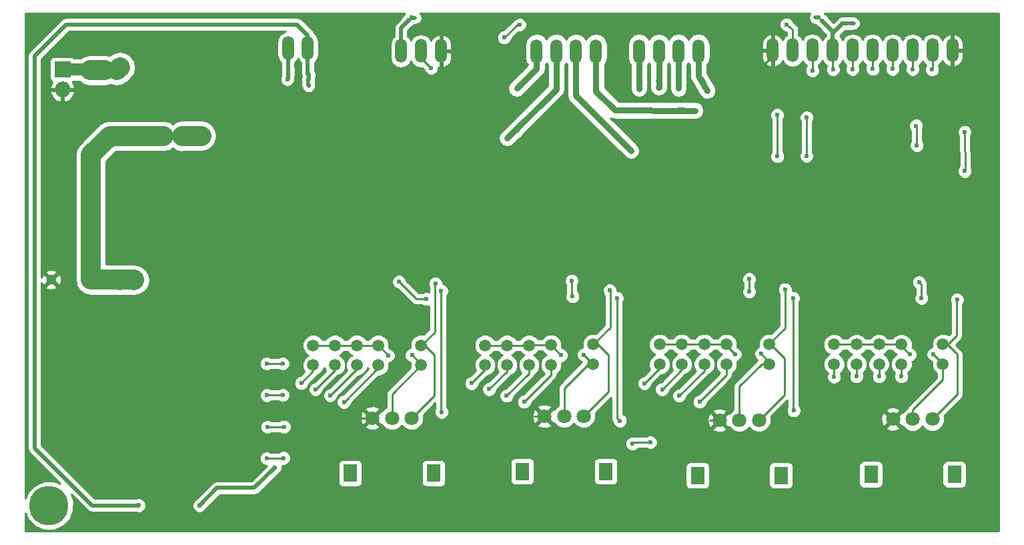
<source format=gbl>
G04 #@! TF.FileFunction,Copper,L2,Bot,Signal*
%FSLAX46Y46*%
G04 Gerber Fmt 4.6, Leading zero omitted, Abs format (unit mm)*
G04 Created by KiCad (PCBNEW 4.0.2-stable) date 08/07/2016 16:35:56*
%MOMM*%
G01*
G04 APERTURE LIST*
%ADD10C,0.100000*%
%ADD11R,1.300000X1.300000*%
%ADD12C,1.300000*%
%ADD13O,1.998980X1.998980*%
%ADD14R,1.998980X1.998980*%
%ADD15C,1.800000*%
%ADD16R,1.800000X2.200000*%
%ADD17C,1.506220*%
%ADD18O,1.506220X3.014980*%
%ADD19C,5.000000*%
%ADD20C,0.600000*%
%ADD21C,0.250000*%
%ADD22C,0.500000*%
%ADD23C,2.500000*%
%ADD24C,1.500000*%
%ADD25C,0.800000*%
%ADD26C,0.254000*%
G04 APERTURE END LIST*
D10*
D11*
X98640900Y-96443800D03*
D12*
X93640900Y-96443800D03*
D13*
X95046800Y-72301100D03*
D14*
X95046800Y-69761100D03*
D15*
X156211900Y-113777000D03*
X161211900Y-113777000D03*
D16*
X153411900Y-120777000D03*
X164011900Y-120777000D03*
D15*
X158711900Y-113777000D03*
X178449600Y-114285000D03*
X183449600Y-114285000D03*
D16*
X175649600Y-121285000D03*
X186249600Y-121285000D03*
D15*
X180949600Y-114285000D03*
X200458700Y-114158000D03*
X205458700Y-114158000D03*
D16*
X197658700Y-121158000D03*
X208258700Y-121158000D03*
D15*
X202958700Y-114158000D03*
X134367900Y-114005600D03*
X139367900Y-114005600D03*
D16*
X131567900Y-121005600D03*
X142167900Y-121005600D03*
D15*
X136867900Y-114005600D03*
D17*
X126868600Y-104786700D03*
X126868600Y-107286700D03*
X129618600Y-104786700D03*
X129618600Y-107286700D03*
X132398600Y-104786700D03*
X132398600Y-107286700D03*
X135138600Y-104786700D03*
X135138600Y-107286700D03*
X140578600Y-104786700D03*
X140578600Y-107286700D03*
X148675100Y-104781600D03*
X148675100Y-107281600D03*
X151475100Y-104781600D03*
X151475100Y-107281600D03*
X154265100Y-104781600D03*
X154265100Y-107281600D03*
X157065100Y-104731600D03*
X157065100Y-107231600D03*
X162425100Y-104671600D03*
X162425100Y-107171600D03*
X170842400Y-104668600D03*
X170842400Y-107168600D03*
X173662400Y-104668600D03*
X173662400Y-107168600D03*
X176512400Y-104668600D03*
X176512400Y-107168600D03*
X179332400Y-104668600D03*
X179332400Y-107168600D03*
X184772400Y-104658600D03*
X184772400Y-107158600D03*
X192989200Y-104673400D03*
X192989200Y-107173400D03*
X195834000Y-104673400D03*
X195834000Y-107173400D03*
X198678800Y-104673400D03*
X198678800Y-107173400D03*
X201523600Y-104673400D03*
X201523600Y-107173400D03*
X206768700Y-104673400D03*
X206768700Y-107173400D03*
D18*
X185172350Y-67341750D03*
X187712350Y-67341750D03*
X190212350Y-67341750D03*
X202952350Y-67341750D03*
X207992350Y-67341750D03*
X205452350Y-67341750D03*
X200412350Y-67341750D03*
X192792350Y-67341750D03*
X195332350Y-67341750D03*
X197832350Y-67341750D03*
X123685300Y-67056000D03*
X126185300Y-67056000D03*
X155221300Y-67462400D03*
X157721300Y-67462400D03*
X162761300Y-67462400D03*
X160221300Y-67462400D03*
X168238800Y-67462400D03*
X170738800Y-67462400D03*
X175778800Y-67462400D03*
X173238800Y-67462400D03*
X138010900Y-67411600D03*
X143090900Y-67411600D03*
X140550900Y-67411600D03*
D19*
X93345500Y-125121600D03*
D20*
X185267600Y-89128600D03*
X141122400Y-95834200D03*
X207835500Y-96126300D03*
X186029600Y-95745300D03*
X163703000Y-95415100D03*
X174817800Y-85327400D03*
X177667800Y-84377400D03*
X169329100Y-93865700D03*
X168516300Y-95237300D03*
X152273000Y-85788500D03*
X154673300Y-84950300D03*
X156730700Y-85928200D03*
X146507200Y-94348300D03*
X145694400Y-95770700D03*
X109651800Y-87395400D03*
X106273600Y-88874600D03*
X112331500Y-88671400D03*
X112585500Y-83896200D03*
X105600500Y-83781900D03*
X129057400Y-85864700D03*
X132842000Y-85039200D03*
X134861300Y-86309200D03*
X123469400Y-95351600D03*
X125082300Y-94272100D03*
X180657800Y-92597400D03*
X179844700Y-91986100D03*
X179920900Y-93230700D03*
X181444900Y-93205300D03*
X181444900Y-92024200D03*
X191198500Y-93421200D03*
X189750700Y-94513400D03*
X195656200Y-85039200D03*
X196926200Y-84988400D03*
X199466200Y-84188300D03*
X201155300Y-85013800D03*
X184137300Y-70599300D03*
X133286500Y-70154800D03*
X125806200Y-77114400D03*
X129870200Y-117741700D03*
X147218400Y-65341500D03*
X97726500Y-72872600D03*
X95707200Y-98488500D03*
X95745300Y-94462600D03*
X137297800Y-93837400D03*
X137287800Y-92527400D03*
X135097800Y-92537400D03*
X135137800Y-93857400D03*
X136127800Y-93187400D03*
X135097800Y-93887400D03*
X158117800Y-92987400D03*
X157377800Y-93577400D03*
X159117800Y-93547400D03*
X159117800Y-92507400D03*
X157167800Y-92497400D03*
X157407800Y-93577400D03*
X179447800Y-85667400D03*
X179447800Y-84177400D03*
X202552300Y-92303600D03*
X201930000Y-91706700D03*
X201904600Y-92887800D03*
X203174600Y-92925900D03*
X204063600Y-91694000D03*
X203161900Y-91706700D03*
X204038200Y-92925900D03*
X126276100Y-71653400D03*
X126250700Y-71069200D03*
X126326900Y-70472300D03*
X104736900Y-125082300D03*
X186956700Y-64046100D03*
X153085800Y-64084200D03*
X151104600Y-65722500D03*
X141833600Y-69557900D03*
X123685300Y-69748400D03*
X123698000Y-70370700D03*
X123596400Y-71005700D03*
X136385300Y-106083100D03*
X139407900Y-106019600D03*
X142379700Y-96951800D03*
X161201100Y-105956100D03*
X158305500Y-106032300D03*
X164515800Y-97802700D03*
X183718200Y-105841800D03*
X180403500Y-105918000D03*
X186740800Y-97675700D03*
X205613000Y-105918000D03*
X202615800Y-105943400D03*
X208584800Y-98958400D03*
X202946000Y-69735700D03*
X205422500Y-69786500D03*
X200406000Y-69710300D03*
X195122800Y-63919100D03*
X194614800Y-63919100D03*
X191414400Y-63550800D03*
X190995300Y-63169800D03*
X139014200Y-63461900D03*
X139344400Y-63169800D03*
X192836800Y-69761100D03*
X189509400Y-75844400D03*
X189484000Y-80772000D03*
X194056000Y-63919100D03*
X121996200Y-120269000D03*
X112445800Y-125107700D03*
X195326000Y-69735700D03*
X197891400Y-69697600D03*
X112674400Y-78206600D03*
X110197900Y-78244700D03*
X107873800Y-78219300D03*
X100660629Y-96448465D03*
X102298500Y-96520000D03*
X98590100Y-69862700D03*
X100406200Y-69862700D03*
X102362000Y-69469000D03*
X104165400Y-96481900D03*
X152260300Y-77749400D03*
X151511000Y-78473300D03*
X152730200Y-77254100D03*
X170726100Y-72047100D03*
X170713400Y-71170800D03*
X170738800Y-70027800D03*
X167220900Y-80086200D03*
X166700200Y-79540100D03*
X166198550Y-79063850D03*
X173240700Y-72161400D03*
X173266100Y-71374000D03*
X173238800Y-70396100D03*
X174599600Y-75018900D03*
X173837600Y-74968100D03*
X175361600Y-74968100D03*
X176898300Y-72440800D03*
X176428400Y-71653400D03*
X176034700Y-71018400D03*
X153339800Y-71501000D03*
X154038300Y-70827900D03*
X152704800Y-72161400D03*
X168236900Y-72186800D03*
X168262300Y-71323200D03*
X168238800Y-70408800D03*
X190233300Y-69900800D03*
X185788300Y-80797400D03*
X185762900Y-75539600D03*
X122999500Y-107086400D03*
X120967500Y-107086400D03*
X125361700Y-109562900D03*
X168922700Y-109601000D03*
X146964400Y-109588300D03*
X192976500Y-108775500D03*
X171157900Y-110363000D03*
X127177800Y-110375700D03*
X149199600Y-110350300D03*
X195821300Y-108724700D03*
X120992900Y-111112300D03*
X123012200Y-111086900D03*
X173329600Y-111175800D03*
X129044700Y-111137700D03*
X151422100Y-111175800D03*
X123151900Y-115100100D03*
X198678800Y-108737400D03*
X121056400Y-115138200D03*
X175920400Y-111950500D03*
X130771900Y-111963200D03*
X153644600Y-111950500D03*
X123088400Y-119075200D03*
X120967500Y-119126000D03*
X201523600Y-108737400D03*
X143129000Y-97853500D03*
X141224000Y-98907600D03*
X137756900Y-96697800D03*
X143179800Y-113245900D03*
X169659300Y-117081300D03*
X167373300Y-117271800D03*
X165811200Y-114350800D03*
X165430200Y-98780600D03*
X159804100Y-98577400D03*
X159677100Y-96570800D03*
X187845700Y-113042700D03*
X187782200Y-98780600D03*
X182194200Y-96380300D03*
X182194200Y-97967800D03*
X203492100Y-79400400D03*
X203403200Y-76911200D03*
X209562700Y-77698600D03*
X209562700Y-82664300D03*
X204076300Y-98793300D03*
X203771500Y-96761300D03*
D21*
X185267600Y-89128600D02*
X185242200Y-89154000D01*
X185242200Y-89154000D02*
X185013600Y-89154000D01*
X141084300Y-95796100D02*
X141084300Y-95542100D01*
X141122400Y-95834200D02*
X141084300Y-95796100D01*
X207873600Y-96088200D02*
X207873600Y-95707200D01*
X207835500Y-96126300D02*
X207873600Y-96088200D01*
X186080400Y-95694500D02*
X186080400Y-95465900D01*
X186029600Y-95745300D02*
X186080400Y-95694500D01*
X163703000Y-95415100D02*
X163703000Y-95300800D01*
X176717800Y-85327400D02*
X174817800Y-85327400D01*
X177667800Y-84377400D02*
X176717800Y-85327400D01*
X169329100Y-94424500D02*
X169329100Y-93865700D01*
X168516300Y-95237300D02*
X169329100Y-94424500D01*
X152260300Y-85775800D02*
X151701500Y-85775800D01*
X152273000Y-85788500D02*
X152260300Y-85775800D01*
X155752800Y-84950300D02*
X154673300Y-84950300D01*
X156730700Y-85928200D02*
X155752800Y-84950300D01*
X145669000Y-95186500D02*
X146507200Y-94348300D01*
X145669000Y-95745300D02*
X145669000Y-95186500D01*
X145694400Y-95770700D02*
X145669000Y-95745300D01*
X105664000Y-83807300D02*
X105600500Y-83845400D01*
X105600500Y-87871300D02*
X105600500Y-83845400D01*
X106273600Y-88874600D02*
X105600500Y-87871300D01*
X112501332Y-85379490D02*
X112331500Y-88671400D01*
X112585500Y-83896200D02*
X112501332Y-85379490D01*
X105644600Y-83781900D02*
X105600500Y-83781900D01*
X105644600Y-83781900D02*
X109651800Y-87395400D01*
X129044700Y-85877400D02*
X128041400Y-85877400D01*
X129057400Y-85864700D02*
X129044700Y-85877400D01*
X133591300Y-85039200D02*
X132842000Y-85039200D01*
X134861300Y-86309200D02*
X133591300Y-85039200D01*
X123469400Y-95351600D02*
X124142500Y-94678500D01*
X124142500Y-94678500D02*
X124675900Y-94678500D01*
X124675900Y-94678500D02*
X125082300Y-94272100D01*
X181432200Y-92024200D02*
X179920900Y-92062300D01*
X179844700Y-91986100D02*
X179920900Y-92062300D01*
X181406800Y-93243400D02*
X179920900Y-93230700D01*
X181444900Y-93205300D02*
X181406800Y-93243400D01*
X181243700Y-92024200D02*
X181444900Y-92024200D01*
X181243700Y-92024200D02*
X180657800Y-92597400D01*
X190842900Y-93421200D02*
X191198500Y-93421200D01*
X189750700Y-94513400D02*
X190842900Y-93421200D01*
X196875400Y-85039200D02*
X195656200Y-85039200D01*
X196926200Y-84988400D02*
X196875400Y-85039200D01*
X200329800Y-84188300D02*
X199466200Y-84188300D01*
X201155300Y-85013800D02*
X200329800Y-84188300D01*
X200458700Y-114158000D02*
X200365600Y-114297700D01*
X200365600Y-114297700D02*
X200355200Y-114287300D01*
X178449600Y-114285000D02*
X177200800Y-114285000D01*
X177200800Y-114285000D02*
X177190400Y-114274600D01*
X156211900Y-113777000D02*
X154929600Y-113777000D01*
X154929600Y-113777000D02*
X154914600Y-113792000D01*
X134367900Y-114005600D02*
X133055600Y-114005600D01*
X133055600Y-114005600D02*
X133007100Y-113957100D01*
X184150000Y-70586600D02*
X184150000Y-69049900D01*
X184137300Y-70599300D02*
X184150000Y-70586600D01*
X185172350Y-67341750D02*
X185172350Y-68027550D01*
X185172350Y-68027550D02*
X184150000Y-69049900D01*
X184150000Y-69049900D02*
X184086500Y-69113400D01*
X207992350Y-67341750D02*
X207992350Y-69384550D01*
X207992350Y-69384550D02*
X208508600Y-69900800D01*
X133286500Y-70154800D02*
X133705600Y-70154800D01*
X125818900Y-77101700D02*
X126352300Y-77101700D01*
X125806200Y-77114400D02*
X125818900Y-77101700D01*
X143090900Y-67411600D02*
X144576800Y-67411600D01*
X144576800Y-67411600D02*
X144665700Y-67500500D01*
X129844800Y-117767100D02*
X129844800Y-118249700D01*
X129870200Y-117741700D02*
X129844800Y-117767100D01*
X147218400Y-65341500D02*
X146646900Y-65341500D01*
X95046800Y-72301100D02*
X97155000Y-72301100D01*
X97155000Y-72301100D02*
X97726500Y-72872600D01*
X95736400Y-98459300D02*
X93640900Y-96443800D01*
X95707200Y-98488500D02*
X95736400Y-98459300D01*
X95736400Y-94471500D02*
X93640900Y-96443800D01*
X95745300Y-94462600D02*
X95736400Y-94471500D01*
X137297800Y-92537400D02*
X137297800Y-93837400D01*
X137287800Y-92527400D02*
X137297800Y-92537400D01*
X135097800Y-93817400D02*
X135097800Y-92537400D01*
X135137800Y-93857400D02*
X135097800Y-93817400D01*
X136127800Y-93187400D02*
X135427800Y-93887400D01*
X135427800Y-93887400D02*
X135097800Y-93887400D01*
X157527800Y-93577400D02*
X157377800Y-93577400D01*
X158117800Y-92987400D02*
X157527800Y-93577400D01*
X159117800Y-92507400D02*
X159117800Y-93547400D01*
X157167800Y-92497400D02*
X157407800Y-92737400D01*
X157407800Y-92737400D02*
X157407800Y-93577400D01*
X179447800Y-84177400D02*
X179447800Y-85667400D01*
X201955400Y-91706700D02*
X201930000Y-91706700D01*
X201955400Y-91706700D02*
X202552300Y-92303600D01*
X201904600Y-92887800D02*
X201917300Y-92900500D01*
X201917300Y-92900500D02*
X203174600Y-92925900D01*
X204063600Y-91694000D02*
X203161900Y-91706700D01*
X204038200Y-92925900D02*
X204089000Y-92735400D01*
X204089000Y-92735400D02*
X204190600Y-92735400D01*
X200458700Y-114158000D02*
X200458700Y-114069500D01*
D22*
X126326900Y-70472300D02*
X126326900Y-70993000D01*
X126288800Y-71666100D02*
X126288800Y-71869300D01*
X126276100Y-71653400D02*
X126288800Y-71666100D01*
X126326900Y-70993000D02*
X126250700Y-71069200D01*
X126185300Y-70330700D02*
X126185300Y-67056000D01*
X126326900Y-70472300D02*
X126185300Y-70330700D01*
D21*
X104736900Y-125082300D02*
X104711500Y-125107700D01*
D22*
X104711500Y-125107700D02*
X98806000Y-125107700D01*
X98806000Y-125107700D02*
X91503500Y-117805200D01*
X91503500Y-117805200D02*
X91503500Y-68097400D01*
X91503500Y-68097400D02*
X95542100Y-64058800D01*
X95542100Y-64058800D02*
X123990100Y-64058800D01*
X123990100Y-64058800D02*
X124828300Y-64058800D01*
X124828300Y-64058800D02*
X126185300Y-65415800D01*
X126185300Y-65415800D02*
X126185300Y-67056000D01*
D21*
X187712350Y-64649350D02*
X187712350Y-67341750D01*
X186956700Y-64046100D02*
X187712350Y-64649350D01*
X152819100Y-64084200D02*
X153085800Y-64084200D01*
X151104600Y-65722500D02*
X152819100Y-64084200D01*
X140550900Y-67411600D02*
X140550900Y-68275200D01*
X140550900Y-68275200D02*
X141833600Y-69557900D01*
D22*
X123685300Y-70358000D02*
X123685300Y-69748400D01*
X123698000Y-70370700D02*
X123685300Y-70358000D01*
X123685300Y-70916800D02*
X123685300Y-67056000D01*
X123596400Y-71005700D02*
X123685300Y-70916800D01*
D21*
X136867900Y-114005600D02*
X136867900Y-110997400D01*
X136867900Y-110997400D02*
X140578600Y-107286700D01*
X126868600Y-104786700D02*
X129618600Y-104786700D01*
X129618600Y-104786700D02*
X132398600Y-104786700D01*
X132398600Y-104786700D02*
X135138600Y-104786700D01*
X135138600Y-104786700D02*
X136385300Y-106033400D01*
X136385300Y-106033400D02*
X136385300Y-106083100D01*
X139407900Y-106019600D02*
X140578600Y-107190300D01*
X140578600Y-107190300D02*
X140578600Y-107286700D01*
X140578600Y-107286700D02*
X139995000Y-107286700D01*
X140578600Y-104786700D02*
X141045200Y-104786700D01*
X141045200Y-104786700D02*
X142252700Y-105994200D01*
X142252700Y-111120800D02*
X139367900Y-114005600D01*
X142252700Y-105994200D02*
X142252700Y-111120800D01*
X142290800Y-103074500D02*
X140578600Y-104786700D01*
X142328900Y-97002600D02*
X142290800Y-103074500D01*
X142379700Y-96951800D02*
X142328900Y-97002600D01*
X162425100Y-107171600D02*
X161763600Y-107171600D01*
X161763600Y-107171600D02*
X158711900Y-110223300D01*
X158711900Y-110223300D02*
X158711900Y-113777000D01*
X157065100Y-104731600D02*
X157065100Y-104791900D01*
X157065100Y-104791900D02*
X158305500Y-106032300D01*
X161201100Y-105956100D02*
X162416600Y-107171600D01*
X162416600Y-107171600D02*
X162425100Y-107171600D01*
X157065100Y-104731600D02*
X154315100Y-104731600D01*
X154315100Y-104731600D02*
X154265100Y-104781600D01*
X148675100Y-104781600D02*
X151475100Y-104781600D01*
X151475100Y-104781600D02*
X154265100Y-104781600D01*
X162425100Y-107171600D02*
X162258900Y-107171600D01*
X162425100Y-104671600D02*
X163002700Y-104671600D01*
X163002700Y-104671600D02*
X164363400Y-106032300D01*
X164363400Y-110625500D02*
X161211900Y-113777000D01*
X164363400Y-106032300D02*
X164363400Y-110625500D01*
X162425100Y-104671600D02*
X162425100Y-104729000D01*
X164579300Y-102517400D02*
X162425100Y-104671600D01*
X164579300Y-97866200D02*
X164579300Y-102517400D01*
X164515800Y-97802700D02*
X164579300Y-97866200D01*
X161201900Y-114277000D02*
X161781900Y-114277000D01*
X184772400Y-107158600D02*
X183785700Y-107158600D01*
X180949600Y-109994700D02*
X180949600Y-114285000D01*
X183785700Y-107158600D02*
X180949600Y-109994700D01*
X179332400Y-104668600D02*
X179332400Y-104846900D01*
X179332400Y-104846900D02*
X180403500Y-105918000D01*
X183718200Y-105841800D02*
X184772400Y-106896000D01*
X184772400Y-106896000D02*
X184772400Y-107158600D01*
X176512400Y-104668600D02*
X179332400Y-104668600D01*
X173662400Y-104668600D02*
X176512400Y-104668600D01*
X170842400Y-104668600D02*
X173662400Y-104668600D01*
X184772400Y-104658600D02*
X184897200Y-104658600D01*
X184897200Y-104658600D02*
X186651900Y-106413300D01*
X186651900Y-111082700D02*
X183449600Y-114285000D01*
X186651900Y-106413300D02*
X186651900Y-111082700D01*
X184772400Y-104658600D02*
X184772400Y-104571700D01*
X184772400Y-104571700D02*
X186740800Y-102603300D01*
X186740800Y-102603300D02*
X186740800Y-97675700D01*
X183449600Y-114285000D02*
X183889600Y-114285000D01*
X201523600Y-104673400D02*
X201523600Y-104851200D01*
X201523600Y-104851200D02*
X202615800Y-105943400D01*
X205613000Y-105918000D02*
X206768700Y-107073700D01*
X206768700Y-107073700D02*
X206768700Y-107173400D01*
X206768700Y-107173400D02*
X206768700Y-109156500D01*
X202958700Y-112966500D02*
X202958700Y-114158000D01*
X206768700Y-109156500D02*
X202958700Y-112966500D01*
X195834000Y-104673400D02*
X192989200Y-104673400D01*
X198678800Y-104673400D02*
X195834000Y-104673400D01*
X201523600Y-104673400D02*
X198678800Y-104673400D01*
X206796000Y-107200700D02*
X206768700Y-107173400D01*
X206768700Y-104673400D02*
X207352900Y-104673400D01*
X207352900Y-104673400D02*
X208597500Y-105918000D01*
X208597500Y-111019200D02*
X205458700Y-114158000D01*
X208597500Y-105918000D02*
X208597500Y-111019200D01*
X208540350Y-103562150D02*
X208540350Y-99002850D01*
X208540350Y-99002850D02*
X208584800Y-98958400D01*
X208546700Y-103555800D02*
X208540350Y-103562150D01*
X208540350Y-103562150D02*
X207429100Y-104673400D01*
X207429100Y-104673400D02*
X206768700Y-104673400D01*
X205458700Y-114158000D02*
X205729600Y-114158000D01*
X202952350Y-69729350D02*
X202952350Y-67341750D01*
X202946000Y-69735700D02*
X202952350Y-69729350D01*
X205452350Y-67341750D02*
X205452350Y-69756650D01*
X205452350Y-69756650D02*
X205422500Y-69786500D01*
X200412350Y-67341750D02*
X200399650Y-69703950D01*
X200399650Y-69703950D02*
X200406000Y-69710300D01*
D22*
X194056000Y-63919100D02*
X194614800Y-63919100D01*
X195135500Y-63906400D02*
X195491100Y-63906400D01*
X195122800Y-63919100D02*
X195135500Y-63906400D01*
X191770000Y-63919100D02*
X191770000Y-63906400D01*
X191770000Y-63906400D02*
X191414400Y-63550800D01*
X190982600Y-63182500D02*
X190601600Y-63182500D01*
X190995300Y-63169800D02*
X190982600Y-63182500D01*
X192011300Y-64160400D02*
X192011300Y-64185800D01*
X191770000Y-63919100D02*
X192011300Y-64160400D01*
X138684000Y-63830200D02*
X138684000Y-63792100D01*
X138684000Y-63792100D02*
X139014200Y-63461900D01*
X139395200Y-63220600D02*
X139827000Y-63220600D01*
X139344400Y-63169800D02*
X139395200Y-63220600D01*
D21*
X192792350Y-65182750D02*
X192792350Y-64966850D01*
D22*
X192792350Y-64966850D02*
X192011300Y-64185800D01*
X138010900Y-64503300D02*
X138010900Y-67411600D01*
X138684000Y-63830200D02*
X138010900Y-64503300D01*
D21*
X192792350Y-69716650D02*
X192792350Y-67341750D01*
X192836800Y-69761100D02*
X192792350Y-69716650D01*
X189509400Y-80746600D02*
X189509400Y-75844400D01*
X189484000Y-80772000D02*
X189509400Y-80746600D01*
D22*
X194056000Y-63919100D02*
X192792350Y-65182750D01*
X192792350Y-65182750D02*
X192792350Y-67341750D01*
D21*
X192792350Y-66274950D02*
X192792350Y-67341750D01*
D22*
X119392700Y-122872500D02*
X121996200Y-120269000D01*
X114681000Y-122872500D02*
X119392700Y-122872500D01*
X112445800Y-125107700D02*
X114681000Y-122872500D01*
D21*
X195332350Y-67341750D02*
X195332350Y-69729350D01*
X195332350Y-69729350D02*
X195326000Y-69735700D01*
X197832350Y-69638550D02*
X197832350Y-67341750D01*
X197891400Y-69697600D02*
X197832350Y-69638550D01*
D23*
X110236000Y-78206600D02*
X112674400Y-78206600D01*
X110197900Y-78244700D02*
X110236000Y-78206600D01*
X98640900Y-80632300D02*
X98640900Y-81991200D01*
X101053900Y-78219300D02*
X98640900Y-80632300D01*
X107873800Y-78219300D02*
X101053900Y-78219300D01*
X98640900Y-81991200D02*
X98640900Y-96443800D01*
X102226965Y-96448465D02*
X100660629Y-96448465D01*
X102298500Y-96520000D02*
X102226965Y-96448465D01*
X100406200Y-69862700D02*
X98590100Y-69862700D01*
D24*
X101968300Y-69862700D02*
X95046800Y-69761100D01*
D23*
X102362000Y-69469000D02*
X101968300Y-69862700D01*
X104140000Y-96456500D02*
X98640900Y-96443800D01*
X104165400Y-96481900D02*
X104140000Y-96456500D01*
D25*
X152260300Y-77749400D02*
X152730200Y-77279500D01*
X152730200Y-77279500D02*
X152730200Y-77254100D01*
X157721300Y-72263000D02*
X157721300Y-67462400D01*
X151511000Y-78473300D02*
X157721300Y-72263000D01*
X170726100Y-72047100D02*
X170738800Y-72034400D01*
X170738800Y-72034400D02*
X170738800Y-67462400D01*
X170713400Y-71170800D02*
X170738800Y-71145400D01*
X170738800Y-71145400D02*
X170738800Y-70027800D01*
X166700200Y-79540100D02*
X166223950Y-79063850D01*
X166223950Y-79063850D02*
X166198550Y-79063850D01*
X160221300Y-73086600D02*
X160221300Y-67462400D01*
X167220900Y-80086200D02*
X160221300Y-73086600D01*
X173240700Y-72161400D02*
X173238800Y-72159500D01*
X173238800Y-72159500D02*
X173238800Y-67462400D01*
X173266100Y-71374000D02*
X173238800Y-71346700D01*
X173238800Y-71346700D02*
X173238800Y-70396100D01*
X174651257Y-74967243D02*
X174675849Y-74967243D01*
X174599600Y-75018900D02*
X174651257Y-74967243D01*
X173830228Y-74960728D02*
X173456548Y-74960728D01*
X173837600Y-74968100D02*
X173830228Y-74960728D01*
X173456548Y-74960728D02*
X172745630Y-74965777D01*
X162761300Y-72515100D02*
X162761300Y-67462400D01*
X175361600Y-74968100D02*
X174675849Y-74967243D01*
X174675849Y-74967243D02*
X165201600Y-74955400D01*
X165201600Y-74955400D02*
X162761300Y-72515100D01*
X162761300Y-67096000D02*
X162761300Y-67462400D01*
X176898300Y-72440800D02*
X175778800Y-70572000D01*
X175778800Y-70572000D02*
X175778800Y-67462400D01*
X176428400Y-71653400D02*
X176085500Y-71018400D01*
X176085500Y-71018400D02*
X176034700Y-71018400D01*
X175778800Y-68552700D02*
X175778800Y-67462400D01*
X153339800Y-71501000D02*
X154012900Y-70827900D01*
X154012900Y-70827900D02*
X154038300Y-70827900D01*
X155221300Y-69644900D02*
X155221300Y-67462400D01*
X152704800Y-72161400D02*
X155221300Y-69644900D01*
X168236900Y-72186800D02*
X168238800Y-72184900D01*
X168238800Y-72184900D02*
X168238800Y-67462400D01*
X168262300Y-71323200D02*
X168238800Y-71299700D01*
X168238800Y-71299700D02*
X168238800Y-70408800D01*
D21*
X190233300Y-69900800D02*
X190212350Y-69879850D01*
X190212350Y-69879850D02*
X190212350Y-67341750D01*
X185788300Y-80797400D02*
X185762900Y-80772000D01*
X185762900Y-80772000D02*
X185762900Y-75539600D01*
X120967500Y-107086400D02*
X122999500Y-107086400D01*
X126868600Y-107286700D02*
X126868600Y-108056000D01*
X126868600Y-108056000D02*
X125361700Y-109562900D01*
X168922700Y-109601000D02*
X170842400Y-107681300D01*
X170842400Y-107681300D02*
X170842400Y-107168600D01*
X146964400Y-109588300D02*
X148675100Y-107877600D01*
X148675100Y-107877600D02*
X148675100Y-107281600D01*
X192989200Y-107173400D02*
X192989200Y-108762800D01*
X192989200Y-108762800D02*
X192976500Y-108775500D01*
X171157900Y-110363000D02*
X173662400Y-107858500D01*
X173662400Y-107858500D02*
X173662400Y-107168600D01*
X127177800Y-110375700D02*
X129618600Y-107934900D01*
X129618600Y-107934900D02*
X129618600Y-107286700D01*
X151475100Y-108074800D02*
X151475100Y-107281600D01*
X149199600Y-110350300D02*
X151475100Y-108074800D01*
X195834000Y-107173400D02*
X195834000Y-108712000D01*
X195834000Y-108712000D02*
X195821300Y-108724700D01*
X120992900Y-111112300D02*
X121018300Y-111086900D01*
X121018300Y-111086900D02*
X123012200Y-111086900D01*
X176512400Y-107993000D02*
X176512400Y-107168600D01*
X173329600Y-111175800D02*
X176512400Y-107993000D01*
X129044700Y-111137700D02*
X132398600Y-107783800D01*
X132398600Y-107783800D02*
X132398600Y-107286700D01*
X154265100Y-108332800D02*
X154265100Y-107281600D01*
X151422100Y-111175800D02*
X154265100Y-108332800D01*
X198678800Y-108737400D02*
X198678800Y-107173400D01*
X121094500Y-115100100D02*
X123151900Y-115100100D01*
X121056400Y-115138200D02*
X121094500Y-115100100D01*
X179332400Y-108538500D02*
X179332400Y-107168600D01*
X175920400Y-111950500D02*
X179332400Y-108538500D01*
X130771900Y-111963200D02*
X135138600Y-107596500D01*
X135138600Y-107596500D02*
X135138600Y-107286700D01*
X157065100Y-108530000D02*
X157065100Y-107231600D01*
X153644600Y-111950500D02*
X157065100Y-108530000D01*
X121018300Y-119075200D02*
X123088400Y-119075200D01*
X120967500Y-119126000D02*
X121018300Y-119075200D01*
X201523600Y-108737400D02*
X201523600Y-107173400D01*
X143129000Y-113195100D02*
X143179800Y-113245900D01*
X143129000Y-97853500D02*
X143129000Y-113195100D01*
X139966700Y-98907600D02*
X141224000Y-98907600D01*
X137756900Y-96697800D02*
X139966700Y-98907600D01*
X167563800Y-117081300D02*
X169659300Y-117081300D01*
X167373300Y-117271800D02*
X167563800Y-117081300D01*
X165811200Y-114350800D02*
X165430200Y-114007900D01*
X165430200Y-114007900D02*
X165430200Y-98780600D01*
X159804100Y-98577400D02*
X159677100Y-98450400D01*
X159677100Y-98450400D02*
X159677100Y-96570800D01*
X187845700Y-113042700D02*
X187782200Y-112979200D01*
X187782200Y-112979200D02*
X187782200Y-98780600D01*
X182194200Y-97967800D02*
X182194200Y-96380300D01*
X203492100Y-77000100D02*
X203492100Y-79400400D01*
X203403200Y-76911200D02*
X203492100Y-77000100D01*
X209613500Y-82613500D02*
X209562700Y-77698600D01*
X209562700Y-82664300D02*
X209613500Y-82613500D01*
X204076300Y-97066100D02*
X204076300Y-98793300D01*
X203771500Y-96761300D02*
X204076300Y-97066100D01*
D26*
G36*
X138222008Y-62931573D02*
X138171634Y-63052886D01*
X138058210Y-63166310D01*
X137981489Y-63281132D01*
X137385110Y-63877510D01*
X137193267Y-64164625D01*
X137193267Y-64164626D01*
X137125899Y-64503300D01*
X137125900Y-64503305D01*
X137125900Y-65569197D01*
X137029358Y-65633704D01*
X136728454Y-66084039D01*
X136622790Y-66615246D01*
X136622790Y-68207954D01*
X136728454Y-68739161D01*
X137029358Y-69189496D01*
X137479693Y-69490400D01*
X138010900Y-69596064D01*
X138542107Y-69490400D01*
X138992442Y-69189496D01*
X139280900Y-68757788D01*
X139569358Y-69189496D01*
X140019693Y-69490400D01*
X140550900Y-69596064D01*
X140756138Y-69555240D01*
X140898478Y-69697580D01*
X140898438Y-69743067D01*
X141040483Y-70086843D01*
X141303273Y-70350092D01*
X141646801Y-70492738D01*
X142018767Y-70493062D01*
X142362543Y-70351017D01*
X142625792Y-70088227D01*
X142768438Y-69744699D01*
X142768651Y-69500288D01*
X142963900Y-69388762D01*
X142963900Y-67538600D01*
X143217900Y-67538600D01*
X143217900Y-69388762D01*
X143432574Y-69511383D01*
X143504775Y-69497027D01*
X143982640Y-69237324D01*
X144324746Y-68814519D01*
X144479010Y-68292980D01*
X144479010Y-67538600D01*
X143217900Y-67538600D01*
X142963900Y-67538600D01*
X142943900Y-67538600D01*
X142943900Y-67284600D01*
X142963900Y-67284600D01*
X142963900Y-65434438D01*
X143217900Y-65434438D01*
X143217900Y-67284600D01*
X144479010Y-67284600D01*
X144479010Y-66530220D01*
X144324746Y-66008681D01*
X144243013Y-65907667D01*
X150169438Y-65907667D01*
X150311483Y-66251443D01*
X150574273Y-66514692D01*
X150917801Y-66657338D01*
X151289767Y-66657662D01*
X151633543Y-66515617D01*
X151896792Y-66252827D01*
X152039438Y-65909299D01*
X152039463Y-65880376D01*
X152940825Y-65019074D01*
X153270967Y-65019362D01*
X153614743Y-64877317D01*
X153877992Y-64614527D01*
X154020638Y-64270999D01*
X154020962Y-63899033D01*
X153878917Y-63555257D01*
X153616127Y-63292008D01*
X153272599Y-63149362D01*
X152900633Y-63149038D01*
X152556857Y-63291083D01*
X152345658Y-63501914D01*
X152294048Y-63534727D01*
X150983118Y-64787393D01*
X150919433Y-64787338D01*
X150575657Y-64929383D01*
X150312408Y-65192173D01*
X150169762Y-65535701D01*
X150169438Y-65907667D01*
X144243013Y-65907667D01*
X143982640Y-65585876D01*
X143504775Y-65326173D01*
X143432574Y-65311817D01*
X143217900Y-65434438D01*
X142963900Y-65434438D01*
X142749226Y-65311817D01*
X142677025Y-65326173D01*
X142199160Y-65585876D01*
X141857054Y-66008681D01*
X141833916Y-66086906D01*
X141833346Y-66084039D01*
X141532442Y-65633704D01*
X141082107Y-65332800D01*
X140550900Y-65227136D01*
X140019693Y-65332800D01*
X139569358Y-65633704D01*
X139280900Y-66065412D01*
X138992442Y-65633704D01*
X138895900Y-65569197D01*
X138895900Y-64869880D01*
X139309787Y-64455992D01*
X139309790Y-64455990D01*
X139386510Y-64341170D01*
X139423035Y-64304644D01*
X139543143Y-64255017D01*
X139692821Y-64105600D01*
X139827000Y-64105600D01*
X140165675Y-64038233D01*
X140452790Y-63846390D01*
X140644633Y-63559275D01*
X140712000Y-63220600D01*
X140644633Y-62881925D01*
X140505502Y-62673700D01*
X189897640Y-62673700D01*
X189783967Y-62843825D01*
X189716600Y-63182500D01*
X189783967Y-63521175D01*
X189975810Y-63808290D01*
X190262925Y-64000133D01*
X190601600Y-64067500D01*
X190616224Y-64067500D01*
X190621283Y-64079743D01*
X190884073Y-64342992D01*
X191005387Y-64393366D01*
X191118635Y-64506614D01*
X191144210Y-64544890D01*
X191334362Y-64735041D01*
X191372020Y-64791400D01*
X191385510Y-64811590D01*
X191907350Y-65333429D01*
X191907350Y-65499347D01*
X191810808Y-65563854D01*
X191509904Y-66014189D01*
X191502350Y-66052165D01*
X191494796Y-66014189D01*
X191193892Y-65563854D01*
X190743557Y-65262950D01*
X190212350Y-65157286D01*
X189681143Y-65262950D01*
X189230808Y-65563854D01*
X188962350Y-65965630D01*
X188693892Y-65563854D01*
X188472350Y-65415824D01*
X188472350Y-64649350D01*
X188463992Y-64607333D01*
X188467615Y-64564647D01*
X188435295Y-64463063D01*
X188414498Y-64358511D01*
X188390698Y-64322891D01*
X188377709Y-64282067D01*
X188308975Y-64200584D01*
X188249751Y-64111949D01*
X188214131Y-64088149D01*
X188186509Y-64055403D01*
X187866735Y-63800121D01*
X187749817Y-63517157D01*
X187487027Y-63253908D01*
X187143499Y-63111262D01*
X186771533Y-63110938D01*
X186427757Y-63252983D01*
X186164508Y-63515773D01*
X186021862Y-63859301D01*
X186021538Y-64231267D01*
X186163583Y-64575043D01*
X186426373Y-64838292D01*
X186769901Y-64980938D01*
X186909704Y-64981060D01*
X186952350Y-65015105D01*
X186952350Y-65415824D01*
X186730808Y-65563854D01*
X186429904Y-66014189D01*
X186429334Y-66017056D01*
X186406196Y-65938831D01*
X186064090Y-65516026D01*
X185586225Y-65256323D01*
X185514024Y-65241967D01*
X185299350Y-65364588D01*
X185299350Y-67214750D01*
X185319350Y-67214750D01*
X185319350Y-67468750D01*
X185299350Y-67468750D01*
X185299350Y-69318912D01*
X185514024Y-69441533D01*
X185586225Y-69427177D01*
X186064090Y-69167474D01*
X186406196Y-68744669D01*
X186429334Y-68666444D01*
X186429904Y-68669311D01*
X186730808Y-69119646D01*
X187181143Y-69420550D01*
X187712350Y-69526214D01*
X188243557Y-69420550D01*
X188693892Y-69119646D01*
X188962350Y-68717870D01*
X189230808Y-69119646D01*
X189452350Y-69267676D01*
X189452350Y-69359251D01*
X189441108Y-69370473D01*
X189298462Y-69714001D01*
X189298138Y-70085967D01*
X189440183Y-70429743D01*
X189702973Y-70692992D01*
X190046501Y-70835638D01*
X190418467Y-70835962D01*
X190762243Y-70693917D01*
X191025492Y-70431127D01*
X191168138Y-70087599D01*
X191168462Y-69715633D01*
X191026417Y-69371857D01*
X190972350Y-69317696D01*
X190972350Y-69267676D01*
X191193892Y-69119646D01*
X191494796Y-68669311D01*
X191502350Y-68631335D01*
X191509904Y-68669311D01*
X191810808Y-69119646D01*
X192029950Y-69266072D01*
X191901962Y-69574301D01*
X191901638Y-69946267D01*
X192043683Y-70290043D01*
X192306473Y-70553292D01*
X192650001Y-70695938D01*
X193021967Y-70696262D01*
X193365743Y-70554217D01*
X193628992Y-70291427D01*
X193771638Y-69947899D01*
X193771962Y-69575933D01*
X193629917Y-69232157D01*
X193620150Y-69222373D01*
X193773892Y-69119646D01*
X194062350Y-68687938D01*
X194350808Y-69119646D01*
X194521927Y-69233984D01*
X194391162Y-69548901D01*
X194390838Y-69920867D01*
X194532883Y-70264643D01*
X194795673Y-70527892D01*
X195139201Y-70670538D01*
X195511167Y-70670862D01*
X195854943Y-70528817D01*
X196118192Y-70266027D01*
X196260838Y-69922499D01*
X196261162Y-69550533D01*
X196133051Y-69240480D01*
X196313892Y-69119646D01*
X196582350Y-68717870D01*
X196850808Y-69119646D01*
X197060739Y-69259917D01*
X196956562Y-69510801D01*
X196956238Y-69882767D01*
X197098283Y-70226543D01*
X197361073Y-70489792D01*
X197704601Y-70632438D01*
X198076567Y-70632762D01*
X198420343Y-70490717D01*
X198683592Y-70227927D01*
X198826238Y-69884399D01*
X198826562Y-69512433D01*
X198696638Y-69197992D01*
X198813892Y-69119646D01*
X199114796Y-68669311D01*
X199122350Y-68631335D01*
X199129904Y-68669311D01*
X199430808Y-69119646D01*
X199593671Y-69228468D01*
X199471162Y-69523501D01*
X199470838Y-69895467D01*
X199612883Y-70239243D01*
X199875673Y-70502492D01*
X200219201Y-70645138D01*
X200591167Y-70645462D01*
X200934943Y-70503417D01*
X201198192Y-70240627D01*
X201340838Y-69897099D01*
X201341162Y-69525133D01*
X201221275Y-69234985D01*
X201393892Y-69119646D01*
X201682350Y-68687938D01*
X201970808Y-69119646D01*
X202141927Y-69233984D01*
X202011162Y-69548901D01*
X202010838Y-69920867D01*
X202152883Y-70264643D01*
X202415673Y-70527892D01*
X202759201Y-70670538D01*
X203131167Y-70670862D01*
X203474943Y-70528817D01*
X203738192Y-70266027D01*
X203880838Y-69922499D01*
X203881162Y-69550533D01*
X203753051Y-69240480D01*
X203933892Y-69119646D01*
X204202350Y-68717870D01*
X204470808Y-69119646D01*
X204648282Y-69238230D01*
X204630308Y-69256173D01*
X204487662Y-69599701D01*
X204487338Y-69971667D01*
X204629383Y-70315443D01*
X204892173Y-70578692D01*
X205235701Y-70721338D01*
X205607667Y-70721662D01*
X205951443Y-70579617D01*
X206214692Y-70316827D01*
X206357338Y-69973299D01*
X206357662Y-69601333D01*
X206218187Y-69263776D01*
X206433892Y-69119646D01*
X206734796Y-68669311D01*
X206735366Y-68666444D01*
X206758504Y-68744669D01*
X207100610Y-69167474D01*
X207578475Y-69427177D01*
X207650676Y-69441533D01*
X207865350Y-69318912D01*
X207865350Y-67468750D01*
X208119350Y-67468750D01*
X208119350Y-69318912D01*
X208334024Y-69441533D01*
X208406225Y-69427177D01*
X208884090Y-69167474D01*
X209226196Y-68744669D01*
X209380460Y-68223130D01*
X209380460Y-67468750D01*
X208119350Y-67468750D01*
X207865350Y-67468750D01*
X207845350Y-67468750D01*
X207845350Y-67214750D01*
X207865350Y-67214750D01*
X207865350Y-65364588D01*
X208119350Y-65364588D01*
X208119350Y-67214750D01*
X209380460Y-67214750D01*
X209380460Y-66460370D01*
X209226196Y-65938831D01*
X208884090Y-65516026D01*
X208406225Y-65256323D01*
X208334024Y-65241967D01*
X208119350Y-65364588D01*
X207865350Y-65364588D01*
X207650676Y-65241967D01*
X207578475Y-65256323D01*
X207100610Y-65516026D01*
X206758504Y-65938831D01*
X206735366Y-66017056D01*
X206734796Y-66014189D01*
X206433892Y-65563854D01*
X205983557Y-65262950D01*
X205452350Y-65157286D01*
X204921143Y-65262950D01*
X204470808Y-65563854D01*
X204202350Y-65965630D01*
X203933892Y-65563854D01*
X203483557Y-65262950D01*
X202952350Y-65157286D01*
X202421143Y-65262950D01*
X201970808Y-65563854D01*
X201682350Y-65995562D01*
X201393892Y-65563854D01*
X200943557Y-65262950D01*
X200412350Y-65157286D01*
X199881143Y-65262950D01*
X199430808Y-65563854D01*
X199129904Y-66014189D01*
X199122350Y-66052165D01*
X199114796Y-66014189D01*
X198813892Y-65563854D01*
X198363557Y-65262950D01*
X197832350Y-65157286D01*
X197301143Y-65262950D01*
X196850808Y-65563854D01*
X196582350Y-65965630D01*
X196313892Y-65563854D01*
X195863557Y-65262950D01*
X195332350Y-65157286D01*
X194801143Y-65262950D01*
X194350808Y-65563854D01*
X194062350Y-65995562D01*
X193773892Y-65563854D01*
X193707313Y-65519367D01*
X194388955Y-64837724D01*
X194428001Y-64853938D01*
X194799967Y-64854262D01*
X194868543Y-64825927D01*
X194936001Y-64853938D01*
X195307967Y-64854262D01*
X195460105Y-64791400D01*
X195491100Y-64791400D01*
X195829775Y-64724033D01*
X196116890Y-64532190D01*
X196308733Y-64245075D01*
X196376100Y-63906400D01*
X196308733Y-63567725D01*
X196116890Y-63280610D01*
X195829775Y-63088767D01*
X195491100Y-63021400D01*
X195399037Y-63021400D01*
X195309599Y-62984262D01*
X194937633Y-62983938D01*
X194869057Y-63012273D01*
X194801599Y-62984262D01*
X194429633Y-62983938D01*
X194335594Y-63022794D01*
X194242799Y-62984262D01*
X193870833Y-62983938D01*
X193527057Y-63125983D01*
X193263808Y-63388773D01*
X193213434Y-63510087D01*
X192900300Y-63823220D01*
X192688236Y-63611157D01*
X192637090Y-63534610D01*
X192637087Y-63534608D01*
X192421363Y-63318883D01*
X192395790Y-63280610D01*
X192395787Y-63280608D01*
X192257145Y-63141965D01*
X192207517Y-63021857D01*
X191944727Y-62758608D01*
X191814774Y-62704647D01*
X191801987Y-62673700D01*
X213881500Y-62673700D01*
X213881500Y-128347000D01*
X90347000Y-128347000D01*
X90347000Y-126074123D01*
X90686227Y-126895115D01*
X91567347Y-127777774D01*
X92719174Y-128256054D01*
X93966354Y-128257143D01*
X95119015Y-127780873D01*
X96001674Y-126899753D01*
X96479954Y-125747926D01*
X96481043Y-124500746D01*
X96152618Y-123705897D01*
X98180208Y-125733487D01*
X98180210Y-125733490D01*
X98372054Y-125861675D01*
X98467326Y-125925334D01*
X98806000Y-125992701D01*
X98806005Y-125992700D01*
X104491248Y-125992700D01*
X104550101Y-126017138D01*
X104922067Y-126017462D01*
X105265843Y-125875417D01*
X105529092Y-125612627D01*
X105661868Y-125292867D01*
X111510638Y-125292867D01*
X111652683Y-125636643D01*
X111915473Y-125899892D01*
X112259001Y-126042538D01*
X112630967Y-126042862D01*
X112974743Y-125900817D01*
X113237992Y-125638027D01*
X113288366Y-125516714D01*
X115047579Y-123757500D01*
X119392695Y-123757500D01*
X119392700Y-123757501D01*
X119675184Y-123701310D01*
X119731375Y-123690133D01*
X120018490Y-123498290D01*
X122405034Y-121111745D01*
X122525143Y-121062117D01*
X122788392Y-120799327D01*
X122931038Y-120455799D01*
X122931362Y-120083833D01*
X122900719Y-120009672D01*
X122901601Y-120010038D01*
X123273567Y-120010362D01*
X123527111Y-119905600D01*
X130020460Y-119905600D01*
X130020460Y-122105600D01*
X130064738Y-122340917D01*
X130203810Y-122557041D01*
X130416010Y-122702031D01*
X130667900Y-122753040D01*
X132467900Y-122753040D01*
X132703217Y-122708762D01*
X132919341Y-122569690D01*
X133064331Y-122357490D01*
X133115340Y-122105600D01*
X133115340Y-119905600D01*
X140620460Y-119905600D01*
X140620460Y-122105600D01*
X140664738Y-122340917D01*
X140803810Y-122557041D01*
X141016010Y-122702031D01*
X141267900Y-122753040D01*
X143067900Y-122753040D01*
X143303217Y-122708762D01*
X143519341Y-122569690D01*
X143664331Y-122357490D01*
X143715340Y-122105600D01*
X143715340Y-119905600D01*
X143672326Y-119677000D01*
X151864460Y-119677000D01*
X151864460Y-121877000D01*
X151908738Y-122112317D01*
X152047810Y-122328441D01*
X152260010Y-122473431D01*
X152511900Y-122524440D01*
X154311900Y-122524440D01*
X154547217Y-122480162D01*
X154763341Y-122341090D01*
X154908331Y-122128890D01*
X154959340Y-121877000D01*
X154959340Y-119677000D01*
X162464460Y-119677000D01*
X162464460Y-121877000D01*
X162508738Y-122112317D01*
X162647810Y-122328441D01*
X162860010Y-122473431D01*
X163111900Y-122524440D01*
X164911900Y-122524440D01*
X165147217Y-122480162D01*
X165363341Y-122341090D01*
X165508331Y-122128890D01*
X165559340Y-121877000D01*
X165559340Y-120185000D01*
X174102160Y-120185000D01*
X174102160Y-122385000D01*
X174146438Y-122620317D01*
X174285510Y-122836441D01*
X174497710Y-122981431D01*
X174749600Y-123032440D01*
X176549600Y-123032440D01*
X176784917Y-122988162D01*
X177001041Y-122849090D01*
X177146031Y-122636890D01*
X177197040Y-122385000D01*
X177197040Y-120185000D01*
X184702160Y-120185000D01*
X184702160Y-122385000D01*
X184746438Y-122620317D01*
X184885510Y-122836441D01*
X185097710Y-122981431D01*
X185349600Y-123032440D01*
X187149600Y-123032440D01*
X187384917Y-122988162D01*
X187601041Y-122849090D01*
X187746031Y-122636890D01*
X187797040Y-122385000D01*
X187797040Y-120185000D01*
X187773144Y-120058000D01*
X196111260Y-120058000D01*
X196111260Y-122258000D01*
X196155538Y-122493317D01*
X196294610Y-122709441D01*
X196506810Y-122854431D01*
X196758700Y-122905440D01*
X198558700Y-122905440D01*
X198794017Y-122861162D01*
X199010141Y-122722090D01*
X199155131Y-122509890D01*
X199206140Y-122258000D01*
X199206140Y-120058000D01*
X206711260Y-120058000D01*
X206711260Y-122258000D01*
X206755538Y-122493317D01*
X206894610Y-122709441D01*
X207106810Y-122854431D01*
X207358700Y-122905440D01*
X209158700Y-122905440D01*
X209394017Y-122861162D01*
X209610141Y-122722090D01*
X209755131Y-122509890D01*
X209806140Y-122258000D01*
X209806140Y-120058000D01*
X209761862Y-119822683D01*
X209622790Y-119606559D01*
X209410590Y-119461569D01*
X209158700Y-119410560D01*
X207358700Y-119410560D01*
X207123383Y-119454838D01*
X206907259Y-119593910D01*
X206762269Y-119806110D01*
X206711260Y-120058000D01*
X199206140Y-120058000D01*
X199161862Y-119822683D01*
X199022790Y-119606559D01*
X198810590Y-119461569D01*
X198558700Y-119410560D01*
X196758700Y-119410560D01*
X196523383Y-119454838D01*
X196307259Y-119593910D01*
X196162269Y-119806110D01*
X196111260Y-120058000D01*
X187773144Y-120058000D01*
X187752762Y-119949683D01*
X187613690Y-119733559D01*
X187401490Y-119588569D01*
X187149600Y-119537560D01*
X185349600Y-119537560D01*
X185114283Y-119581838D01*
X184898159Y-119720910D01*
X184753169Y-119933110D01*
X184702160Y-120185000D01*
X177197040Y-120185000D01*
X177152762Y-119949683D01*
X177013690Y-119733559D01*
X176801490Y-119588569D01*
X176549600Y-119537560D01*
X174749600Y-119537560D01*
X174514283Y-119581838D01*
X174298159Y-119720910D01*
X174153169Y-119933110D01*
X174102160Y-120185000D01*
X165559340Y-120185000D01*
X165559340Y-119677000D01*
X165515062Y-119441683D01*
X165375990Y-119225559D01*
X165163790Y-119080569D01*
X164911900Y-119029560D01*
X163111900Y-119029560D01*
X162876583Y-119073838D01*
X162660459Y-119212910D01*
X162515469Y-119425110D01*
X162464460Y-119677000D01*
X154959340Y-119677000D01*
X154915062Y-119441683D01*
X154775990Y-119225559D01*
X154563790Y-119080569D01*
X154311900Y-119029560D01*
X152511900Y-119029560D01*
X152276583Y-119073838D01*
X152060459Y-119212910D01*
X151915469Y-119425110D01*
X151864460Y-119677000D01*
X143672326Y-119677000D01*
X143671062Y-119670283D01*
X143531990Y-119454159D01*
X143319790Y-119309169D01*
X143067900Y-119258160D01*
X141267900Y-119258160D01*
X141032583Y-119302438D01*
X140816459Y-119441510D01*
X140671469Y-119653710D01*
X140620460Y-119905600D01*
X133115340Y-119905600D01*
X133071062Y-119670283D01*
X132931990Y-119454159D01*
X132719790Y-119309169D01*
X132467900Y-119258160D01*
X130667900Y-119258160D01*
X130432583Y-119302438D01*
X130216459Y-119441510D01*
X130071469Y-119653710D01*
X130020460Y-119905600D01*
X123527111Y-119905600D01*
X123617343Y-119868317D01*
X123880592Y-119605527D01*
X124023238Y-119261999D01*
X124023562Y-118890033D01*
X123881517Y-118546257D01*
X123618727Y-118283008D01*
X123275199Y-118140362D01*
X122903233Y-118140038D01*
X122559457Y-118282083D01*
X122526282Y-118315200D01*
X121453014Y-118315200D01*
X121154299Y-118191162D01*
X120782333Y-118190838D01*
X120438557Y-118332883D01*
X120175308Y-118595673D01*
X120032662Y-118939201D01*
X120032338Y-119311167D01*
X120174383Y-119654943D01*
X120437173Y-119918192D01*
X120780701Y-120060838D01*
X120952633Y-120060988D01*
X119026120Y-121987500D01*
X114681005Y-121987500D01*
X114681000Y-121987499D01*
X114342325Y-122054867D01*
X114055210Y-122246710D01*
X114055208Y-122246713D01*
X112036964Y-124264956D01*
X111916857Y-124314583D01*
X111653608Y-124577373D01*
X111510962Y-124920901D01*
X111510638Y-125292867D01*
X105661868Y-125292867D01*
X105671738Y-125269099D01*
X105672062Y-124897133D01*
X105530017Y-124553357D01*
X105267227Y-124290108D01*
X104923699Y-124147462D01*
X104551733Y-124147138D01*
X104368859Y-124222700D01*
X99172579Y-124222700D01*
X92406847Y-117456967D01*
X166438138Y-117456967D01*
X166580183Y-117800743D01*
X166842973Y-118063992D01*
X167186501Y-118206638D01*
X167558467Y-118206962D01*
X167902243Y-118064917D01*
X168126251Y-117841300D01*
X169096837Y-117841300D01*
X169128973Y-117873492D01*
X169472501Y-118016138D01*
X169844467Y-118016462D01*
X170188243Y-117874417D01*
X170451492Y-117611627D01*
X170594138Y-117268099D01*
X170594462Y-116896133D01*
X170452417Y-116552357D01*
X170189627Y-116289108D01*
X169846099Y-116146462D01*
X169474133Y-116146138D01*
X169130357Y-116288183D01*
X169097182Y-116321300D01*
X167563800Y-116321300D01*
X167485390Y-116336897D01*
X167188133Y-116336638D01*
X166844357Y-116478683D01*
X166581108Y-116741473D01*
X166438462Y-117085001D01*
X166438138Y-117456967D01*
X92406847Y-117456967D01*
X92388500Y-117438620D01*
X92388500Y-115323367D01*
X120121238Y-115323367D01*
X120263283Y-115667143D01*
X120526073Y-115930392D01*
X120869601Y-116073038D01*
X121241567Y-116073362D01*
X121585343Y-115931317D01*
X121656684Y-115860100D01*
X122589437Y-115860100D01*
X122621573Y-115892292D01*
X122965101Y-116034938D01*
X123337067Y-116035262D01*
X123680843Y-115893217D01*
X123944092Y-115630427D01*
X124086738Y-115286899D01*
X124086913Y-115085759D01*
X133467346Y-115085759D01*
X133553752Y-115342243D01*
X134127236Y-115552058D01*
X134737360Y-115526439D01*
X135182048Y-115342243D01*
X135268454Y-115085759D01*
X134367900Y-114185205D01*
X133467346Y-115085759D01*
X124086913Y-115085759D01*
X124087062Y-114914933D01*
X123945017Y-114571157D01*
X123682227Y-114307908D01*
X123338699Y-114165262D01*
X122966733Y-114164938D01*
X122622957Y-114306983D01*
X122589782Y-114340100D01*
X121572499Y-114340100D01*
X121243199Y-114203362D01*
X120871233Y-114203038D01*
X120527457Y-114345083D01*
X120264208Y-114607873D01*
X120121562Y-114951401D01*
X120121238Y-115323367D01*
X92388500Y-115323367D01*
X92388500Y-113764936D01*
X132821442Y-113764936D01*
X132847061Y-114375060D01*
X133031257Y-114819748D01*
X133287741Y-114906154D01*
X134188295Y-114005600D01*
X134547505Y-114005600D01*
X135448059Y-114906154D01*
X135563114Y-114867393D01*
X135565832Y-114873971D01*
X135997257Y-115306151D01*
X136561230Y-115540333D01*
X137171891Y-115540865D01*
X137736271Y-115307668D01*
X138118188Y-114926418D01*
X138497257Y-115306151D01*
X139061230Y-115540333D01*
X139671891Y-115540865D01*
X140097132Y-115365159D01*
X177549046Y-115365159D01*
X177635452Y-115621643D01*
X178208936Y-115831458D01*
X178819060Y-115805839D01*
X179263748Y-115621643D01*
X179350154Y-115365159D01*
X178449600Y-114464605D01*
X177549046Y-115365159D01*
X140097132Y-115365159D01*
X140236271Y-115307668D01*
X140668451Y-114876243D01*
X140676375Y-114857159D01*
X155311346Y-114857159D01*
X155397752Y-115113643D01*
X155971236Y-115323458D01*
X156581360Y-115297839D01*
X157026048Y-115113643D01*
X157112454Y-114857159D01*
X156211900Y-113956605D01*
X155311346Y-114857159D01*
X140676375Y-114857159D01*
X140902633Y-114312270D01*
X140903165Y-113701609D01*
X140857415Y-113590887D01*
X142369000Y-112079302D01*
X142369000Y-112760386D01*
X142244962Y-113059101D01*
X142244638Y-113431067D01*
X142386683Y-113774843D01*
X142649473Y-114038092D01*
X142993001Y-114180738D01*
X143364967Y-114181062D01*
X143708743Y-114039017D01*
X143971992Y-113776227D01*
X144071603Y-113536336D01*
X154665442Y-113536336D01*
X154691061Y-114146460D01*
X154875257Y-114591148D01*
X155131741Y-114677554D01*
X156032295Y-113777000D01*
X156391505Y-113777000D01*
X157292059Y-114677554D01*
X157407114Y-114638793D01*
X157409832Y-114645371D01*
X157841257Y-115077551D01*
X158405230Y-115311733D01*
X159015891Y-115312265D01*
X159580271Y-115079068D01*
X159962188Y-114697818D01*
X160341257Y-115077551D01*
X160905230Y-115311733D01*
X161515891Y-115312265D01*
X162080271Y-115079068D01*
X162512451Y-114647643D01*
X162746633Y-114083670D01*
X162747165Y-113473009D01*
X162701415Y-113362287D01*
X164670200Y-111393502D01*
X164670200Y-114007900D01*
X164674155Y-114027784D01*
X164671251Y-114047845D01*
X164702949Y-114172539D01*
X164728052Y-114298739D01*
X164739315Y-114315595D01*
X164744309Y-114335241D01*
X164821315Y-114438317D01*
X164876052Y-114520237D01*
X164876038Y-114535967D01*
X165018083Y-114879743D01*
X165280873Y-115142992D01*
X165624401Y-115285638D01*
X165996367Y-115285962D01*
X166340143Y-115143917D01*
X166603392Y-114881127D01*
X166746038Y-114537599D01*
X166746362Y-114165633D01*
X166696244Y-114044336D01*
X176903142Y-114044336D01*
X176928761Y-114654460D01*
X177112957Y-115099148D01*
X177369441Y-115185554D01*
X178269995Y-114285000D01*
X178629205Y-114285000D01*
X179529759Y-115185554D01*
X179644814Y-115146793D01*
X179647532Y-115153371D01*
X180078957Y-115585551D01*
X180642930Y-115819733D01*
X181253591Y-115820265D01*
X181817971Y-115587068D01*
X182199888Y-115205818D01*
X182578957Y-115585551D01*
X183142930Y-115819733D01*
X183753591Y-115820265D01*
X184317971Y-115587068D01*
X184667490Y-115238159D01*
X199558146Y-115238159D01*
X199644552Y-115494643D01*
X200218036Y-115704458D01*
X200828160Y-115678839D01*
X201272848Y-115494643D01*
X201359254Y-115238159D01*
X200458700Y-114337605D01*
X199558146Y-115238159D01*
X184667490Y-115238159D01*
X184750151Y-115155643D01*
X184984333Y-114591670D01*
X184984865Y-113981009D01*
X184939115Y-113870287D01*
X187022200Y-111787202D01*
X187022200Y-112587771D01*
X186910862Y-112855901D01*
X186910538Y-113227867D01*
X187052583Y-113571643D01*
X187315373Y-113834892D01*
X187658901Y-113977538D01*
X188030867Y-113977862D01*
X188177351Y-113917336D01*
X198912242Y-113917336D01*
X198937861Y-114527460D01*
X199122057Y-114972148D01*
X199378541Y-115058554D01*
X200279095Y-114158000D01*
X200638305Y-114158000D01*
X201538859Y-115058554D01*
X201653914Y-115019793D01*
X201656632Y-115026371D01*
X202088057Y-115458551D01*
X202652030Y-115692733D01*
X203262691Y-115693265D01*
X203827071Y-115460068D01*
X204208988Y-115078818D01*
X204588057Y-115458551D01*
X205152030Y-115692733D01*
X205762691Y-115693265D01*
X206327071Y-115460068D01*
X206759251Y-115028643D01*
X206993433Y-114464670D01*
X206993965Y-113854009D01*
X206948215Y-113743287D01*
X209134901Y-111556601D01*
X209299648Y-111310039D01*
X209357500Y-111019200D01*
X209357500Y-105918000D01*
X209299648Y-105627160D01*
X209134901Y-105380599D01*
X208465802Y-104711500D01*
X209084101Y-104093201D01*
X209248848Y-103846640D01*
X209306700Y-103555800D01*
X209300350Y-103523877D01*
X209300350Y-99565235D01*
X209376992Y-99488727D01*
X209519638Y-99145199D01*
X209519962Y-98773233D01*
X209377917Y-98429457D01*
X209115127Y-98166208D01*
X208771599Y-98023562D01*
X208399633Y-98023238D01*
X208055857Y-98165283D01*
X207792608Y-98428073D01*
X207649962Y-98771601D01*
X207649638Y-99143567D01*
X207780350Y-99459915D01*
X207780350Y-103247348D01*
X207537915Y-103489783D01*
X207046024Y-103285531D01*
X206493799Y-103285049D01*
X205983426Y-103495931D01*
X205592604Y-103886072D01*
X205380831Y-104396076D01*
X205380349Y-104948301D01*
X205399463Y-104994560D01*
X205084057Y-105124883D01*
X204820808Y-105387673D01*
X204678162Y-105731201D01*
X204677838Y-106103167D01*
X204819883Y-106446943D01*
X205082673Y-106710192D01*
X205402817Y-106843128D01*
X205380831Y-106896076D01*
X205380349Y-107448301D01*
X205591231Y-107958674D01*
X205981372Y-108349496D01*
X206008700Y-108360844D01*
X206008700Y-108841698D01*
X202421299Y-112429099D01*
X202256552Y-112675661D01*
X202232368Y-112797243D01*
X202090329Y-112855932D01*
X201658149Y-113287357D01*
X201654406Y-113296372D01*
X201538859Y-113257446D01*
X200638305Y-114158000D01*
X200279095Y-114158000D01*
X199378541Y-113257446D01*
X199122057Y-113343852D01*
X198912242Y-113917336D01*
X188177351Y-113917336D01*
X188374643Y-113835817D01*
X188637892Y-113573027D01*
X188780538Y-113229499D01*
X188780670Y-113077841D01*
X199558146Y-113077841D01*
X200458700Y-113978395D01*
X201359254Y-113077841D01*
X201272848Y-112821357D01*
X200699364Y-112611542D01*
X200089240Y-112637161D01*
X199644552Y-112821357D01*
X199558146Y-113077841D01*
X188780670Y-113077841D01*
X188780862Y-112857533D01*
X188638817Y-112513757D01*
X188542200Y-112416971D01*
X188542200Y-104948301D01*
X191600849Y-104948301D01*
X191811731Y-105458674D01*
X192201872Y-105849496D01*
X192379659Y-105923320D01*
X192203926Y-105995931D01*
X191813104Y-106386072D01*
X191601331Y-106896076D01*
X191600849Y-107448301D01*
X191811731Y-107958674D01*
X192158874Y-108306423D01*
X192041662Y-108588701D01*
X192041338Y-108960667D01*
X192183383Y-109304443D01*
X192446173Y-109567692D01*
X192789701Y-109710338D01*
X193161667Y-109710662D01*
X193505443Y-109568617D01*
X193768692Y-109305827D01*
X193911338Y-108962299D01*
X193911662Y-108590333D01*
X193801550Y-108323840D01*
X194165296Y-107960728D01*
X194377069Y-107450724D01*
X194377551Y-106898499D01*
X194166669Y-106388126D01*
X193776528Y-105997304D01*
X193598741Y-105923480D01*
X193774474Y-105850869D01*
X194165296Y-105460728D01*
X194176644Y-105433400D01*
X194646088Y-105433400D01*
X194656531Y-105458674D01*
X195046672Y-105849496D01*
X195224459Y-105923320D01*
X195048726Y-105995931D01*
X194657904Y-106386072D01*
X194446131Y-106896076D01*
X194445649Y-107448301D01*
X194656531Y-107958674D01*
X194988777Y-108291500D01*
X194886462Y-108537901D01*
X194886138Y-108909867D01*
X195028183Y-109253643D01*
X195290973Y-109516892D01*
X195634501Y-109659538D01*
X196006467Y-109659862D01*
X196350243Y-109517817D01*
X196613492Y-109255027D01*
X196756138Y-108911499D01*
X196756462Y-108539533D01*
X196661210Y-108309006D01*
X197010096Y-107960728D01*
X197221869Y-107450724D01*
X197222351Y-106898499D01*
X197011469Y-106388126D01*
X196621328Y-105997304D01*
X196443541Y-105923480D01*
X196619274Y-105850869D01*
X197010096Y-105460728D01*
X197021444Y-105433400D01*
X197490888Y-105433400D01*
X197501331Y-105458674D01*
X197891472Y-105849496D01*
X198069259Y-105923320D01*
X197893526Y-105995931D01*
X197502704Y-106386072D01*
X197290931Y-106896076D01*
X197290449Y-107448301D01*
X197501331Y-107958674D01*
X197846271Y-108304216D01*
X197743962Y-108550601D01*
X197743638Y-108922567D01*
X197885683Y-109266343D01*
X198148473Y-109529592D01*
X198492001Y-109672238D01*
X198863967Y-109672562D01*
X199207743Y-109530517D01*
X199470992Y-109267727D01*
X199613638Y-108924199D01*
X199613962Y-108552233D01*
X199511287Y-108303739D01*
X199854896Y-107960728D01*
X200066669Y-107450724D01*
X200067151Y-106898499D01*
X199856269Y-106388126D01*
X199466128Y-105997304D01*
X199288341Y-105923480D01*
X199464074Y-105850869D01*
X199854896Y-105460728D01*
X199866244Y-105433400D01*
X200335688Y-105433400D01*
X200346131Y-105458674D01*
X200736272Y-105849496D01*
X200914059Y-105923320D01*
X200738326Y-105995931D01*
X200347504Y-106386072D01*
X200135731Y-106896076D01*
X200135249Y-107448301D01*
X200346131Y-107958674D01*
X200691071Y-108304216D01*
X200588762Y-108550601D01*
X200588438Y-108922567D01*
X200730483Y-109266343D01*
X200993273Y-109529592D01*
X201336801Y-109672238D01*
X201708767Y-109672562D01*
X202052543Y-109530517D01*
X202315792Y-109267727D01*
X202458438Y-108924199D01*
X202458762Y-108552233D01*
X202356087Y-108303739D01*
X202699696Y-107960728D01*
X202911469Y-107450724D01*
X202911951Y-106898499D01*
X202888730Y-106842299D01*
X203144743Y-106736517D01*
X203407992Y-106473727D01*
X203550638Y-106130199D01*
X203550962Y-105758233D01*
X203408917Y-105414457D01*
X203146127Y-105151208D01*
X202874973Y-105038615D01*
X202911469Y-104950724D01*
X202911951Y-104398499D01*
X202701069Y-103888126D01*
X202310928Y-103497304D01*
X201800924Y-103285531D01*
X201248699Y-103285049D01*
X200738326Y-103495931D01*
X200347504Y-103886072D01*
X200336156Y-103913400D01*
X199866712Y-103913400D01*
X199856269Y-103888126D01*
X199466128Y-103497304D01*
X198956124Y-103285531D01*
X198403899Y-103285049D01*
X197893526Y-103495931D01*
X197502704Y-103886072D01*
X197491356Y-103913400D01*
X197021912Y-103913400D01*
X197011469Y-103888126D01*
X196621328Y-103497304D01*
X196111324Y-103285531D01*
X195559099Y-103285049D01*
X195048726Y-103495931D01*
X194657904Y-103886072D01*
X194646556Y-103913400D01*
X194177112Y-103913400D01*
X194166669Y-103888126D01*
X193776528Y-103497304D01*
X193266524Y-103285531D01*
X192714299Y-103285049D01*
X192203926Y-103495931D01*
X191813104Y-103886072D01*
X191601331Y-104396076D01*
X191600849Y-104948301D01*
X188542200Y-104948301D01*
X188542200Y-99343063D01*
X188574392Y-99310927D01*
X188717038Y-98967399D01*
X188717362Y-98595433D01*
X188575317Y-98251657D01*
X188312527Y-97988408D01*
X187968999Y-97845762D01*
X187675653Y-97845506D01*
X187675962Y-97490533D01*
X187533917Y-97146757D01*
X187333977Y-96946467D01*
X202836338Y-96946467D01*
X202978383Y-97290243D01*
X203241173Y-97553492D01*
X203316300Y-97584688D01*
X203316300Y-98230837D01*
X203284108Y-98262973D01*
X203141462Y-98606501D01*
X203141138Y-98978467D01*
X203283183Y-99322243D01*
X203545973Y-99585492D01*
X203889501Y-99728138D01*
X204261467Y-99728462D01*
X204605243Y-99586417D01*
X204868492Y-99323627D01*
X205011138Y-98980099D01*
X205011462Y-98608133D01*
X204869417Y-98264357D01*
X204836300Y-98231182D01*
X204836300Y-97066100D01*
X204812503Y-96946467D01*
X204778448Y-96775260D01*
X204706582Y-96667705D01*
X204706662Y-96576133D01*
X204564617Y-96232357D01*
X204301827Y-95969108D01*
X203958299Y-95826462D01*
X203586333Y-95826138D01*
X203242557Y-95968183D01*
X202979308Y-96230973D01*
X202836662Y-96574501D01*
X202836338Y-96946467D01*
X187333977Y-96946467D01*
X187271127Y-96883508D01*
X186927599Y-96740862D01*
X186555633Y-96740538D01*
X186211857Y-96882583D01*
X185948608Y-97145373D01*
X185805962Y-97488901D01*
X185805638Y-97860867D01*
X185947683Y-98204643D01*
X185980800Y-98237818D01*
X185980800Y-102288498D01*
X184998612Y-103270686D01*
X184497499Y-103270249D01*
X183987126Y-103481131D01*
X183596304Y-103871272D01*
X183384531Y-104381276D01*
X183384049Y-104933501D01*
X183396294Y-104963137D01*
X183189257Y-105048683D01*
X182926008Y-105311473D01*
X182783362Y-105655001D01*
X182783038Y-106026967D01*
X182925083Y-106370743D01*
X183187873Y-106633992D01*
X183221530Y-106647968D01*
X180412199Y-109457299D01*
X180247452Y-109703861D01*
X180189600Y-109994700D01*
X180189600Y-112938154D01*
X180081229Y-112982932D01*
X179649049Y-113414357D01*
X179645306Y-113423372D01*
X179529759Y-113384446D01*
X178629205Y-114285000D01*
X178269995Y-114285000D01*
X177369441Y-113384446D01*
X177112957Y-113470852D01*
X176903142Y-114044336D01*
X166696244Y-114044336D01*
X166604317Y-113821857D01*
X166341527Y-113558608D01*
X166190200Y-113495771D01*
X166190200Y-113204841D01*
X177549046Y-113204841D01*
X178449600Y-114105395D01*
X179350154Y-113204841D01*
X179263748Y-112948357D01*
X178690264Y-112738542D01*
X178080140Y-112764161D01*
X177635452Y-112948357D01*
X177549046Y-113204841D01*
X166190200Y-113204841D01*
X166190200Y-109786167D01*
X167987538Y-109786167D01*
X168129583Y-110129943D01*
X168392373Y-110393192D01*
X168735901Y-110535838D01*
X169107867Y-110536162D01*
X169451643Y-110394117D01*
X169714892Y-110131327D01*
X169857538Y-109787799D01*
X169857579Y-109740923D01*
X171041617Y-108556885D01*
X171117301Y-108556951D01*
X171627674Y-108346069D01*
X172018496Y-107955928D01*
X172230269Y-107445924D01*
X172230751Y-106893699D01*
X172019869Y-106383326D01*
X171629728Y-105992504D01*
X171451941Y-105918680D01*
X171627674Y-105846069D01*
X172018496Y-105455928D01*
X172029844Y-105428600D01*
X172474488Y-105428600D01*
X172484931Y-105453874D01*
X172875072Y-105844696D01*
X173052859Y-105918520D01*
X172877126Y-105991131D01*
X172486304Y-106381272D01*
X172274531Y-106891276D01*
X172274049Y-107443501D01*
X172484931Y-107953874D01*
X172488574Y-107957524D01*
X171018220Y-109427878D01*
X170972733Y-109427838D01*
X170628957Y-109569883D01*
X170365708Y-109832673D01*
X170223062Y-110176201D01*
X170222738Y-110548167D01*
X170364783Y-110891943D01*
X170627573Y-111155192D01*
X170971101Y-111297838D01*
X171343067Y-111298162D01*
X171686843Y-111156117D01*
X171950092Y-110893327D01*
X172092738Y-110549799D01*
X172092779Y-110502923D01*
X174110185Y-108485517D01*
X174447674Y-108346069D01*
X174838496Y-107955928D01*
X175050269Y-107445924D01*
X175050751Y-106893699D01*
X174839869Y-106383326D01*
X174449728Y-105992504D01*
X174271941Y-105918680D01*
X174447674Y-105846069D01*
X174838496Y-105455928D01*
X174849844Y-105428600D01*
X175324488Y-105428600D01*
X175334931Y-105453874D01*
X175725072Y-105844696D01*
X175902859Y-105918520D01*
X175727126Y-105991131D01*
X175336304Y-106381272D01*
X175124531Y-106891276D01*
X175124049Y-107443501D01*
X175334931Y-107953874D01*
X175405766Y-108024832D01*
X173189920Y-110240678D01*
X173144433Y-110240638D01*
X172800657Y-110382683D01*
X172537408Y-110645473D01*
X172394762Y-110989001D01*
X172394438Y-111360967D01*
X172536483Y-111704743D01*
X172799273Y-111967992D01*
X173142801Y-112110638D01*
X173514767Y-112110962D01*
X173858543Y-111968917D01*
X174121792Y-111706127D01*
X174264438Y-111362599D01*
X174264479Y-111315723D01*
X177049801Y-108530401D01*
X177125407Y-108417248D01*
X177297674Y-108346069D01*
X177688496Y-107955928D01*
X177900269Y-107445924D01*
X177900751Y-106893699D01*
X177689869Y-106383326D01*
X177299728Y-105992504D01*
X177121941Y-105918680D01*
X177297674Y-105846069D01*
X177688496Y-105455928D01*
X177699844Y-105428600D01*
X178144488Y-105428600D01*
X178154931Y-105453874D01*
X178545072Y-105844696D01*
X178722859Y-105918520D01*
X178547126Y-105991131D01*
X178156304Y-106381272D01*
X177944531Y-106891276D01*
X177944049Y-107443501D01*
X178154931Y-107953874D01*
X178498278Y-108297820D01*
X175780720Y-111015378D01*
X175735233Y-111015338D01*
X175391457Y-111157383D01*
X175128208Y-111420173D01*
X174985562Y-111763701D01*
X174985238Y-112135667D01*
X175127283Y-112479443D01*
X175390073Y-112742692D01*
X175733601Y-112885338D01*
X176105567Y-112885662D01*
X176449343Y-112743617D01*
X176712592Y-112480827D01*
X176855238Y-112137299D01*
X176855279Y-112090423D01*
X179869801Y-109075901D01*
X180034548Y-108829339D01*
X180092400Y-108538500D01*
X180092400Y-108356512D01*
X180117674Y-108346069D01*
X180508496Y-107955928D01*
X180720269Y-107445924D01*
X180720751Y-106893699D01*
X180687182Y-106812456D01*
X180932443Y-106711117D01*
X181195692Y-106448327D01*
X181338338Y-106104799D01*
X181338662Y-105732833D01*
X181196617Y-105389057D01*
X180933827Y-105125808D01*
X180687966Y-105023717D01*
X180720269Y-104945924D01*
X180720751Y-104393699D01*
X180509869Y-103883326D01*
X180119728Y-103492504D01*
X179609724Y-103280731D01*
X179057499Y-103280249D01*
X178547126Y-103491131D01*
X178156304Y-103881272D01*
X178144956Y-103908600D01*
X177700312Y-103908600D01*
X177689869Y-103883326D01*
X177299728Y-103492504D01*
X176789724Y-103280731D01*
X176237499Y-103280249D01*
X175727126Y-103491131D01*
X175336304Y-103881272D01*
X175324956Y-103908600D01*
X174850312Y-103908600D01*
X174839869Y-103883326D01*
X174449728Y-103492504D01*
X173939724Y-103280731D01*
X173387499Y-103280249D01*
X172877126Y-103491131D01*
X172486304Y-103881272D01*
X172474956Y-103908600D01*
X172030312Y-103908600D01*
X172019869Y-103883326D01*
X171629728Y-103492504D01*
X171119724Y-103280731D01*
X170567499Y-103280249D01*
X170057126Y-103491131D01*
X169666304Y-103881272D01*
X169454531Y-104391276D01*
X169454049Y-104943501D01*
X169664931Y-105453874D01*
X170055072Y-105844696D01*
X170232859Y-105918520D01*
X170057126Y-105991131D01*
X169666304Y-106381272D01*
X169454531Y-106891276D01*
X169454049Y-107443501D01*
X169615253Y-107833645D01*
X168783020Y-108665878D01*
X168737533Y-108665838D01*
X168393757Y-108807883D01*
X168130508Y-109070673D01*
X167987862Y-109414201D01*
X167987538Y-109786167D01*
X166190200Y-109786167D01*
X166190200Y-99343063D01*
X166222392Y-99310927D01*
X166365038Y-98967399D01*
X166365362Y-98595433D01*
X166223317Y-98251657D01*
X165960527Y-97988408D01*
X165616999Y-97845762D01*
X165450763Y-97845617D01*
X165450962Y-97617533D01*
X165308917Y-97273757D01*
X165046127Y-97010508D01*
X164702599Y-96867862D01*
X164330633Y-96867538D01*
X163986857Y-97009583D01*
X163723608Y-97272373D01*
X163580962Y-97615901D01*
X163580638Y-97987867D01*
X163722683Y-98331643D01*
X163819300Y-98428429D01*
X163819300Y-102202598D01*
X162727680Y-103294218D01*
X162702424Y-103283731D01*
X162150199Y-103283249D01*
X161639826Y-103494131D01*
X161249004Y-103884272D01*
X161037231Y-104394276D01*
X161036749Y-104946501D01*
X161067524Y-105020983D01*
X161015933Y-105020938D01*
X160672157Y-105162983D01*
X160408908Y-105425773D01*
X160266262Y-105769301D01*
X160265938Y-106141267D01*
X160407983Y-106485043D01*
X160670773Y-106748292D01*
X160982617Y-106877781D01*
X158174499Y-109685899D01*
X158009752Y-109932461D01*
X157951900Y-110223300D01*
X157951900Y-112430154D01*
X157843529Y-112474932D01*
X157411349Y-112906357D01*
X157407606Y-112915372D01*
X157292059Y-112876446D01*
X156391505Y-113777000D01*
X156032295Y-113777000D01*
X155131741Y-112876446D01*
X154875257Y-112962852D01*
X154665442Y-113536336D01*
X144071603Y-113536336D01*
X144114638Y-113432699D01*
X144114962Y-113060733D01*
X143972917Y-112716957D01*
X143889000Y-112632893D01*
X143889000Y-109773467D01*
X146029238Y-109773467D01*
X146171283Y-110117243D01*
X146434073Y-110380492D01*
X146777601Y-110523138D01*
X147149567Y-110523462D01*
X147493343Y-110381417D01*
X147756592Y-110118627D01*
X147899238Y-109775099D01*
X147899279Y-109728223D01*
X148962867Y-108664635D01*
X149460374Y-108459069D01*
X149851196Y-108068928D01*
X150062969Y-107558924D01*
X150063451Y-107006699D01*
X149852569Y-106496326D01*
X149462428Y-106105504D01*
X149284641Y-106031680D01*
X149460374Y-105959069D01*
X149851196Y-105568928D01*
X149862544Y-105541600D01*
X150287188Y-105541600D01*
X150297631Y-105566874D01*
X150687772Y-105957696D01*
X150865559Y-106031520D01*
X150689826Y-106104131D01*
X150299004Y-106494272D01*
X150087231Y-107004276D01*
X150086749Y-107556501D01*
X150297631Y-108066874D01*
X150352879Y-108122219D01*
X149059920Y-109415178D01*
X149014433Y-109415138D01*
X148670657Y-109557183D01*
X148407408Y-109819973D01*
X148264762Y-110163501D01*
X148264438Y-110535467D01*
X148406483Y-110879243D01*
X148669273Y-111142492D01*
X149012801Y-111285138D01*
X149384767Y-111285462D01*
X149728543Y-111143417D01*
X149991792Y-110880627D01*
X150134438Y-110537099D01*
X150134479Y-110490223D01*
X152012501Y-108612201D01*
X152059309Y-108542147D01*
X152260374Y-108459069D01*
X152651196Y-108068928D01*
X152862969Y-107558924D01*
X152863451Y-107006699D01*
X152652569Y-106496326D01*
X152262428Y-106105504D01*
X152084641Y-106031680D01*
X152260374Y-105959069D01*
X152651196Y-105568928D01*
X152662544Y-105541600D01*
X153077188Y-105541600D01*
X153087631Y-105566874D01*
X153477772Y-105957696D01*
X153655559Y-106031520D01*
X153479826Y-106104131D01*
X153089004Y-106494272D01*
X152877231Y-107004276D01*
X152876749Y-107556501D01*
X153087631Y-108066874D01*
X153271767Y-108251331D01*
X151282420Y-110240678D01*
X151236933Y-110240638D01*
X150893157Y-110382683D01*
X150629908Y-110645473D01*
X150487262Y-110989001D01*
X150486938Y-111360967D01*
X150628983Y-111704743D01*
X150891773Y-111967992D01*
X151235301Y-112110638D01*
X151607267Y-112110962D01*
X151951043Y-111968917D01*
X152214292Y-111706127D01*
X152356938Y-111362599D01*
X152356979Y-111315723D01*
X154802501Y-108870201D01*
X154967248Y-108623639D01*
X154995471Y-108481755D01*
X155050374Y-108459069D01*
X155441196Y-108068928D01*
X155652969Y-107558924D01*
X155653451Y-107006699D01*
X155442569Y-106496326D01*
X155052428Y-106105504D01*
X154874641Y-106031680D01*
X155050374Y-105959069D01*
X155441196Y-105568928D01*
X155473306Y-105491600D01*
X155877188Y-105491600D01*
X155887631Y-105516874D01*
X156277772Y-105907696D01*
X156455559Y-105981520D01*
X156279826Y-106054131D01*
X155889004Y-106444272D01*
X155677231Y-106954276D01*
X155676749Y-107506501D01*
X155887631Y-108016874D01*
X156195259Y-108325039D01*
X153504920Y-111015378D01*
X153459433Y-111015338D01*
X153115657Y-111157383D01*
X152852408Y-111420173D01*
X152709762Y-111763701D01*
X152709438Y-112135667D01*
X152851483Y-112479443D01*
X153114273Y-112742692D01*
X153457801Y-112885338D01*
X153829767Y-112885662D01*
X154173543Y-112743617D01*
X154220400Y-112696841D01*
X155311346Y-112696841D01*
X156211900Y-113597395D01*
X157112454Y-112696841D01*
X157026048Y-112440357D01*
X156452564Y-112230542D01*
X155842440Y-112256161D01*
X155397752Y-112440357D01*
X155311346Y-112696841D01*
X154220400Y-112696841D01*
X154436792Y-112480827D01*
X154579438Y-112137299D01*
X154579479Y-112090423D01*
X157602501Y-109067402D01*
X157734265Y-108870201D01*
X157767248Y-108820839D01*
X157825100Y-108530000D01*
X157825100Y-108419512D01*
X157850374Y-108409069D01*
X158241196Y-108018928D01*
X158452969Y-107508924D01*
X158453442Y-106967430D01*
X158490667Y-106967462D01*
X158834443Y-106825417D01*
X159097692Y-106562627D01*
X159240338Y-106219099D01*
X159240662Y-105847133D01*
X159098617Y-105503357D01*
X158835827Y-105240108D01*
X158492299Y-105097462D01*
X158445424Y-105097421D01*
X158424790Y-105076787D01*
X158452969Y-105008924D01*
X158453451Y-104456699D01*
X158242569Y-103946326D01*
X157852428Y-103555504D01*
X157342424Y-103343731D01*
X156790199Y-103343249D01*
X156279826Y-103554131D01*
X155889004Y-103944272D01*
X155877656Y-103971600D01*
X155417886Y-103971600D01*
X155052428Y-103605504D01*
X154542424Y-103393731D01*
X153990199Y-103393249D01*
X153479826Y-103604131D01*
X153089004Y-103994272D01*
X153077656Y-104021600D01*
X152663012Y-104021600D01*
X152652569Y-103996326D01*
X152262428Y-103605504D01*
X151752424Y-103393731D01*
X151200199Y-103393249D01*
X150689826Y-103604131D01*
X150299004Y-103994272D01*
X150287656Y-104021600D01*
X149863012Y-104021600D01*
X149852569Y-103996326D01*
X149462428Y-103605504D01*
X148952424Y-103393731D01*
X148400199Y-103393249D01*
X147889826Y-103604131D01*
X147499004Y-103994272D01*
X147287231Y-104504276D01*
X147286749Y-105056501D01*
X147497631Y-105566874D01*
X147887772Y-105957696D01*
X148065559Y-106031520D01*
X147889826Y-106104131D01*
X147499004Y-106494272D01*
X147287231Y-107004276D01*
X147286749Y-107556501D01*
X147472309Y-108005589D01*
X146824720Y-108653178D01*
X146779233Y-108653138D01*
X146435457Y-108795183D01*
X146172208Y-109057973D01*
X146029562Y-109401501D01*
X146029238Y-109773467D01*
X143889000Y-109773467D01*
X143889000Y-98415963D01*
X143921192Y-98383827D01*
X144063838Y-98040299D01*
X144064162Y-97668333D01*
X143922117Y-97324557D01*
X143659327Y-97061308D01*
X143315799Y-96918662D01*
X143314730Y-96918661D01*
X143314862Y-96766633D01*
X143310455Y-96755967D01*
X158741938Y-96755967D01*
X158883983Y-97099743D01*
X158917100Y-97132918D01*
X158917100Y-98275395D01*
X158869262Y-98390601D01*
X158868938Y-98762567D01*
X159010983Y-99106343D01*
X159273773Y-99369592D01*
X159617301Y-99512238D01*
X159989267Y-99512562D01*
X160333043Y-99370517D01*
X160596292Y-99107727D01*
X160738938Y-98764199D01*
X160739262Y-98392233D01*
X160597217Y-98048457D01*
X160437100Y-97888060D01*
X160437100Y-97133263D01*
X160469292Y-97101127D01*
X160611938Y-96757599D01*
X160612105Y-96565467D01*
X181259038Y-96565467D01*
X181401083Y-96909243D01*
X181434200Y-96942418D01*
X181434200Y-97405337D01*
X181402008Y-97437473D01*
X181259362Y-97781001D01*
X181259038Y-98152967D01*
X181401083Y-98496743D01*
X181663873Y-98759992D01*
X182007401Y-98902638D01*
X182379367Y-98902962D01*
X182723143Y-98760917D01*
X182986392Y-98498127D01*
X183129038Y-98154599D01*
X183129362Y-97782633D01*
X182987317Y-97438857D01*
X182954200Y-97405682D01*
X182954200Y-96942763D01*
X182986392Y-96910627D01*
X183129038Y-96567099D01*
X183129362Y-96195133D01*
X182987317Y-95851357D01*
X182724527Y-95588108D01*
X182380999Y-95445462D01*
X182009033Y-95445138D01*
X181665257Y-95587183D01*
X181402008Y-95849973D01*
X181259362Y-96193501D01*
X181259038Y-96565467D01*
X160612105Y-96565467D01*
X160612262Y-96385633D01*
X160470217Y-96041857D01*
X160207427Y-95778608D01*
X159863899Y-95635962D01*
X159491933Y-95635638D01*
X159148157Y-95777683D01*
X158884908Y-96040473D01*
X158742262Y-96384001D01*
X158741938Y-96755967D01*
X143310455Y-96755967D01*
X143172817Y-96422857D01*
X142910027Y-96159608D01*
X142566499Y-96016962D01*
X142194533Y-96016638D01*
X141850757Y-96158683D01*
X141587508Y-96421473D01*
X141444862Y-96765001D01*
X141444538Y-97136967D01*
X141566194Y-97431399D01*
X141562402Y-98035714D01*
X141410799Y-97972762D01*
X141038833Y-97972438D01*
X140695057Y-98114483D01*
X140661882Y-98147600D01*
X140281502Y-98147600D01*
X138692022Y-96558120D01*
X138692062Y-96512633D01*
X138550017Y-96168857D01*
X138287227Y-95905608D01*
X137943699Y-95762962D01*
X137571733Y-95762638D01*
X137227957Y-95904683D01*
X136964708Y-96167473D01*
X136822062Y-96511001D01*
X136821738Y-96882967D01*
X136963783Y-97226743D01*
X137226573Y-97489992D01*
X137570101Y-97632638D01*
X137616977Y-97632679D01*
X139429299Y-99445001D01*
X139675861Y-99609748D01*
X139966700Y-99667600D01*
X140661537Y-99667600D01*
X140693673Y-99699792D01*
X141037201Y-99842438D01*
X141409167Y-99842762D01*
X141551432Y-99783979D01*
X141532773Y-102757725D01*
X140881180Y-103409318D01*
X140855924Y-103398831D01*
X140303699Y-103398349D01*
X139793326Y-103609231D01*
X139402504Y-103999372D01*
X139190731Y-104509376D01*
X139190249Y-105061601D01*
X139203046Y-105092572D01*
X138878957Y-105226483D01*
X138615708Y-105489273D01*
X138473062Y-105832801D01*
X138472738Y-106204767D01*
X138614783Y-106548543D01*
X138877573Y-106811792D01*
X139214655Y-106951761D01*
X139190731Y-107009376D01*
X139190249Y-107561601D01*
X139201549Y-107588949D01*
X136330499Y-110459999D01*
X136165752Y-110706561D01*
X136107900Y-110997400D01*
X136107900Y-112658754D01*
X135999529Y-112703532D01*
X135567349Y-113134957D01*
X135563606Y-113143972D01*
X135448059Y-113105046D01*
X134547505Y-114005600D01*
X134188295Y-114005600D01*
X133287741Y-113105046D01*
X133031257Y-113191452D01*
X132821442Y-113764936D01*
X92388500Y-113764936D01*
X92388500Y-112925441D01*
X133467346Y-112925441D01*
X134367900Y-113825995D01*
X135268454Y-112925441D01*
X135182048Y-112668957D01*
X134608564Y-112459142D01*
X133998440Y-112484761D01*
X133553752Y-112668957D01*
X133467346Y-112925441D01*
X92388500Y-112925441D01*
X92388500Y-111297467D01*
X120057738Y-111297467D01*
X120199783Y-111641243D01*
X120462573Y-111904492D01*
X120806101Y-112047138D01*
X121178067Y-112047462D01*
X121521843Y-111905417D01*
X121580462Y-111846900D01*
X122449737Y-111846900D01*
X122481873Y-111879092D01*
X122825401Y-112021738D01*
X123197367Y-112022062D01*
X123541143Y-111880017D01*
X123804392Y-111617227D01*
X123947038Y-111273699D01*
X123947362Y-110901733D01*
X123805317Y-110557957D01*
X123542527Y-110294708D01*
X123198999Y-110152062D01*
X122827033Y-110151738D01*
X122483257Y-110293783D01*
X122450082Y-110326900D01*
X121530007Y-110326900D01*
X121523227Y-110320108D01*
X121179699Y-110177462D01*
X120807733Y-110177138D01*
X120463957Y-110319183D01*
X120200708Y-110581973D01*
X120058062Y-110925501D01*
X120057738Y-111297467D01*
X92388500Y-111297467D01*
X92388500Y-109748067D01*
X124426538Y-109748067D01*
X124568583Y-110091843D01*
X124831373Y-110355092D01*
X125174901Y-110497738D01*
X125546867Y-110498062D01*
X125890643Y-110356017D01*
X126153892Y-110093227D01*
X126296538Y-109749699D01*
X126296579Y-109702823D01*
X127406001Y-108593401D01*
X127430750Y-108556362D01*
X127653874Y-108464169D01*
X128044696Y-108074028D01*
X128243828Y-107594466D01*
X128431071Y-108047627D01*
X127038120Y-109440578D01*
X126992633Y-109440538D01*
X126648857Y-109582583D01*
X126385608Y-109845373D01*
X126242962Y-110188901D01*
X126242638Y-110560867D01*
X126384683Y-110904643D01*
X126647473Y-111167892D01*
X126991001Y-111310538D01*
X127362967Y-111310862D01*
X127706743Y-111168817D01*
X127969992Y-110906027D01*
X128112638Y-110562499D01*
X128112679Y-110515623D01*
X129995323Y-108632979D01*
X130403874Y-108464169D01*
X130794696Y-108074028D01*
X131006469Y-107564024D01*
X131006951Y-107011799D01*
X130796069Y-106501426D01*
X130405928Y-106110604D01*
X130228141Y-106036780D01*
X130403874Y-105964169D01*
X130794696Y-105574028D01*
X130806044Y-105546700D01*
X131210688Y-105546700D01*
X131221131Y-105571974D01*
X131611272Y-105962796D01*
X131789059Y-106036620D01*
X131613326Y-106109231D01*
X131222504Y-106499372D01*
X131010731Y-107009376D01*
X131010249Y-107561601D01*
X131166892Y-107940706D01*
X128905020Y-110202578D01*
X128859533Y-110202538D01*
X128515757Y-110344583D01*
X128252508Y-110607373D01*
X128109862Y-110950901D01*
X128109538Y-111322867D01*
X128251583Y-111666643D01*
X128514373Y-111929892D01*
X128857901Y-112072538D01*
X129229867Y-112072862D01*
X129573643Y-111930817D01*
X129836892Y-111668027D01*
X129979538Y-111324499D01*
X129979579Y-111277623D01*
X132582231Y-108674971D01*
X132673501Y-108675051D01*
X133183874Y-108464169D01*
X133574696Y-108074028D01*
X133768816Y-107606537D01*
X133852129Y-107808169D01*
X130632220Y-111028078D01*
X130586733Y-111028038D01*
X130242957Y-111170083D01*
X129979708Y-111432873D01*
X129837062Y-111776401D01*
X129836738Y-112148367D01*
X129978783Y-112492143D01*
X130241573Y-112755392D01*
X130585101Y-112898038D01*
X130957067Y-112898362D01*
X131300843Y-112756317D01*
X131564092Y-112493527D01*
X131706738Y-112149999D01*
X131706779Y-112103123D01*
X135135094Y-108674808D01*
X135413501Y-108675051D01*
X135923874Y-108464169D01*
X136314696Y-108074028D01*
X136526469Y-107564024D01*
X136526945Y-107018224D01*
X136570467Y-107018262D01*
X136914243Y-106876217D01*
X137177492Y-106613427D01*
X137320138Y-106269899D01*
X137320462Y-105897933D01*
X137178417Y-105554157D01*
X136915627Y-105290908D01*
X136576998Y-105150296D01*
X136515982Y-105089280D01*
X136526469Y-105064024D01*
X136526951Y-104511799D01*
X136316069Y-104001426D01*
X135925928Y-103610604D01*
X135415924Y-103398831D01*
X134863699Y-103398349D01*
X134353326Y-103609231D01*
X133962504Y-103999372D01*
X133951156Y-104026700D01*
X133586512Y-104026700D01*
X133576069Y-104001426D01*
X133185928Y-103610604D01*
X132675924Y-103398831D01*
X132123699Y-103398349D01*
X131613326Y-103609231D01*
X131222504Y-103999372D01*
X131211156Y-104026700D01*
X130806512Y-104026700D01*
X130796069Y-104001426D01*
X130405928Y-103610604D01*
X129895924Y-103398831D01*
X129343699Y-103398349D01*
X128833326Y-103609231D01*
X128442504Y-103999372D01*
X128431156Y-104026700D01*
X128056512Y-104026700D01*
X128046069Y-104001426D01*
X127655928Y-103610604D01*
X127145924Y-103398831D01*
X126593699Y-103398349D01*
X126083326Y-103609231D01*
X125692504Y-103999372D01*
X125480731Y-104509376D01*
X125480249Y-105061601D01*
X125691131Y-105571974D01*
X126081272Y-105962796D01*
X126259059Y-106036620D01*
X126083326Y-106109231D01*
X125692504Y-106499372D01*
X125480731Y-107009376D01*
X125480249Y-107561601D01*
X125691131Y-108071974D01*
X125734440Y-108115358D01*
X125222020Y-108627778D01*
X125176533Y-108627738D01*
X124832757Y-108769783D01*
X124569508Y-109032573D01*
X124426862Y-109376101D01*
X124426538Y-109748067D01*
X92388500Y-109748067D01*
X92388500Y-107271567D01*
X120032338Y-107271567D01*
X120174383Y-107615343D01*
X120437173Y-107878592D01*
X120780701Y-108021238D01*
X121152667Y-108021562D01*
X121496443Y-107879517D01*
X121529618Y-107846400D01*
X122437037Y-107846400D01*
X122469173Y-107878592D01*
X122812701Y-108021238D01*
X123184667Y-108021562D01*
X123528443Y-107879517D01*
X123791692Y-107616727D01*
X123934338Y-107273199D01*
X123934662Y-106901233D01*
X123792617Y-106557457D01*
X123529827Y-106294208D01*
X123186299Y-106151562D01*
X122814333Y-106151238D01*
X122470557Y-106293283D01*
X122437382Y-106326400D01*
X121529963Y-106326400D01*
X121497827Y-106294208D01*
X121154299Y-106151562D01*
X120782333Y-106151238D01*
X120438557Y-106293283D01*
X120175308Y-106556073D01*
X120032662Y-106899601D01*
X120032338Y-107271567D01*
X92388500Y-107271567D01*
X92388500Y-97342816D01*
X92921490Y-97342816D01*
X92977171Y-97573411D01*
X93459978Y-97741422D01*
X93970328Y-97711883D01*
X94304629Y-97573411D01*
X94360310Y-97342816D01*
X93640900Y-96623405D01*
X92921490Y-97342816D01*
X92388500Y-97342816D01*
X92388500Y-96811090D01*
X92511289Y-97107529D01*
X92741884Y-97163210D01*
X93461295Y-96443800D01*
X93820505Y-96443800D01*
X94539916Y-97163210D01*
X94770511Y-97107529D01*
X94938522Y-96624722D01*
X94908983Y-96114372D01*
X94770511Y-95780071D01*
X94539916Y-95724390D01*
X93820505Y-96443800D01*
X93461295Y-96443800D01*
X92741884Y-95724390D01*
X92511289Y-95780071D01*
X92388500Y-96132925D01*
X92388500Y-95544784D01*
X92921490Y-95544784D01*
X93640900Y-96264195D01*
X94360310Y-95544784D01*
X94304629Y-95314189D01*
X93821822Y-95146178D01*
X93311472Y-95175717D01*
X92977171Y-95314189D01*
X92921490Y-95544784D01*
X92388500Y-95544784D01*
X92388500Y-80632300D01*
X96663900Y-80632300D01*
X96663900Y-96443800D01*
X96738712Y-96819908D01*
X96812648Y-97196145D01*
X96813936Y-97198082D01*
X96814390Y-97200365D01*
X97027409Y-97519170D01*
X97239725Y-97838518D01*
X97241658Y-97839816D01*
X97242950Y-97841750D01*
X97561728Y-98054751D01*
X97880119Y-98268558D01*
X97882400Y-98269017D01*
X97884335Y-98270310D01*
X98260340Y-98345102D01*
X98636334Y-98420795D01*
X101953910Y-98428457D01*
X102298500Y-98497000D01*
X102635181Y-98430030D01*
X104036532Y-98433267D01*
X104165400Y-98458900D01*
X104921965Y-98308410D01*
X105563350Y-97879850D01*
X105991910Y-97238465D01*
X106142400Y-96481900D01*
X105991910Y-95725335D01*
X105563350Y-95083950D01*
X105537950Y-95058550D01*
X105219273Y-94845617D01*
X104900782Y-94631742D01*
X104898499Y-94631282D01*
X104896565Y-94629990D01*
X104520602Y-94555206D01*
X104144566Y-94479505D01*
X102245334Y-94475119D01*
X102226965Y-94471465D01*
X100663246Y-94471465D01*
X100617900Y-94471360D01*
X100617900Y-81451200D01*
X101872800Y-80196300D01*
X107873800Y-80196300D01*
X108630365Y-80045810D01*
X109016843Y-79787573D01*
X109441335Y-80071210D01*
X110197900Y-80221700D01*
X110389442Y-80183600D01*
X112674400Y-80183600D01*
X113430965Y-80033110D01*
X114072350Y-79604550D01*
X114500910Y-78963165D01*
X114598350Y-78473300D01*
X150384000Y-78473300D01*
X150469788Y-78904584D01*
X150714091Y-79270209D01*
X151079716Y-79514512D01*
X151511000Y-79600300D01*
X151942284Y-79514512D01*
X152307909Y-79270209D01*
X152980662Y-78597456D01*
X153057209Y-78546309D01*
X153527109Y-78076409D01*
X153578256Y-77999862D01*
X158518209Y-73059910D01*
X158762512Y-72694285D01*
X158778047Y-72616184D01*
X158848300Y-72263000D01*
X158848300Y-69186819D01*
X158971300Y-69002736D01*
X159094300Y-69186819D01*
X159094300Y-73086600D01*
X159180088Y-73517884D01*
X159424391Y-73883509D01*
X166423990Y-80883109D01*
X166789616Y-81127412D01*
X167220900Y-81213199D01*
X167652184Y-81127412D01*
X168017809Y-80883109D01*
X168262112Y-80517484D01*
X168347899Y-80086200D01*
X168262112Y-79654916D01*
X168017809Y-79289290D01*
X167548254Y-78819736D01*
X167497109Y-78743191D01*
X167020859Y-78266941D01*
X166944314Y-78215795D01*
X164634400Y-75905882D01*
X164769015Y-75996072D01*
X164769719Y-75996213D01*
X164770316Y-75996612D01*
X164984969Y-76039309D01*
X165200191Y-76082399D01*
X172748862Y-76091835D01*
X172753634Y-76092749D01*
X172862355Y-76091977D01*
X173827967Y-76093184D01*
X173837600Y-76095100D01*
X173847113Y-76093208D01*
X174337783Y-76093821D01*
X174599600Y-76145900D01*
X174858147Y-76094472D01*
X175360192Y-76095099D01*
X175791583Y-76009850D01*
X176157513Y-75766004D01*
X176185141Y-75724767D01*
X184827738Y-75724767D01*
X184969783Y-76068543D01*
X185002900Y-76101718D01*
X185002900Y-80260293D01*
X184996108Y-80267073D01*
X184853462Y-80610601D01*
X184853138Y-80982567D01*
X184995183Y-81326343D01*
X185257973Y-81589592D01*
X185601501Y-81732238D01*
X185973467Y-81732562D01*
X186317243Y-81590517D01*
X186580492Y-81327727D01*
X186723138Y-80984199D01*
X186723161Y-80957167D01*
X188548838Y-80957167D01*
X188690883Y-81300943D01*
X188953673Y-81564192D01*
X189297201Y-81706838D01*
X189669167Y-81707162D01*
X190012943Y-81565117D01*
X190276192Y-81302327D01*
X190418838Y-80958799D01*
X190419162Y-80586833D01*
X190277117Y-80243057D01*
X190269400Y-80235327D01*
X190269400Y-77096367D01*
X202468038Y-77096367D01*
X202610083Y-77440143D01*
X202732100Y-77562373D01*
X202732100Y-78837937D01*
X202699908Y-78870073D01*
X202557262Y-79213601D01*
X202556938Y-79585567D01*
X202698983Y-79929343D01*
X202961773Y-80192592D01*
X203305301Y-80335238D01*
X203677267Y-80335562D01*
X204021043Y-80193517D01*
X204284292Y-79930727D01*
X204426938Y-79587199D01*
X204427262Y-79215233D01*
X204285217Y-78871457D01*
X204252100Y-78838282D01*
X204252100Y-77883767D01*
X208627538Y-77883767D01*
X208769583Y-78227543D01*
X208808530Y-78266558D01*
X208847707Y-82056909D01*
X208770508Y-82133973D01*
X208627862Y-82477501D01*
X208627538Y-82849467D01*
X208769583Y-83193243D01*
X209032373Y-83456492D01*
X209375901Y-83599138D01*
X209747867Y-83599462D01*
X210091643Y-83457417D01*
X210354892Y-83194627D01*
X210497538Y-82851099D01*
X210497862Y-82479133D01*
X210368926Y-82167083D01*
X210328494Y-78255279D01*
X210354892Y-78228927D01*
X210497538Y-77885399D01*
X210497862Y-77513433D01*
X210355817Y-77169657D01*
X210093027Y-76906408D01*
X209749499Y-76763762D01*
X209377533Y-76763438D01*
X209033757Y-76905483D01*
X208770508Y-77168273D01*
X208627862Y-77511801D01*
X208627538Y-77883767D01*
X204252100Y-77883767D01*
X204252100Y-77304960D01*
X204338038Y-77097999D01*
X204338362Y-76726033D01*
X204196317Y-76382257D01*
X203933527Y-76119008D01*
X203589999Y-75976362D01*
X203218033Y-75976038D01*
X202874257Y-76118083D01*
X202611008Y-76380873D01*
X202468362Y-76724401D01*
X202468038Y-77096367D01*
X190269400Y-77096367D01*
X190269400Y-76406863D01*
X190301592Y-76374727D01*
X190444238Y-76031199D01*
X190444562Y-75659233D01*
X190302517Y-75315457D01*
X190039727Y-75052208D01*
X189696199Y-74909562D01*
X189324233Y-74909238D01*
X188980457Y-75051283D01*
X188717208Y-75314073D01*
X188574562Y-75657601D01*
X188574238Y-76029567D01*
X188716283Y-76373343D01*
X188749400Y-76406518D01*
X188749400Y-80184181D01*
X188691808Y-80241673D01*
X188549162Y-80585201D01*
X188548838Y-80957167D01*
X186723161Y-80957167D01*
X186723462Y-80612233D01*
X186581417Y-80268457D01*
X186522900Y-80209838D01*
X186522900Y-76102063D01*
X186555092Y-76069927D01*
X186697738Y-75726399D01*
X186698062Y-75354433D01*
X186556017Y-75010657D01*
X186293227Y-74747408D01*
X185949699Y-74604762D01*
X185577733Y-74604438D01*
X185233957Y-74746483D01*
X184970708Y-75009273D01*
X184828062Y-75352801D01*
X184827738Y-75724767D01*
X176185141Y-75724767D01*
X176402273Y-75400685D01*
X176488600Y-74969508D01*
X176403351Y-74538118D01*
X176159505Y-74172188D01*
X175794185Y-73927428D01*
X175363009Y-73841101D01*
X174677257Y-73840244D01*
X173857837Y-73839220D01*
X173830228Y-73833728D01*
X173456548Y-73833728D01*
X173452550Y-73834523D01*
X173448544Y-73833756D01*
X172855630Y-73837967D01*
X165669002Y-73828984D01*
X163888300Y-72048282D01*
X163888300Y-69186819D01*
X164128743Y-68826970D01*
X164241410Y-68260556D01*
X164241410Y-66664244D01*
X166758690Y-66664244D01*
X166758690Y-68260556D01*
X166871357Y-68826970D01*
X167111800Y-69186819D01*
X167111800Y-72177248D01*
X167109900Y-72186800D01*
X167195688Y-72618084D01*
X167439991Y-72983709D01*
X167805616Y-73228012D01*
X168236900Y-73313800D01*
X168668184Y-73228012D01*
X169033809Y-72983709D01*
X169035709Y-72981809D01*
X169280012Y-72616184D01*
X169365800Y-72184900D01*
X169365800Y-71441342D01*
X169389300Y-71323200D01*
X169365800Y-71205058D01*
X169365800Y-69186819D01*
X169488800Y-69002736D01*
X169611800Y-69186819D01*
X169611800Y-71043106D01*
X169586400Y-71170800D01*
X169611800Y-71298494D01*
X169611800Y-71983253D01*
X169599100Y-72047100D01*
X169684888Y-72478384D01*
X169929191Y-72844009D01*
X170294816Y-73088312D01*
X170726100Y-73174100D01*
X171157384Y-73088312D01*
X171523009Y-72844009D01*
X171535710Y-72831309D01*
X171780012Y-72465684D01*
X171865800Y-72034400D01*
X171865800Y-69186819D01*
X171988800Y-69002736D01*
X172111800Y-69186819D01*
X172111800Y-72159500D01*
X172197588Y-72590784D01*
X172441891Y-72956409D01*
X172443791Y-72958309D01*
X172809416Y-73202612D01*
X173240700Y-73288400D01*
X173671984Y-73202612D01*
X174037609Y-72958309D01*
X174281912Y-72592684D01*
X174367700Y-72161400D01*
X174365800Y-72151848D01*
X174365800Y-71511242D01*
X174393099Y-71374000D01*
X174365800Y-71236758D01*
X174365800Y-69186819D01*
X174508800Y-68972804D01*
X174651800Y-69186819D01*
X174651800Y-70572000D01*
X174668071Y-70653797D01*
X174663958Y-70737095D01*
X174710575Y-70867480D01*
X174737588Y-71003284D01*
X174783921Y-71072626D01*
X174811999Y-71151159D01*
X175931499Y-73019959D01*
X176226727Y-73345852D01*
X176624196Y-73533958D01*
X177063395Y-73555641D01*
X177477459Y-73407600D01*
X177803352Y-73112372D01*
X177991458Y-72714903D01*
X178013141Y-72275705D01*
X177865100Y-71861640D01*
X177420565Y-71119571D01*
X177420053Y-71117907D01*
X177077153Y-70482907D01*
X176973079Y-70357189D01*
X176905800Y-70256498D01*
X176905800Y-69186819D01*
X177146243Y-68826970D01*
X177258910Y-68260556D01*
X177258910Y-67468750D01*
X183784240Y-67468750D01*
X183784240Y-68223130D01*
X183938504Y-68744669D01*
X184280610Y-69167474D01*
X184758475Y-69427177D01*
X184830676Y-69441533D01*
X185045350Y-69318912D01*
X185045350Y-67468750D01*
X183784240Y-67468750D01*
X177258910Y-67468750D01*
X177258910Y-66664244D01*
X177218357Y-66460370D01*
X183784240Y-66460370D01*
X183784240Y-67214750D01*
X185045350Y-67214750D01*
X185045350Y-65364588D01*
X184830676Y-65241967D01*
X184758475Y-65256323D01*
X184280610Y-65516026D01*
X183938504Y-65938831D01*
X183784240Y-66460370D01*
X177218357Y-66460370D01*
X177146243Y-66097830D01*
X176825396Y-65617648D01*
X176345214Y-65296801D01*
X175778800Y-65184134D01*
X175212386Y-65296801D01*
X174732204Y-65617648D01*
X174508800Y-65951996D01*
X174285396Y-65617648D01*
X173805214Y-65296801D01*
X173238800Y-65184134D01*
X172672386Y-65296801D01*
X172192204Y-65617648D01*
X171988800Y-65922064D01*
X171785396Y-65617648D01*
X171305214Y-65296801D01*
X170738800Y-65184134D01*
X170172386Y-65296801D01*
X169692204Y-65617648D01*
X169488800Y-65922064D01*
X169285396Y-65617648D01*
X168805214Y-65296801D01*
X168238800Y-65184134D01*
X167672386Y-65296801D01*
X167192204Y-65617648D01*
X166871357Y-66097830D01*
X166758690Y-66664244D01*
X164241410Y-66664244D01*
X164128743Y-66097830D01*
X163807896Y-65617648D01*
X163327714Y-65296801D01*
X162761300Y-65184134D01*
X162194886Y-65296801D01*
X161714704Y-65617648D01*
X161491300Y-65951996D01*
X161267896Y-65617648D01*
X160787714Y-65296801D01*
X160221300Y-65184134D01*
X159654886Y-65296801D01*
X159174704Y-65617648D01*
X158971300Y-65922064D01*
X158767896Y-65617648D01*
X158287714Y-65296801D01*
X157721300Y-65184134D01*
X157154886Y-65296801D01*
X156674704Y-65617648D01*
X156471300Y-65922064D01*
X156267896Y-65617648D01*
X155787714Y-65296801D01*
X155221300Y-65184134D01*
X154654886Y-65296801D01*
X154174704Y-65617648D01*
X153853857Y-66097830D01*
X153741190Y-66664244D01*
X153741190Y-68260556D01*
X153853857Y-68826970D01*
X154090800Y-69181581D01*
X153292537Y-69979845D01*
X153215991Y-70030991D01*
X152542891Y-70704091D01*
X152491744Y-70780638D01*
X151907891Y-71364491D01*
X151663588Y-71730116D01*
X151577800Y-72161400D01*
X151663588Y-72592684D01*
X151907891Y-72958309D01*
X152273516Y-73202612D01*
X152704800Y-73288400D01*
X153136084Y-73202612D01*
X153501709Y-72958309D01*
X156018209Y-70441810D01*
X156262512Y-70076185D01*
X156277952Y-69998560D01*
X156348300Y-69644900D01*
X156348300Y-69186819D01*
X156471300Y-69002736D01*
X156594300Y-69186819D01*
X156594300Y-71796181D01*
X150714091Y-77676391D01*
X150469788Y-78042016D01*
X150384000Y-78473300D01*
X114598350Y-78473300D01*
X114651400Y-78206600D01*
X114500910Y-77450035D01*
X114072350Y-76808650D01*
X113430965Y-76380090D01*
X112674400Y-76229600D01*
X110236000Y-76229600D01*
X109479435Y-76380090D01*
X109045397Y-76670105D01*
X108630365Y-76392790D01*
X107873800Y-76242300D01*
X101053900Y-76242300D01*
X100297334Y-76392790D01*
X99655950Y-76821350D01*
X97242950Y-79234350D01*
X96814390Y-79875735D01*
X96663900Y-80632300D01*
X92388500Y-80632300D01*
X92388500Y-72681455D01*
X93457173Y-72681455D01*
X93723732Y-73260826D01*
X94191716Y-73694087D01*
X94666446Y-73890719D01*
X94919800Y-73771365D01*
X94919800Y-72428100D01*
X95173800Y-72428100D01*
X95173800Y-73771365D01*
X95427154Y-73890719D01*
X95901884Y-73694087D01*
X96369868Y-73260826D01*
X96636427Y-72681455D01*
X96517607Y-72428100D01*
X95173800Y-72428100D01*
X94919800Y-72428100D01*
X93575993Y-72428100D01*
X93457173Y-72681455D01*
X92388500Y-72681455D01*
X92388500Y-68761610D01*
X93399870Y-68761610D01*
X93399870Y-70760590D01*
X93444148Y-70995907D01*
X93583220Y-71212031D01*
X93744449Y-71322194D01*
X93723732Y-71341374D01*
X93457173Y-71920745D01*
X93575993Y-72174100D01*
X94919800Y-72174100D01*
X94919800Y-72154100D01*
X95173800Y-72154100D01*
X95173800Y-72174100D01*
X96517607Y-72174100D01*
X96636427Y-71920745D01*
X96369868Y-71341374D01*
X96347937Y-71321070D01*
X96444739Y-71258779D01*
X97206076Y-71269955D01*
X97833535Y-71689210D01*
X98590100Y-71839700D01*
X100406200Y-71839700D01*
X101162765Y-71689210D01*
X101187250Y-71672850D01*
X101211735Y-71689210D01*
X101968300Y-71839700D01*
X102724865Y-71689210D01*
X103366250Y-71260650D01*
X103759950Y-70866950D01*
X104188510Y-70225565D01*
X104339000Y-69469000D01*
X104188510Y-68712435D01*
X103759950Y-68071050D01*
X103118565Y-67642490D01*
X102362000Y-67492000D01*
X101605435Y-67642490D01*
X101049839Y-68013728D01*
X100406200Y-67885700D01*
X98590100Y-67885700D01*
X97833535Y-68036190D01*
X97410816Y-68318642D01*
X96503284Y-68305320D01*
X96298180Y-68165179D01*
X96046290Y-68114170D01*
X94047310Y-68114170D01*
X93811993Y-68158448D01*
X93595869Y-68297520D01*
X93450879Y-68509720D01*
X93399870Y-68761610D01*
X92388500Y-68761610D01*
X92388500Y-68463980D01*
X95908679Y-64943800D01*
X123322006Y-64943800D01*
X123154093Y-64977200D01*
X122703758Y-65278104D01*
X122402854Y-65728439D01*
X122297190Y-66259646D01*
X122297190Y-67852354D01*
X122402854Y-68383561D01*
X122703758Y-68833896D01*
X122800300Y-68898403D01*
X122800300Y-69441578D01*
X122750462Y-69561601D01*
X122750138Y-69933567D01*
X122800300Y-70054969D01*
X122800300Y-70094463D01*
X122763162Y-70183901D01*
X122762838Y-70555867D01*
X122766801Y-70565458D01*
X122661562Y-70818901D01*
X122661238Y-71190867D01*
X122803283Y-71534643D01*
X123066073Y-71797892D01*
X123409601Y-71940538D01*
X123781567Y-71940862D01*
X124125343Y-71798817D01*
X124388592Y-71536027D01*
X124531238Y-71192499D01*
X124531307Y-71112832D01*
X124570301Y-70916800D01*
X124570300Y-70916795D01*
X124570300Y-70708106D01*
X124632838Y-70557499D01*
X124633162Y-70185533D01*
X124574820Y-70044335D01*
X124620138Y-69935199D01*
X124620462Y-69563233D01*
X124570300Y-69441831D01*
X124570300Y-68898403D01*
X124666842Y-68833896D01*
X124935300Y-68432120D01*
X125203758Y-68833896D01*
X125300300Y-68898403D01*
X125300300Y-70330695D01*
X125300299Y-70330700D01*
X125351841Y-70589811D01*
X125367667Y-70669375D01*
X125390271Y-70703205D01*
X125315862Y-70882401D01*
X125315538Y-71254367D01*
X125372323Y-71391798D01*
X125341262Y-71466601D01*
X125340938Y-71838567D01*
X125450367Y-72103405D01*
X125471167Y-72207975D01*
X125663010Y-72495090D01*
X125950125Y-72686933D01*
X126288800Y-72754300D01*
X126627475Y-72686933D01*
X126914590Y-72495090D01*
X127106433Y-72207975D01*
X127150762Y-71985117D01*
X127210938Y-71840199D01*
X127211262Y-71468233D01*
X127154477Y-71330802D01*
X127185538Y-71255999D01*
X127185652Y-71124959D01*
X127211901Y-70993000D01*
X127211900Y-70992995D01*
X127211900Y-70779122D01*
X127261738Y-70659099D01*
X127262062Y-70287133D01*
X127120017Y-69943357D01*
X127070300Y-69893553D01*
X127070300Y-68898403D01*
X127166842Y-68833896D01*
X127467746Y-68383561D01*
X127573410Y-67852354D01*
X127573410Y-66259646D01*
X127467746Y-65728439D01*
X127166842Y-65278104D01*
X127023914Y-65182603D01*
X127002933Y-65077126D01*
X127002933Y-65077125D01*
X126811090Y-64790010D01*
X126811087Y-64790008D01*
X125454090Y-63433010D01*
X125166975Y-63241167D01*
X125110784Y-63229990D01*
X124828300Y-63173799D01*
X124828295Y-63173800D01*
X95542105Y-63173800D01*
X95542100Y-63173799D01*
X95259616Y-63229990D01*
X95203425Y-63241167D01*
X94916310Y-63433010D01*
X94916308Y-63433013D01*
X90877710Y-67471610D01*
X90685867Y-67758725D01*
X90685867Y-67758726D01*
X90618499Y-68097400D01*
X90618500Y-68097405D01*
X90618500Y-117805195D01*
X90618499Y-117805200D01*
X90652066Y-117973948D01*
X90685867Y-118143875D01*
X90838997Y-118373052D01*
X90877710Y-118430990D01*
X94761958Y-122315237D01*
X93971826Y-121987146D01*
X92724646Y-121986057D01*
X91571985Y-122462327D01*
X90689326Y-123343447D01*
X90347000Y-124167860D01*
X90347000Y-62673700D01*
X138480331Y-62673700D01*
X138222008Y-62931573D01*
X138222008Y-62931573D01*
G37*
X138222008Y-62931573D02*
X138171634Y-63052886D01*
X138058210Y-63166310D01*
X137981489Y-63281132D01*
X137385110Y-63877510D01*
X137193267Y-64164625D01*
X137193267Y-64164626D01*
X137125899Y-64503300D01*
X137125900Y-64503305D01*
X137125900Y-65569197D01*
X137029358Y-65633704D01*
X136728454Y-66084039D01*
X136622790Y-66615246D01*
X136622790Y-68207954D01*
X136728454Y-68739161D01*
X137029358Y-69189496D01*
X137479693Y-69490400D01*
X138010900Y-69596064D01*
X138542107Y-69490400D01*
X138992442Y-69189496D01*
X139280900Y-68757788D01*
X139569358Y-69189496D01*
X140019693Y-69490400D01*
X140550900Y-69596064D01*
X140756138Y-69555240D01*
X140898478Y-69697580D01*
X140898438Y-69743067D01*
X141040483Y-70086843D01*
X141303273Y-70350092D01*
X141646801Y-70492738D01*
X142018767Y-70493062D01*
X142362543Y-70351017D01*
X142625792Y-70088227D01*
X142768438Y-69744699D01*
X142768651Y-69500288D01*
X142963900Y-69388762D01*
X142963900Y-67538600D01*
X143217900Y-67538600D01*
X143217900Y-69388762D01*
X143432574Y-69511383D01*
X143504775Y-69497027D01*
X143982640Y-69237324D01*
X144324746Y-68814519D01*
X144479010Y-68292980D01*
X144479010Y-67538600D01*
X143217900Y-67538600D01*
X142963900Y-67538600D01*
X142943900Y-67538600D01*
X142943900Y-67284600D01*
X142963900Y-67284600D01*
X142963900Y-65434438D01*
X143217900Y-65434438D01*
X143217900Y-67284600D01*
X144479010Y-67284600D01*
X144479010Y-66530220D01*
X144324746Y-66008681D01*
X144243013Y-65907667D01*
X150169438Y-65907667D01*
X150311483Y-66251443D01*
X150574273Y-66514692D01*
X150917801Y-66657338D01*
X151289767Y-66657662D01*
X151633543Y-66515617D01*
X151896792Y-66252827D01*
X152039438Y-65909299D01*
X152039463Y-65880376D01*
X152940825Y-65019074D01*
X153270967Y-65019362D01*
X153614743Y-64877317D01*
X153877992Y-64614527D01*
X154020638Y-64270999D01*
X154020962Y-63899033D01*
X153878917Y-63555257D01*
X153616127Y-63292008D01*
X153272599Y-63149362D01*
X152900633Y-63149038D01*
X152556857Y-63291083D01*
X152345658Y-63501914D01*
X152294048Y-63534727D01*
X150983118Y-64787393D01*
X150919433Y-64787338D01*
X150575657Y-64929383D01*
X150312408Y-65192173D01*
X150169762Y-65535701D01*
X150169438Y-65907667D01*
X144243013Y-65907667D01*
X143982640Y-65585876D01*
X143504775Y-65326173D01*
X143432574Y-65311817D01*
X143217900Y-65434438D01*
X142963900Y-65434438D01*
X142749226Y-65311817D01*
X142677025Y-65326173D01*
X142199160Y-65585876D01*
X141857054Y-66008681D01*
X141833916Y-66086906D01*
X141833346Y-66084039D01*
X141532442Y-65633704D01*
X141082107Y-65332800D01*
X140550900Y-65227136D01*
X140019693Y-65332800D01*
X139569358Y-65633704D01*
X139280900Y-66065412D01*
X138992442Y-65633704D01*
X138895900Y-65569197D01*
X138895900Y-64869880D01*
X139309787Y-64455992D01*
X139309790Y-64455990D01*
X139386510Y-64341170D01*
X139423035Y-64304644D01*
X139543143Y-64255017D01*
X139692821Y-64105600D01*
X139827000Y-64105600D01*
X140165675Y-64038233D01*
X140452790Y-63846390D01*
X140644633Y-63559275D01*
X140712000Y-63220600D01*
X140644633Y-62881925D01*
X140505502Y-62673700D01*
X189897640Y-62673700D01*
X189783967Y-62843825D01*
X189716600Y-63182500D01*
X189783967Y-63521175D01*
X189975810Y-63808290D01*
X190262925Y-64000133D01*
X190601600Y-64067500D01*
X190616224Y-64067500D01*
X190621283Y-64079743D01*
X190884073Y-64342992D01*
X191005387Y-64393366D01*
X191118635Y-64506614D01*
X191144210Y-64544890D01*
X191334362Y-64735041D01*
X191372020Y-64791400D01*
X191385510Y-64811590D01*
X191907350Y-65333429D01*
X191907350Y-65499347D01*
X191810808Y-65563854D01*
X191509904Y-66014189D01*
X191502350Y-66052165D01*
X191494796Y-66014189D01*
X191193892Y-65563854D01*
X190743557Y-65262950D01*
X190212350Y-65157286D01*
X189681143Y-65262950D01*
X189230808Y-65563854D01*
X188962350Y-65965630D01*
X188693892Y-65563854D01*
X188472350Y-65415824D01*
X188472350Y-64649350D01*
X188463992Y-64607333D01*
X188467615Y-64564647D01*
X188435295Y-64463063D01*
X188414498Y-64358511D01*
X188390698Y-64322891D01*
X188377709Y-64282067D01*
X188308975Y-64200584D01*
X188249751Y-64111949D01*
X188214131Y-64088149D01*
X188186509Y-64055403D01*
X187866735Y-63800121D01*
X187749817Y-63517157D01*
X187487027Y-63253908D01*
X187143499Y-63111262D01*
X186771533Y-63110938D01*
X186427757Y-63252983D01*
X186164508Y-63515773D01*
X186021862Y-63859301D01*
X186021538Y-64231267D01*
X186163583Y-64575043D01*
X186426373Y-64838292D01*
X186769901Y-64980938D01*
X186909704Y-64981060D01*
X186952350Y-65015105D01*
X186952350Y-65415824D01*
X186730808Y-65563854D01*
X186429904Y-66014189D01*
X186429334Y-66017056D01*
X186406196Y-65938831D01*
X186064090Y-65516026D01*
X185586225Y-65256323D01*
X185514024Y-65241967D01*
X185299350Y-65364588D01*
X185299350Y-67214750D01*
X185319350Y-67214750D01*
X185319350Y-67468750D01*
X185299350Y-67468750D01*
X185299350Y-69318912D01*
X185514024Y-69441533D01*
X185586225Y-69427177D01*
X186064090Y-69167474D01*
X186406196Y-68744669D01*
X186429334Y-68666444D01*
X186429904Y-68669311D01*
X186730808Y-69119646D01*
X187181143Y-69420550D01*
X187712350Y-69526214D01*
X188243557Y-69420550D01*
X188693892Y-69119646D01*
X188962350Y-68717870D01*
X189230808Y-69119646D01*
X189452350Y-69267676D01*
X189452350Y-69359251D01*
X189441108Y-69370473D01*
X189298462Y-69714001D01*
X189298138Y-70085967D01*
X189440183Y-70429743D01*
X189702973Y-70692992D01*
X190046501Y-70835638D01*
X190418467Y-70835962D01*
X190762243Y-70693917D01*
X191025492Y-70431127D01*
X191168138Y-70087599D01*
X191168462Y-69715633D01*
X191026417Y-69371857D01*
X190972350Y-69317696D01*
X190972350Y-69267676D01*
X191193892Y-69119646D01*
X191494796Y-68669311D01*
X191502350Y-68631335D01*
X191509904Y-68669311D01*
X191810808Y-69119646D01*
X192029950Y-69266072D01*
X191901962Y-69574301D01*
X191901638Y-69946267D01*
X192043683Y-70290043D01*
X192306473Y-70553292D01*
X192650001Y-70695938D01*
X193021967Y-70696262D01*
X193365743Y-70554217D01*
X193628992Y-70291427D01*
X193771638Y-69947899D01*
X193771962Y-69575933D01*
X193629917Y-69232157D01*
X193620150Y-69222373D01*
X193773892Y-69119646D01*
X194062350Y-68687938D01*
X194350808Y-69119646D01*
X194521927Y-69233984D01*
X194391162Y-69548901D01*
X194390838Y-69920867D01*
X194532883Y-70264643D01*
X194795673Y-70527892D01*
X195139201Y-70670538D01*
X195511167Y-70670862D01*
X195854943Y-70528817D01*
X196118192Y-70266027D01*
X196260838Y-69922499D01*
X196261162Y-69550533D01*
X196133051Y-69240480D01*
X196313892Y-69119646D01*
X196582350Y-68717870D01*
X196850808Y-69119646D01*
X197060739Y-69259917D01*
X196956562Y-69510801D01*
X196956238Y-69882767D01*
X197098283Y-70226543D01*
X197361073Y-70489792D01*
X197704601Y-70632438D01*
X198076567Y-70632762D01*
X198420343Y-70490717D01*
X198683592Y-70227927D01*
X198826238Y-69884399D01*
X198826562Y-69512433D01*
X198696638Y-69197992D01*
X198813892Y-69119646D01*
X199114796Y-68669311D01*
X199122350Y-68631335D01*
X199129904Y-68669311D01*
X199430808Y-69119646D01*
X199593671Y-69228468D01*
X199471162Y-69523501D01*
X199470838Y-69895467D01*
X199612883Y-70239243D01*
X199875673Y-70502492D01*
X200219201Y-70645138D01*
X200591167Y-70645462D01*
X200934943Y-70503417D01*
X201198192Y-70240627D01*
X201340838Y-69897099D01*
X201341162Y-69525133D01*
X201221275Y-69234985D01*
X201393892Y-69119646D01*
X201682350Y-68687938D01*
X201970808Y-69119646D01*
X202141927Y-69233984D01*
X202011162Y-69548901D01*
X202010838Y-69920867D01*
X202152883Y-70264643D01*
X202415673Y-70527892D01*
X202759201Y-70670538D01*
X203131167Y-70670862D01*
X203474943Y-70528817D01*
X203738192Y-70266027D01*
X203880838Y-69922499D01*
X203881162Y-69550533D01*
X203753051Y-69240480D01*
X203933892Y-69119646D01*
X204202350Y-68717870D01*
X204470808Y-69119646D01*
X204648282Y-69238230D01*
X204630308Y-69256173D01*
X204487662Y-69599701D01*
X204487338Y-69971667D01*
X204629383Y-70315443D01*
X204892173Y-70578692D01*
X205235701Y-70721338D01*
X205607667Y-70721662D01*
X205951443Y-70579617D01*
X206214692Y-70316827D01*
X206357338Y-69973299D01*
X206357662Y-69601333D01*
X206218187Y-69263776D01*
X206433892Y-69119646D01*
X206734796Y-68669311D01*
X206735366Y-68666444D01*
X206758504Y-68744669D01*
X207100610Y-69167474D01*
X207578475Y-69427177D01*
X207650676Y-69441533D01*
X207865350Y-69318912D01*
X207865350Y-67468750D01*
X208119350Y-67468750D01*
X208119350Y-69318912D01*
X208334024Y-69441533D01*
X208406225Y-69427177D01*
X208884090Y-69167474D01*
X209226196Y-68744669D01*
X209380460Y-68223130D01*
X209380460Y-67468750D01*
X208119350Y-67468750D01*
X207865350Y-67468750D01*
X207845350Y-67468750D01*
X207845350Y-67214750D01*
X207865350Y-67214750D01*
X207865350Y-65364588D01*
X208119350Y-65364588D01*
X208119350Y-67214750D01*
X209380460Y-67214750D01*
X209380460Y-66460370D01*
X209226196Y-65938831D01*
X208884090Y-65516026D01*
X208406225Y-65256323D01*
X208334024Y-65241967D01*
X208119350Y-65364588D01*
X207865350Y-65364588D01*
X207650676Y-65241967D01*
X207578475Y-65256323D01*
X207100610Y-65516026D01*
X206758504Y-65938831D01*
X206735366Y-66017056D01*
X206734796Y-66014189D01*
X206433892Y-65563854D01*
X205983557Y-65262950D01*
X205452350Y-65157286D01*
X204921143Y-65262950D01*
X204470808Y-65563854D01*
X204202350Y-65965630D01*
X203933892Y-65563854D01*
X203483557Y-65262950D01*
X202952350Y-65157286D01*
X202421143Y-65262950D01*
X201970808Y-65563854D01*
X201682350Y-65995562D01*
X201393892Y-65563854D01*
X200943557Y-65262950D01*
X200412350Y-65157286D01*
X199881143Y-65262950D01*
X199430808Y-65563854D01*
X199129904Y-66014189D01*
X199122350Y-66052165D01*
X199114796Y-66014189D01*
X198813892Y-65563854D01*
X198363557Y-65262950D01*
X197832350Y-65157286D01*
X197301143Y-65262950D01*
X196850808Y-65563854D01*
X196582350Y-65965630D01*
X196313892Y-65563854D01*
X195863557Y-65262950D01*
X195332350Y-65157286D01*
X194801143Y-65262950D01*
X194350808Y-65563854D01*
X194062350Y-65995562D01*
X193773892Y-65563854D01*
X193707313Y-65519367D01*
X194388955Y-64837724D01*
X194428001Y-64853938D01*
X194799967Y-64854262D01*
X194868543Y-64825927D01*
X194936001Y-64853938D01*
X195307967Y-64854262D01*
X195460105Y-64791400D01*
X195491100Y-64791400D01*
X195829775Y-64724033D01*
X196116890Y-64532190D01*
X196308733Y-64245075D01*
X196376100Y-63906400D01*
X196308733Y-63567725D01*
X196116890Y-63280610D01*
X195829775Y-63088767D01*
X195491100Y-63021400D01*
X195399037Y-63021400D01*
X195309599Y-62984262D01*
X194937633Y-62983938D01*
X194869057Y-63012273D01*
X194801599Y-62984262D01*
X194429633Y-62983938D01*
X194335594Y-63022794D01*
X194242799Y-62984262D01*
X193870833Y-62983938D01*
X193527057Y-63125983D01*
X193263808Y-63388773D01*
X193213434Y-63510087D01*
X192900300Y-63823220D01*
X192688236Y-63611157D01*
X192637090Y-63534610D01*
X192637087Y-63534608D01*
X192421363Y-63318883D01*
X192395790Y-63280610D01*
X192395787Y-63280608D01*
X192257145Y-63141965D01*
X192207517Y-63021857D01*
X191944727Y-62758608D01*
X191814774Y-62704647D01*
X191801987Y-62673700D01*
X213881500Y-62673700D01*
X213881500Y-128347000D01*
X90347000Y-128347000D01*
X90347000Y-126074123D01*
X90686227Y-126895115D01*
X91567347Y-127777774D01*
X92719174Y-128256054D01*
X93966354Y-128257143D01*
X95119015Y-127780873D01*
X96001674Y-126899753D01*
X96479954Y-125747926D01*
X96481043Y-124500746D01*
X96152618Y-123705897D01*
X98180208Y-125733487D01*
X98180210Y-125733490D01*
X98372054Y-125861675D01*
X98467326Y-125925334D01*
X98806000Y-125992701D01*
X98806005Y-125992700D01*
X104491248Y-125992700D01*
X104550101Y-126017138D01*
X104922067Y-126017462D01*
X105265843Y-125875417D01*
X105529092Y-125612627D01*
X105661868Y-125292867D01*
X111510638Y-125292867D01*
X111652683Y-125636643D01*
X111915473Y-125899892D01*
X112259001Y-126042538D01*
X112630967Y-126042862D01*
X112974743Y-125900817D01*
X113237992Y-125638027D01*
X113288366Y-125516714D01*
X115047579Y-123757500D01*
X119392695Y-123757500D01*
X119392700Y-123757501D01*
X119675184Y-123701310D01*
X119731375Y-123690133D01*
X120018490Y-123498290D01*
X122405034Y-121111745D01*
X122525143Y-121062117D01*
X122788392Y-120799327D01*
X122931038Y-120455799D01*
X122931362Y-120083833D01*
X122900719Y-120009672D01*
X122901601Y-120010038D01*
X123273567Y-120010362D01*
X123527111Y-119905600D01*
X130020460Y-119905600D01*
X130020460Y-122105600D01*
X130064738Y-122340917D01*
X130203810Y-122557041D01*
X130416010Y-122702031D01*
X130667900Y-122753040D01*
X132467900Y-122753040D01*
X132703217Y-122708762D01*
X132919341Y-122569690D01*
X133064331Y-122357490D01*
X133115340Y-122105600D01*
X133115340Y-119905600D01*
X140620460Y-119905600D01*
X140620460Y-122105600D01*
X140664738Y-122340917D01*
X140803810Y-122557041D01*
X141016010Y-122702031D01*
X141267900Y-122753040D01*
X143067900Y-122753040D01*
X143303217Y-122708762D01*
X143519341Y-122569690D01*
X143664331Y-122357490D01*
X143715340Y-122105600D01*
X143715340Y-119905600D01*
X143672326Y-119677000D01*
X151864460Y-119677000D01*
X151864460Y-121877000D01*
X151908738Y-122112317D01*
X152047810Y-122328441D01*
X152260010Y-122473431D01*
X152511900Y-122524440D01*
X154311900Y-122524440D01*
X154547217Y-122480162D01*
X154763341Y-122341090D01*
X154908331Y-122128890D01*
X154959340Y-121877000D01*
X154959340Y-119677000D01*
X162464460Y-119677000D01*
X162464460Y-121877000D01*
X162508738Y-122112317D01*
X162647810Y-122328441D01*
X162860010Y-122473431D01*
X163111900Y-122524440D01*
X164911900Y-122524440D01*
X165147217Y-122480162D01*
X165363341Y-122341090D01*
X165508331Y-122128890D01*
X165559340Y-121877000D01*
X165559340Y-120185000D01*
X174102160Y-120185000D01*
X174102160Y-122385000D01*
X174146438Y-122620317D01*
X174285510Y-122836441D01*
X174497710Y-122981431D01*
X174749600Y-123032440D01*
X176549600Y-123032440D01*
X176784917Y-122988162D01*
X177001041Y-122849090D01*
X177146031Y-122636890D01*
X177197040Y-122385000D01*
X177197040Y-120185000D01*
X184702160Y-120185000D01*
X184702160Y-122385000D01*
X184746438Y-122620317D01*
X184885510Y-122836441D01*
X185097710Y-122981431D01*
X185349600Y-123032440D01*
X187149600Y-123032440D01*
X187384917Y-122988162D01*
X187601041Y-122849090D01*
X187746031Y-122636890D01*
X187797040Y-122385000D01*
X187797040Y-120185000D01*
X187773144Y-120058000D01*
X196111260Y-120058000D01*
X196111260Y-122258000D01*
X196155538Y-122493317D01*
X196294610Y-122709441D01*
X196506810Y-122854431D01*
X196758700Y-122905440D01*
X198558700Y-122905440D01*
X198794017Y-122861162D01*
X199010141Y-122722090D01*
X199155131Y-122509890D01*
X199206140Y-122258000D01*
X199206140Y-120058000D01*
X206711260Y-120058000D01*
X206711260Y-122258000D01*
X206755538Y-122493317D01*
X206894610Y-122709441D01*
X207106810Y-122854431D01*
X207358700Y-122905440D01*
X209158700Y-122905440D01*
X209394017Y-122861162D01*
X209610141Y-122722090D01*
X209755131Y-122509890D01*
X209806140Y-122258000D01*
X209806140Y-120058000D01*
X209761862Y-119822683D01*
X209622790Y-119606559D01*
X209410590Y-119461569D01*
X209158700Y-119410560D01*
X207358700Y-119410560D01*
X207123383Y-119454838D01*
X206907259Y-119593910D01*
X206762269Y-119806110D01*
X206711260Y-120058000D01*
X199206140Y-120058000D01*
X199161862Y-119822683D01*
X199022790Y-119606559D01*
X198810590Y-119461569D01*
X198558700Y-119410560D01*
X196758700Y-119410560D01*
X196523383Y-119454838D01*
X196307259Y-119593910D01*
X196162269Y-119806110D01*
X196111260Y-120058000D01*
X187773144Y-120058000D01*
X187752762Y-119949683D01*
X187613690Y-119733559D01*
X187401490Y-119588569D01*
X187149600Y-119537560D01*
X185349600Y-119537560D01*
X185114283Y-119581838D01*
X184898159Y-119720910D01*
X184753169Y-119933110D01*
X184702160Y-120185000D01*
X177197040Y-120185000D01*
X177152762Y-119949683D01*
X177013690Y-119733559D01*
X176801490Y-119588569D01*
X176549600Y-119537560D01*
X174749600Y-119537560D01*
X174514283Y-119581838D01*
X174298159Y-119720910D01*
X174153169Y-119933110D01*
X174102160Y-120185000D01*
X165559340Y-120185000D01*
X165559340Y-119677000D01*
X165515062Y-119441683D01*
X165375990Y-119225559D01*
X165163790Y-119080569D01*
X164911900Y-119029560D01*
X163111900Y-119029560D01*
X162876583Y-119073838D01*
X162660459Y-119212910D01*
X162515469Y-119425110D01*
X162464460Y-119677000D01*
X154959340Y-119677000D01*
X154915062Y-119441683D01*
X154775990Y-119225559D01*
X154563790Y-119080569D01*
X154311900Y-119029560D01*
X152511900Y-119029560D01*
X152276583Y-119073838D01*
X152060459Y-119212910D01*
X151915469Y-119425110D01*
X151864460Y-119677000D01*
X143672326Y-119677000D01*
X143671062Y-119670283D01*
X143531990Y-119454159D01*
X143319790Y-119309169D01*
X143067900Y-119258160D01*
X141267900Y-119258160D01*
X141032583Y-119302438D01*
X140816459Y-119441510D01*
X140671469Y-119653710D01*
X140620460Y-119905600D01*
X133115340Y-119905600D01*
X133071062Y-119670283D01*
X132931990Y-119454159D01*
X132719790Y-119309169D01*
X132467900Y-119258160D01*
X130667900Y-119258160D01*
X130432583Y-119302438D01*
X130216459Y-119441510D01*
X130071469Y-119653710D01*
X130020460Y-119905600D01*
X123527111Y-119905600D01*
X123617343Y-119868317D01*
X123880592Y-119605527D01*
X124023238Y-119261999D01*
X124023562Y-118890033D01*
X123881517Y-118546257D01*
X123618727Y-118283008D01*
X123275199Y-118140362D01*
X122903233Y-118140038D01*
X122559457Y-118282083D01*
X122526282Y-118315200D01*
X121453014Y-118315200D01*
X121154299Y-118191162D01*
X120782333Y-118190838D01*
X120438557Y-118332883D01*
X120175308Y-118595673D01*
X120032662Y-118939201D01*
X120032338Y-119311167D01*
X120174383Y-119654943D01*
X120437173Y-119918192D01*
X120780701Y-120060838D01*
X120952633Y-120060988D01*
X119026120Y-121987500D01*
X114681005Y-121987500D01*
X114681000Y-121987499D01*
X114342325Y-122054867D01*
X114055210Y-122246710D01*
X114055208Y-122246713D01*
X112036964Y-124264956D01*
X111916857Y-124314583D01*
X111653608Y-124577373D01*
X111510962Y-124920901D01*
X111510638Y-125292867D01*
X105661868Y-125292867D01*
X105671738Y-125269099D01*
X105672062Y-124897133D01*
X105530017Y-124553357D01*
X105267227Y-124290108D01*
X104923699Y-124147462D01*
X104551733Y-124147138D01*
X104368859Y-124222700D01*
X99172579Y-124222700D01*
X92406847Y-117456967D01*
X166438138Y-117456967D01*
X166580183Y-117800743D01*
X166842973Y-118063992D01*
X167186501Y-118206638D01*
X167558467Y-118206962D01*
X167902243Y-118064917D01*
X168126251Y-117841300D01*
X169096837Y-117841300D01*
X169128973Y-117873492D01*
X169472501Y-118016138D01*
X169844467Y-118016462D01*
X170188243Y-117874417D01*
X170451492Y-117611627D01*
X170594138Y-117268099D01*
X170594462Y-116896133D01*
X170452417Y-116552357D01*
X170189627Y-116289108D01*
X169846099Y-116146462D01*
X169474133Y-116146138D01*
X169130357Y-116288183D01*
X169097182Y-116321300D01*
X167563800Y-116321300D01*
X167485390Y-116336897D01*
X167188133Y-116336638D01*
X166844357Y-116478683D01*
X166581108Y-116741473D01*
X166438462Y-117085001D01*
X166438138Y-117456967D01*
X92406847Y-117456967D01*
X92388500Y-117438620D01*
X92388500Y-115323367D01*
X120121238Y-115323367D01*
X120263283Y-115667143D01*
X120526073Y-115930392D01*
X120869601Y-116073038D01*
X121241567Y-116073362D01*
X121585343Y-115931317D01*
X121656684Y-115860100D01*
X122589437Y-115860100D01*
X122621573Y-115892292D01*
X122965101Y-116034938D01*
X123337067Y-116035262D01*
X123680843Y-115893217D01*
X123944092Y-115630427D01*
X124086738Y-115286899D01*
X124086913Y-115085759D01*
X133467346Y-115085759D01*
X133553752Y-115342243D01*
X134127236Y-115552058D01*
X134737360Y-115526439D01*
X135182048Y-115342243D01*
X135268454Y-115085759D01*
X134367900Y-114185205D01*
X133467346Y-115085759D01*
X124086913Y-115085759D01*
X124087062Y-114914933D01*
X123945017Y-114571157D01*
X123682227Y-114307908D01*
X123338699Y-114165262D01*
X122966733Y-114164938D01*
X122622957Y-114306983D01*
X122589782Y-114340100D01*
X121572499Y-114340100D01*
X121243199Y-114203362D01*
X120871233Y-114203038D01*
X120527457Y-114345083D01*
X120264208Y-114607873D01*
X120121562Y-114951401D01*
X120121238Y-115323367D01*
X92388500Y-115323367D01*
X92388500Y-113764936D01*
X132821442Y-113764936D01*
X132847061Y-114375060D01*
X133031257Y-114819748D01*
X133287741Y-114906154D01*
X134188295Y-114005600D01*
X134547505Y-114005600D01*
X135448059Y-114906154D01*
X135563114Y-114867393D01*
X135565832Y-114873971D01*
X135997257Y-115306151D01*
X136561230Y-115540333D01*
X137171891Y-115540865D01*
X137736271Y-115307668D01*
X138118188Y-114926418D01*
X138497257Y-115306151D01*
X139061230Y-115540333D01*
X139671891Y-115540865D01*
X140097132Y-115365159D01*
X177549046Y-115365159D01*
X177635452Y-115621643D01*
X178208936Y-115831458D01*
X178819060Y-115805839D01*
X179263748Y-115621643D01*
X179350154Y-115365159D01*
X178449600Y-114464605D01*
X177549046Y-115365159D01*
X140097132Y-115365159D01*
X140236271Y-115307668D01*
X140668451Y-114876243D01*
X140676375Y-114857159D01*
X155311346Y-114857159D01*
X155397752Y-115113643D01*
X155971236Y-115323458D01*
X156581360Y-115297839D01*
X157026048Y-115113643D01*
X157112454Y-114857159D01*
X156211900Y-113956605D01*
X155311346Y-114857159D01*
X140676375Y-114857159D01*
X140902633Y-114312270D01*
X140903165Y-113701609D01*
X140857415Y-113590887D01*
X142369000Y-112079302D01*
X142369000Y-112760386D01*
X142244962Y-113059101D01*
X142244638Y-113431067D01*
X142386683Y-113774843D01*
X142649473Y-114038092D01*
X142993001Y-114180738D01*
X143364967Y-114181062D01*
X143708743Y-114039017D01*
X143971992Y-113776227D01*
X144071603Y-113536336D01*
X154665442Y-113536336D01*
X154691061Y-114146460D01*
X154875257Y-114591148D01*
X155131741Y-114677554D01*
X156032295Y-113777000D01*
X156391505Y-113777000D01*
X157292059Y-114677554D01*
X157407114Y-114638793D01*
X157409832Y-114645371D01*
X157841257Y-115077551D01*
X158405230Y-115311733D01*
X159015891Y-115312265D01*
X159580271Y-115079068D01*
X159962188Y-114697818D01*
X160341257Y-115077551D01*
X160905230Y-115311733D01*
X161515891Y-115312265D01*
X162080271Y-115079068D01*
X162512451Y-114647643D01*
X162746633Y-114083670D01*
X162747165Y-113473009D01*
X162701415Y-113362287D01*
X164670200Y-111393502D01*
X164670200Y-114007900D01*
X164674155Y-114027784D01*
X164671251Y-114047845D01*
X164702949Y-114172539D01*
X164728052Y-114298739D01*
X164739315Y-114315595D01*
X164744309Y-114335241D01*
X164821315Y-114438317D01*
X164876052Y-114520237D01*
X164876038Y-114535967D01*
X165018083Y-114879743D01*
X165280873Y-115142992D01*
X165624401Y-115285638D01*
X165996367Y-115285962D01*
X166340143Y-115143917D01*
X166603392Y-114881127D01*
X166746038Y-114537599D01*
X166746362Y-114165633D01*
X166696244Y-114044336D01*
X176903142Y-114044336D01*
X176928761Y-114654460D01*
X177112957Y-115099148D01*
X177369441Y-115185554D01*
X178269995Y-114285000D01*
X178629205Y-114285000D01*
X179529759Y-115185554D01*
X179644814Y-115146793D01*
X179647532Y-115153371D01*
X180078957Y-115585551D01*
X180642930Y-115819733D01*
X181253591Y-115820265D01*
X181817971Y-115587068D01*
X182199888Y-115205818D01*
X182578957Y-115585551D01*
X183142930Y-115819733D01*
X183753591Y-115820265D01*
X184317971Y-115587068D01*
X184667490Y-115238159D01*
X199558146Y-115238159D01*
X199644552Y-115494643D01*
X200218036Y-115704458D01*
X200828160Y-115678839D01*
X201272848Y-115494643D01*
X201359254Y-115238159D01*
X200458700Y-114337605D01*
X199558146Y-115238159D01*
X184667490Y-115238159D01*
X184750151Y-115155643D01*
X184984333Y-114591670D01*
X184984865Y-113981009D01*
X184939115Y-113870287D01*
X187022200Y-111787202D01*
X187022200Y-112587771D01*
X186910862Y-112855901D01*
X186910538Y-113227867D01*
X187052583Y-113571643D01*
X187315373Y-113834892D01*
X187658901Y-113977538D01*
X188030867Y-113977862D01*
X188177351Y-113917336D01*
X198912242Y-113917336D01*
X198937861Y-114527460D01*
X199122057Y-114972148D01*
X199378541Y-115058554D01*
X200279095Y-114158000D01*
X200638305Y-114158000D01*
X201538859Y-115058554D01*
X201653914Y-115019793D01*
X201656632Y-115026371D01*
X202088057Y-115458551D01*
X202652030Y-115692733D01*
X203262691Y-115693265D01*
X203827071Y-115460068D01*
X204208988Y-115078818D01*
X204588057Y-115458551D01*
X205152030Y-115692733D01*
X205762691Y-115693265D01*
X206327071Y-115460068D01*
X206759251Y-115028643D01*
X206993433Y-114464670D01*
X206993965Y-113854009D01*
X206948215Y-113743287D01*
X209134901Y-111556601D01*
X209299648Y-111310039D01*
X209357500Y-111019200D01*
X209357500Y-105918000D01*
X209299648Y-105627160D01*
X209134901Y-105380599D01*
X208465802Y-104711500D01*
X209084101Y-104093201D01*
X209248848Y-103846640D01*
X209306700Y-103555800D01*
X209300350Y-103523877D01*
X209300350Y-99565235D01*
X209376992Y-99488727D01*
X209519638Y-99145199D01*
X209519962Y-98773233D01*
X209377917Y-98429457D01*
X209115127Y-98166208D01*
X208771599Y-98023562D01*
X208399633Y-98023238D01*
X208055857Y-98165283D01*
X207792608Y-98428073D01*
X207649962Y-98771601D01*
X207649638Y-99143567D01*
X207780350Y-99459915D01*
X207780350Y-103247348D01*
X207537915Y-103489783D01*
X207046024Y-103285531D01*
X206493799Y-103285049D01*
X205983426Y-103495931D01*
X205592604Y-103886072D01*
X205380831Y-104396076D01*
X205380349Y-104948301D01*
X205399463Y-104994560D01*
X205084057Y-105124883D01*
X204820808Y-105387673D01*
X204678162Y-105731201D01*
X204677838Y-106103167D01*
X204819883Y-106446943D01*
X205082673Y-106710192D01*
X205402817Y-106843128D01*
X205380831Y-106896076D01*
X205380349Y-107448301D01*
X205591231Y-107958674D01*
X205981372Y-108349496D01*
X206008700Y-108360844D01*
X206008700Y-108841698D01*
X202421299Y-112429099D01*
X202256552Y-112675661D01*
X202232368Y-112797243D01*
X202090329Y-112855932D01*
X201658149Y-113287357D01*
X201654406Y-113296372D01*
X201538859Y-113257446D01*
X200638305Y-114158000D01*
X200279095Y-114158000D01*
X199378541Y-113257446D01*
X199122057Y-113343852D01*
X198912242Y-113917336D01*
X188177351Y-113917336D01*
X188374643Y-113835817D01*
X188637892Y-113573027D01*
X188780538Y-113229499D01*
X188780670Y-113077841D01*
X199558146Y-113077841D01*
X200458700Y-113978395D01*
X201359254Y-113077841D01*
X201272848Y-112821357D01*
X200699364Y-112611542D01*
X200089240Y-112637161D01*
X199644552Y-112821357D01*
X199558146Y-113077841D01*
X188780670Y-113077841D01*
X188780862Y-112857533D01*
X188638817Y-112513757D01*
X188542200Y-112416971D01*
X188542200Y-104948301D01*
X191600849Y-104948301D01*
X191811731Y-105458674D01*
X192201872Y-105849496D01*
X192379659Y-105923320D01*
X192203926Y-105995931D01*
X191813104Y-106386072D01*
X191601331Y-106896076D01*
X191600849Y-107448301D01*
X191811731Y-107958674D01*
X192158874Y-108306423D01*
X192041662Y-108588701D01*
X192041338Y-108960667D01*
X192183383Y-109304443D01*
X192446173Y-109567692D01*
X192789701Y-109710338D01*
X193161667Y-109710662D01*
X193505443Y-109568617D01*
X193768692Y-109305827D01*
X193911338Y-108962299D01*
X193911662Y-108590333D01*
X193801550Y-108323840D01*
X194165296Y-107960728D01*
X194377069Y-107450724D01*
X194377551Y-106898499D01*
X194166669Y-106388126D01*
X193776528Y-105997304D01*
X193598741Y-105923480D01*
X193774474Y-105850869D01*
X194165296Y-105460728D01*
X194176644Y-105433400D01*
X194646088Y-105433400D01*
X194656531Y-105458674D01*
X195046672Y-105849496D01*
X195224459Y-105923320D01*
X195048726Y-105995931D01*
X194657904Y-106386072D01*
X194446131Y-106896076D01*
X194445649Y-107448301D01*
X194656531Y-107958674D01*
X194988777Y-108291500D01*
X194886462Y-108537901D01*
X194886138Y-108909867D01*
X195028183Y-109253643D01*
X195290973Y-109516892D01*
X195634501Y-109659538D01*
X196006467Y-109659862D01*
X196350243Y-109517817D01*
X196613492Y-109255027D01*
X196756138Y-108911499D01*
X196756462Y-108539533D01*
X196661210Y-108309006D01*
X197010096Y-107960728D01*
X197221869Y-107450724D01*
X197222351Y-106898499D01*
X197011469Y-106388126D01*
X196621328Y-105997304D01*
X196443541Y-105923480D01*
X196619274Y-105850869D01*
X197010096Y-105460728D01*
X197021444Y-105433400D01*
X197490888Y-105433400D01*
X197501331Y-105458674D01*
X197891472Y-105849496D01*
X198069259Y-105923320D01*
X197893526Y-105995931D01*
X197502704Y-106386072D01*
X197290931Y-106896076D01*
X197290449Y-107448301D01*
X197501331Y-107958674D01*
X197846271Y-108304216D01*
X197743962Y-108550601D01*
X197743638Y-108922567D01*
X197885683Y-109266343D01*
X198148473Y-109529592D01*
X198492001Y-109672238D01*
X198863967Y-109672562D01*
X199207743Y-109530517D01*
X199470992Y-109267727D01*
X199613638Y-108924199D01*
X199613962Y-108552233D01*
X199511287Y-108303739D01*
X199854896Y-107960728D01*
X200066669Y-107450724D01*
X200067151Y-106898499D01*
X199856269Y-106388126D01*
X199466128Y-105997304D01*
X199288341Y-105923480D01*
X199464074Y-105850869D01*
X199854896Y-105460728D01*
X199866244Y-105433400D01*
X200335688Y-105433400D01*
X200346131Y-105458674D01*
X200736272Y-105849496D01*
X200914059Y-105923320D01*
X200738326Y-105995931D01*
X200347504Y-106386072D01*
X200135731Y-106896076D01*
X200135249Y-107448301D01*
X200346131Y-107958674D01*
X200691071Y-108304216D01*
X200588762Y-108550601D01*
X200588438Y-108922567D01*
X200730483Y-109266343D01*
X200993273Y-109529592D01*
X201336801Y-109672238D01*
X201708767Y-109672562D01*
X202052543Y-109530517D01*
X202315792Y-109267727D01*
X202458438Y-108924199D01*
X202458762Y-108552233D01*
X202356087Y-108303739D01*
X202699696Y-107960728D01*
X202911469Y-107450724D01*
X202911951Y-106898499D01*
X202888730Y-106842299D01*
X203144743Y-106736517D01*
X203407992Y-106473727D01*
X203550638Y-106130199D01*
X203550962Y-105758233D01*
X203408917Y-105414457D01*
X203146127Y-105151208D01*
X202874973Y-105038615D01*
X202911469Y-104950724D01*
X202911951Y-104398499D01*
X202701069Y-103888126D01*
X202310928Y-103497304D01*
X201800924Y-103285531D01*
X201248699Y-103285049D01*
X200738326Y-103495931D01*
X200347504Y-103886072D01*
X200336156Y-103913400D01*
X199866712Y-103913400D01*
X199856269Y-103888126D01*
X199466128Y-103497304D01*
X198956124Y-103285531D01*
X198403899Y-103285049D01*
X197893526Y-103495931D01*
X197502704Y-103886072D01*
X197491356Y-103913400D01*
X197021912Y-103913400D01*
X197011469Y-103888126D01*
X196621328Y-103497304D01*
X196111324Y-103285531D01*
X195559099Y-103285049D01*
X195048726Y-103495931D01*
X194657904Y-103886072D01*
X194646556Y-103913400D01*
X194177112Y-103913400D01*
X194166669Y-103888126D01*
X193776528Y-103497304D01*
X193266524Y-103285531D01*
X192714299Y-103285049D01*
X192203926Y-103495931D01*
X191813104Y-103886072D01*
X191601331Y-104396076D01*
X191600849Y-104948301D01*
X188542200Y-104948301D01*
X188542200Y-99343063D01*
X188574392Y-99310927D01*
X188717038Y-98967399D01*
X188717362Y-98595433D01*
X188575317Y-98251657D01*
X188312527Y-97988408D01*
X187968999Y-97845762D01*
X187675653Y-97845506D01*
X187675962Y-97490533D01*
X187533917Y-97146757D01*
X187333977Y-96946467D01*
X202836338Y-96946467D01*
X202978383Y-97290243D01*
X203241173Y-97553492D01*
X203316300Y-97584688D01*
X203316300Y-98230837D01*
X203284108Y-98262973D01*
X203141462Y-98606501D01*
X203141138Y-98978467D01*
X203283183Y-99322243D01*
X203545973Y-99585492D01*
X203889501Y-99728138D01*
X204261467Y-99728462D01*
X204605243Y-99586417D01*
X204868492Y-99323627D01*
X205011138Y-98980099D01*
X205011462Y-98608133D01*
X204869417Y-98264357D01*
X204836300Y-98231182D01*
X204836300Y-97066100D01*
X204812503Y-96946467D01*
X204778448Y-96775260D01*
X204706582Y-96667705D01*
X204706662Y-96576133D01*
X204564617Y-96232357D01*
X204301827Y-95969108D01*
X203958299Y-95826462D01*
X203586333Y-95826138D01*
X203242557Y-95968183D01*
X202979308Y-96230973D01*
X202836662Y-96574501D01*
X202836338Y-96946467D01*
X187333977Y-96946467D01*
X187271127Y-96883508D01*
X186927599Y-96740862D01*
X186555633Y-96740538D01*
X186211857Y-96882583D01*
X185948608Y-97145373D01*
X185805962Y-97488901D01*
X185805638Y-97860867D01*
X185947683Y-98204643D01*
X185980800Y-98237818D01*
X185980800Y-102288498D01*
X184998612Y-103270686D01*
X184497499Y-103270249D01*
X183987126Y-103481131D01*
X183596304Y-103871272D01*
X183384531Y-104381276D01*
X183384049Y-104933501D01*
X183396294Y-104963137D01*
X183189257Y-105048683D01*
X182926008Y-105311473D01*
X182783362Y-105655001D01*
X182783038Y-106026967D01*
X182925083Y-106370743D01*
X183187873Y-106633992D01*
X183221530Y-106647968D01*
X180412199Y-109457299D01*
X180247452Y-109703861D01*
X180189600Y-109994700D01*
X180189600Y-112938154D01*
X180081229Y-112982932D01*
X179649049Y-113414357D01*
X179645306Y-113423372D01*
X179529759Y-113384446D01*
X178629205Y-114285000D01*
X178269995Y-114285000D01*
X177369441Y-113384446D01*
X177112957Y-113470852D01*
X176903142Y-114044336D01*
X166696244Y-114044336D01*
X166604317Y-113821857D01*
X166341527Y-113558608D01*
X166190200Y-113495771D01*
X166190200Y-113204841D01*
X177549046Y-113204841D01*
X178449600Y-114105395D01*
X179350154Y-113204841D01*
X179263748Y-112948357D01*
X178690264Y-112738542D01*
X178080140Y-112764161D01*
X177635452Y-112948357D01*
X177549046Y-113204841D01*
X166190200Y-113204841D01*
X166190200Y-109786167D01*
X167987538Y-109786167D01*
X168129583Y-110129943D01*
X168392373Y-110393192D01*
X168735901Y-110535838D01*
X169107867Y-110536162D01*
X169451643Y-110394117D01*
X169714892Y-110131327D01*
X169857538Y-109787799D01*
X169857579Y-109740923D01*
X171041617Y-108556885D01*
X171117301Y-108556951D01*
X171627674Y-108346069D01*
X172018496Y-107955928D01*
X172230269Y-107445924D01*
X172230751Y-106893699D01*
X172019869Y-106383326D01*
X171629728Y-105992504D01*
X171451941Y-105918680D01*
X171627674Y-105846069D01*
X172018496Y-105455928D01*
X172029844Y-105428600D01*
X172474488Y-105428600D01*
X172484931Y-105453874D01*
X172875072Y-105844696D01*
X173052859Y-105918520D01*
X172877126Y-105991131D01*
X172486304Y-106381272D01*
X172274531Y-106891276D01*
X172274049Y-107443501D01*
X172484931Y-107953874D01*
X172488574Y-107957524D01*
X171018220Y-109427878D01*
X170972733Y-109427838D01*
X170628957Y-109569883D01*
X170365708Y-109832673D01*
X170223062Y-110176201D01*
X170222738Y-110548167D01*
X170364783Y-110891943D01*
X170627573Y-111155192D01*
X170971101Y-111297838D01*
X171343067Y-111298162D01*
X171686843Y-111156117D01*
X171950092Y-110893327D01*
X172092738Y-110549799D01*
X172092779Y-110502923D01*
X174110185Y-108485517D01*
X174447674Y-108346069D01*
X174838496Y-107955928D01*
X175050269Y-107445924D01*
X175050751Y-106893699D01*
X174839869Y-106383326D01*
X174449728Y-105992504D01*
X174271941Y-105918680D01*
X174447674Y-105846069D01*
X174838496Y-105455928D01*
X174849844Y-105428600D01*
X175324488Y-105428600D01*
X175334931Y-105453874D01*
X175725072Y-105844696D01*
X175902859Y-105918520D01*
X175727126Y-105991131D01*
X175336304Y-106381272D01*
X175124531Y-106891276D01*
X175124049Y-107443501D01*
X175334931Y-107953874D01*
X175405766Y-108024832D01*
X173189920Y-110240678D01*
X173144433Y-110240638D01*
X172800657Y-110382683D01*
X172537408Y-110645473D01*
X172394762Y-110989001D01*
X172394438Y-111360967D01*
X172536483Y-111704743D01*
X172799273Y-111967992D01*
X173142801Y-112110638D01*
X173514767Y-112110962D01*
X173858543Y-111968917D01*
X174121792Y-111706127D01*
X174264438Y-111362599D01*
X174264479Y-111315723D01*
X177049801Y-108530401D01*
X177125407Y-108417248D01*
X177297674Y-108346069D01*
X177688496Y-107955928D01*
X177900269Y-107445924D01*
X177900751Y-106893699D01*
X177689869Y-106383326D01*
X177299728Y-105992504D01*
X177121941Y-105918680D01*
X177297674Y-105846069D01*
X177688496Y-105455928D01*
X177699844Y-105428600D01*
X178144488Y-105428600D01*
X178154931Y-105453874D01*
X178545072Y-105844696D01*
X178722859Y-105918520D01*
X178547126Y-105991131D01*
X178156304Y-106381272D01*
X177944531Y-106891276D01*
X177944049Y-107443501D01*
X178154931Y-107953874D01*
X178498278Y-108297820D01*
X175780720Y-111015378D01*
X175735233Y-111015338D01*
X175391457Y-111157383D01*
X175128208Y-111420173D01*
X174985562Y-111763701D01*
X174985238Y-112135667D01*
X175127283Y-112479443D01*
X175390073Y-112742692D01*
X175733601Y-112885338D01*
X176105567Y-112885662D01*
X176449343Y-112743617D01*
X176712592Y-112480827D01*
X176855238Y-112137299D01*
X176855279Y-112090423D01*
X179869801Y-109075901D01*
X180034548Y-108829339D01*
X180092400Y-108538500D01*
X180092400Y-108356512D01*
X180117674Y-108346069D01*
X180508496Y-107955928D01*
X180720269Y-107445924D01*
X180720751Y-106893699D01*
X180687182Y-106812456D01*
X180932443Y-106711117D01*
X181195692Y-106448327D01*
X181338338Y-106104799D01*
X181338662Y-105732833D01*
X181196617Y-105389057D01*
X180933827Y-105125808D01*
X180687966Y-105023717D01*
X180720269Y-104945924D01*
X180720751Y-104393699D01*
X180509869Y-103883326D01*
X180119728Y-103492504D01*
X179609724Y-103280731D01*
X179057499Y-103280249D01*
X178547126Y-103491131D01*
X178156304Y-103881272D01*
X178144956Y-103908600D01*
X177700312Y-103908600D01*
X177689869Y-103883326D01*
X177299728Y-103492504D01*
X176789724Y-103280731D01*
X176237499Y-103280249D01*
X175727126Y-103491131D01*
X175336304Y-103881272D01*
X175324956Y-103908600D01*
X174850312Y-103908600D01*
X174839869Y-103883326D01*
X174449728Y-103492504D01*
X173939724Y-103280731D01*
X173387499Y-103280249D01*
X172877126Y-103491131D01*
X172486304Y-103881272D01*
X172474956Y-103908600D01*
X172030312Y-103908600D01*
X172019869Y-103883326D01*
X171629728Y-103492504D01*
X171119724Y-103280731D01*
X170567499Y-103280249D01*
X170057126Y-103491131D01*
X169666304Y-103881272D01*
X169454531Y-104391276D01*
X169454049Y-104943501D01*
X169664931Y-105453874D01*
X170055072Y-105844696D01*
X170232859Y-105918520D01*
X170057126Y-105991131D01*
X169666304Y-106381272D01*
X169454531Y-106891276D01*
X169454049Y-107443501D01*
X169615253Y-107833645D01*
X168783020Y-108665878D01*
X168737533Y-108665838D01*
X168393757Y-108807883D01*
X168130508Y-109070673D01*
X167987862Y-109414201D01*
X167987538Y-109786167D01*
X166190200Y-109786167D01*
X166190200Y-99343063D01*
X166222392Y-99310927D01*
X166365038Y-98967399D01*
X166365362Y-98595433D01*
X166223317Y-98251657D01*
X165960527Y-97988408D01*
X165616999Y-97845762D01*
X165450763Y-97845617D01*
X165450962Y-97617533D01*
X165308917Y-97273757D01*
X165046127Y-97010508D01*
X164702599Y-96867862D01*
X164330633Y-96867538D01*
X163986857Y-97009583D01*
X163723608Y-97272373D01*
X163580962Y-97615901D01*
X163580638Y-97987867D01*
X163722683Y-98331643D01*
X163819300Y-98428429D01*
X163819300Y-102202598D01*
X162727680Y-103294218D01*
X162702424Y-103283731D01*
X162150199Y-103283249D01*
X161639826Y-103494131D01*
X161249004Y-103884272D01*
X161037231Y-104394276D01*
X161036749Y-104946501D01*
X161067524Y-105020983D01*
X161015933Y-105020938D01*
X160672157Y-105162983D01*
X160408908Y-105425773D01*
X160266262Y-105769301D01*
X160265938Y-106141267D01*
X160407983Y-106485043D01*
X160670773Y-106748292D01*
X160982617Y-106877781D01*
X158174499Y-109685899D01*
X158009752Y-109932461D01*
X157951900Y-110223300D01*
X157951900Y-112430154D01*
X157843529Y-112474932D01*
X157411349Y-112906357D01*
X157407606Y-112915372D01*
X157292059Y-112876446D01*
X156391505Y-113777000D01*
X156032295Y-113777000D01*
X155131741Y-112876446D01*
X154875257Y-112962852D01*
X154665442Y-113536336D01*
X144071603Y-113536336D01*
X144114638Y-113432699D01*
X144114962Y-113060733D01*
X143972917Y-112716957D01*
X143889000Y-112632893D01*
X143889000Y-109773467D01*
X146029238Y-109773467D01*
X146171283Y-110117243D01*
X146434073Y-110380492D01*
X146777601Y-110523138D01*
X147149567Y-110523462D01*
X147493343Y-110381417D01*
X147756592Y-110118627D01*
X147899238Y-109775099D01*
X147899279Y-109728223D01*
X148962867Y-108664635D01*
X149460374Y-108459069D01*
X149851196Y-108068928D01*
X150062969Y-107558924D01*
X150063451Y-107006699D01*
X149852569Y-106496326D01*
X149462428Y-106105504D01*
X149284641Y-106031680D01*
X149460374Y-105959069D01*
X149851196Y-105568928D01*
X149862544Y-105541600D01*
X150287188Y-105541600D01*
X150297631Y-105566874D01*
X150687772Y-105957696D01*
X150865559Y-106031520D01*
X150689826Y-106104131D01*
X150299004Y-106494272D01*
X150087231Y-107004276D01*
X150086749Y-107556501D01*
X150297631Y-108066874D01*
X150352879Y-108122219D01*
X149059920Y-109415178D01*
X149014433Y-109415138D01*
X148670657Y-109557183D01*
X148407408Y-109819973D01*
X148264762Y-110163501D01*
X148264438Y-110535467D01*
X148406483Y-110879243D01*
X148669273Y-111142492D01*
X149012801Y-111285138D01*
X149384767Y-111285462D01*
X149728543Y-111143417D01*
X149991792Y-110880627D01*
X150134438Y-110537099D01*
X150134479Y-110490223D01*
X152012501Y-108612201D01*
X152059309Y-108542147D01*
X152260374Y-108459069D01*
X152651196Y-108068928D01*
X152862969Y-107558924D01*
X152863451Y-107006699D01*
X152652569Y-106496326D01*
X152262428Y-106105504D01*
X152084641Y-106031680D01*
X152260374Y-105959069D01*
X152651196Y-105568928D01*
X152662544Y-105541600D01*
X153077188Y-105541600D01*
X153087631Y-105566874D01*
X153477772Y-105957696D01*
X153655559Y-106031520D01*
X153479826Y-106104131D01*
X153089004Y-106494272D01*
X152877231Y-107004276D01*
X152876749Y-107556501D01*
X153087631Y-108066874D01*
X153271767Y-108251331D01*
X151282420Y-110240678D01*
X151236933Y-110240638D01*
X150893157Y-110382683D01*
X150629908Y-110645473D01*
X150487262Y-110989001D01*
X150486938Y-111360967D01*
X150628983Y-111704743D01*
X150891773Y-111967992D01*
X151235301Y-112110638D01*
X151607267Y-112110962D01*
X151951043Y-111968917D01*
X152214292Y-111706127D01*
X152356938Y-111362599D01*
X152356979Y-111315723D01*
X154802501Y-108870201D01*
X154967248Y-108623639D01*
X154995471Y-108481755D01*
X155050374Y-108459069D01*
X155441196Y-108068928D01*
X155652969Y-107558924D01*
X155653451Y-107006699D01*
X155442569Y-106496326D01*
X155052428Y-106105504D01*
X154874641Y-106031680D01*
X155050374Y-105959069D01*
X155441196Y-105568928D01*
X155473306Y-105491600D01*
X155877188Y-105491600D01*
X155887631Y-105516874D01*
X156277772Y-105907696D01*
X156455559Y-105981520D01*
X156279826Y-106054131D01*
X155889004Y-106444272D01*
X155677231Y-106954276D01*
X155676749Y-107506501D01*
X155887631Y-108016874D01*
X156195259Y-108325039D01*
X153504920Y-111015378D01*
X153459433Y-111015338D01*
X153115657Y-111157383D01*
X152852408Y-111420173D01*
X152709762Y-111763701D01*
X152709438Y-112135667D01*
X152851483Y-112479443D01*
X153114273Y-112742692D01*
X153457801Y-112885338D01*
X153829767Y-112885662D01*
X154173543Y-112743617D01*
X154220400Y-112696841D01*
X155311346Y-112696841D01*
X156211900Y-113597395D01*
X157112454Y-112696841D01*
X157026048Y-112440357D01*
X156452564Y-112230542D01*
X155842440Y-112256161D01*
X155397752Y-112440357D01*
X155311346Y-112696841D01*
X154220400Y-112696841D01*
X154436792Y-112480827D01*
X154579438Y-112137299D01*
X154579479Y-112090423D01*
X157602501Y-109067402D01*
X157734265Y-108870201D01*
X157767248Y-108820839D01*
X157825100Y-108530000D01*
X157825100Y-108419512D01*
X157850374Y-108409069D01*
X158241196Y-108018928D01*
X158452969Y-107508924D01*
X158453442Y-106967430D01*
X158490667Y-106967462D01*
X158834443Y-106825417D01*
X159097692Y-106562627D01*
X159240338Y-106219099D01*
X159240662Y-105847133D01*
X159098617Y-105503357D01*
X158835827Y-105240108D01*
X158492299Y-105097462D01*
X158445424Y-105097421D01*
X158424790Y-105076787D01*
X158452969Y-105008924D01*
X158453451Y-104456699D01*
X158242569Y-103946326D01*
X157852428Y-103555504D01*
X157342424Y-103343731D01*
X156790199Y-103343249D01*
X156279826Y-103554131D01*
X155889004Y-103944272D01*
X155877656Y-103971600D01*
X155417886Y-103971600D01*
X155052428Y-103605504D01*
X154542424Y-103393731D01*
X153990199Y-103393249D01*
X153479826Y-103604131D01*
X153089004Y-103994272D01*
X153077656Y-104021600D01*
X152663012Y-104021600D01*
X152652569Y-103996326D01*
X152262428Y-103605504D01*
X151752424Y-103393731D01*
X151200199Y-103393249D01*
X150689826Y-103604131D01*
X150299004Y-103994272D01*
X150287656Y-104021600D01*
X149863012Y-104021600D01*
X149852569Y-103996326D01*
X149462428Y-103605504D01*
X148952424Y-103393731D01*
X148400199Y-103393249D01*
X147889826Y-103604131D01*
X147499004Y-103994272D01*
X147287231Y-104504276D01*
X147286749Y-105056501D01*
X147497631Y-105566874D01*
X147887772Y-105957696D01*
X148065559Y-106031520D01*
X147889826Y-106104131D01*
X147499004Y-106494272D01*
X147287231Y-107004276D01*
X147286749Y-107556501D01*
X147472309Y-108005589D01*
X146824720Y-108653178D01*
X146779233Y-108653138D01*
X146435457Y-108795183D01*
X146172208Y-109057973D01*
X146029562Y-109401501D01*
X146029238Y-109773467D01*
X143889000Y-109773467D01*
X143889000Y-98415963D01*
X143921192Y-98383827D01*
X144063838Y-98040299D01*
X144064162Y-97668333D01*
X143922117Y-97324557D01*
X143659327Y-97061308D01*
X143315799Y-96918662D01*
X143314730Y-96918661D01*
X143314862Y-96766633D01*
X143310455Y-96755967D01*
X158741938Y-96755967D01*
X158883983Y-97099743D01*
X158917100Y-97132918D01*
X158917100Y-98275395D01*
X158869262Y-98390601D01*
X158868938Y-98762567D01*
X159010983Y-99106343D01*
X159273773Y-99369592D01*
X159617301Y-99512238D01*
X159989267Y-99512562D01*
X160333043Y-99370517D01*
X160596292Y-99107727D01*
X160738938Y-98764199D01*
X160739262Y-98392233D01*
X160597217Y-98048457D01*
X160437100Y-97888060D01*
X160437100Y-97133263D01*
X160469292Y-97101127D01*
X160611938Y-96757599D01*
X160612105Y-96565467D01*
X181259038Y-96565467D01*
X181401083Y-96909243D01*
X181434200Y-96942418D01*
X181434200Y-97405337D01*
X181402008Y-97437473D01*
X181259362Y-97781001D01*
X181259038Y-98152967D01*
X181401083Y-98496743D01*
X181663873Y-98759992D01*
X182007401Y-98902638D01*
X182379367Y-98902962D01*
X182723143Y-98760917D01*
X182986392Y-98498127D01*
X183129038Y-98154599D01*
X183129362Y-97782633D01*
X182987317Y-97438857D01*
X182954200Y-97405682D01*
X182954200Y-96942763D01*
X182986392Y-96910627D01*
X183129038Y-96567099D01*
X183129362Y-96195133D01*
X182987317Y-95851357D01*
X182724527Y-95588108D01*
X182380999Y-95445462D01*
X182009033Y-95445138D01*
X181665257Y-95587183D01*
X181402008Y-95849973D01*
X181259362Y-96193501D01*
X181259038Y-96565467D01*
X160612105Y-96565467D01*
X160612262Y-96385633D01*
X160470217Y-96041857D01*
X160207427Y-95778608D01*
X159863899Y-95635962D01*
X159491933Y-95635638D01*
X159148157Y-95777683D01*
X158884908Y-96040473D01*
X158742262Y-96384001D01*
X158741938Y-96755967D01*
X143310455Y-96755967D01*
X143172817Y-96422857D01*
X142910027Y-96159608D01*
X142566499Y-96016962D01*
X142194533Y-96016638D01*
X141850757Y-96158683D01*
X141587508Y-96421473D01*
X141444862Y-96765001D01*
X141444538Y-97136967D01*
X141566194Y-97431399D01*
X141562402Y-98035714D01*
X141410799Y-97972762D01*
X141038833Y-97972438D01*
X140695057Y-98114483D01*
X140661882Y-98147600D01*
X140281502Y-98147600D01*
X138692022Y-96558120D01*
X138692062Y-96512633D01*
X138550017Y-96168857D01*
X138287227Y-95905608D01*
X137943699Y-95762962D01*
X137571733Y-95762638D01*
X137227957Y-95904683D01*
X136964708Y-96167473D01*
X136822062Y-96511001D01*
X136821738Y-96882967D01*
X136963783Y-97226743D01*
X137226573Y-97489992D01*
X137570101Y-97632638D01*
X137616977Y-97632679D01*
X139429299Y-99445001D01*
X139675861Y-99609748D01*
X139966700Y-99667600D01*
X140661537Y-99667600D01*
X140693673Y-99699792D01*
X141037201Y-99842438D01*
X141409167Y-99842762D01*
X141551432Y-99783979D01*
X141532773Y-102757725D01*
X140881180Y-103409318D01*
X140855924Y-103398831D01*
X140303699Y-103398349D01*
X139793326Y-103609231D01*
X139402504Y-103999372D01*
X139190731Y-104509376D01*
X139190249Y-105061601D01*
X139203046Y-105092572D01*
X138878957Y-105226483D01*
X138615708Y-105489273D01*
X138473062Y-105832801D01*
X138472738Y-106204767D01*
X138614783Y-106548543D01*
X138877573Y-106811792D01*
X139214655Y-106951761D01*
X139190731Y-107009376D01*
X139190249Y-107561601D01*
X139201549Y-107588949D01*
X136330499Y-110459999D01*
X136165752Y-110706561D01*
X136107900Y-110997400D01*
X136107900Y-112658754D01*
X135999529Y-112703532D01*
X135567349Y-113134957D01*
X135563606Y-113143972D01*
X135448059Y-113105046D01*
X134547505Y-114005600D01*
X134188295Y-114005600D01*
X133287741Y-113105046D01*
X133031257Y-113191452D01*
X132821442Y-113764936D01*
X92388500Y-113764936D01*
X92388500Y-112925441D01*
X133467346Y-112925441D01*
X134367900Y-113825995D01*
X135268454Y-112925441D01*
X135182048Y-112668957D01*
X134608564Y-112459142D01*
X133998440Y-112484761D01*
X133553752Y-112668957D01*
X133467346Y-112925441D01*
X92388500Y-112925441D01*
X92388500Y-111297467D01*
X120057738Y-111297467D01*
X120199783Y-111641243D01*
X120462573Y-111904492D01*
X120806101Y-112047138D01*
X121178067Y-112047462D01*
X121521843Y-111905417D01*
X121580462Y-111846900D01*
X122449737Y-111846900D01*
X122481873Y-111879092D01*
X122825401Y-112021738D01*
X123197367Y-112022062D01*
X123541143Y-111880017D01*
X123804392Y-111617227D01*
X123947038Y-111273699D01*
X123947362Y-110901733D01*
X123805317Y-110557957D01*
X123542527Y-110294708D01*
X123198999Y-110152062D01*
X122827033Y-110151738D01*
X122483257Y-110293783D01*
X122450082Y-110326900D01*
X121530007Y-110326900D01*
X121523227Y-110320108D01*
X121179699Y-110177462D01*
X120807733Y-110177138D01*
X120463957Y-110319183D01*
X120200708Y-110581973D01*
X120058062Y-110925501D01*
X120057738Y-111297467D01*
X92388500Y-111297467D01*
X92388500Y-109748067D01*
X124426538Y-109748067D01*
X124568583Y-110091843D01*
X124831373Y-110355092D01*
X125174901Y-110497738D01*
X125546867Y-110498062D01*
X125890643Y-110356017D01*
X126153892Y-110093227D01*
X126296538Y-109749699D01*
X126296579Y-109702823D01*
X127406001Y-108593401D01*
X127430750Y-108556362D01*
X127653874Y-108464169D01*
X128044696Y-108074028D01*
X128243828Y-107594466D01*
X128431071Y-108047627D01*
X127038120Y-109440578D01*
X126992633Y-109440538D01*
X126648857Y-109582583D01*
X126385608Y-109845373D01*
X126242962Y-110188901D01*
X126242638Y-110560867D01*
X126384683Y-110904643D01*
X126647473Y-111167892D01*
X126991001Y-111310538D01*
X127362967Y-111310862D01*
X127706743Y-111168817D01*
X127969992Y-110906027D01*
X128112638Y-110562499D01*
X128112679Y-110515623D01*
X129995323Y-108632979D01*
X130403874Y-108464169D01*
X130794696Y-108074028D01*
X131006469Y-107564024D01*
X131006951Y-107011799D01*
X130796069Y-106501426D01*
X130405928Y-106110604D01*
X130228141Y-106036780D01*
X130403874Y-105964169D01*
X130794696Y-105574028D01*
X130806044Y-105546700D01*
X131210688Y-105546700D01*
X131221131Y-105571974D01*
X131611272Y-105962796D01*
X131789059Y-106036620D01*
X131613326Y-106109231D01*
X131222504Y-106499372D01*
X131010731Y-107009376D01*
X131010249Y-107561601D01*
X131166892Y-107940706D01*
X128905020Y-110202578D01*
X128859533Y-110202538D01*
X128515757Y-110344583D01*
X128252508Y-110607373D01*
X128109862Y-110950901D01*
X128109538Y-111322867D01*
X128251583Y-111666643D01*
X128514373Y-111929892D01*
X128857901Y-112072538D01*
X129229867Y-112072862D01*
X129573643Y-111930817D01*
X129836892Y-111668027D01*
X129979538Y-111324499D01*
X129979579Y-111277623D01*
X132582231Y-108674971D01*
X132673501Y-108675051D01*
X133183874Y-108464169D01*
X133574696Y-108074028D01*
X133768816Y-107606537D01*
X133852129Y-107808169D01*
X130632220Y-111028078D01*
X130586733Y-111028038D01*
X130242957Y-111170083D01*
X129979708Y-111432873D01*
X129837062Y-111776401D01*
X129836738Y-112148367D01*
X129978783Y-112492143D01*
X130241573Y-112755392D01*
X130585101Y-112898038D01*
X130957067Y-112898362D01*
X131300843Y-112756317D01*
X131564092Y-112493527D01*
X131706738Y-112149999D01*
X131706779Y-112103123D01*
X135135094Y-108674808D01*
X135413501Y-108675051D01*
X135923874Y-108464169D01*
X136314696Y-108074028D01*
X136526469Y-107564024D01*
X136526945Y-107018224D01*
X136570467Y-107018262D01*
X136914243Y-106876217D01*
X137177492Y-106613427D01*
X137320138Y-106269899D01*
X137320462Y-105897933D01*
X137178417Y-105554157D01*
X136915627Y-105290908D01*
X136576998Y-105150296D01*
X136515982Y-105089280D01*
X136526469Y-105064024D01*
X136526951Y-104511799D01*
X136316069Y-104001426D01*
X135925928Y-103610604D01*
X135415924Y-103398831D01*
X134863699Y-103398349D01*
X134353326Y-103609231D01*
X133962504Y-103999372D01*
X133951156Y-104026700D01*
X133586512Y-104026700D01*
X133576069Y-104001426D01*
X133185928Y-103610604D01*
X132675924Y-103398831D01*
X132123699Y-103398349D01*
X131613326Y-103609231D01*
X131222504Y-103999372D01*
X131211156Y-104026700D01*
X130806512Y-104026700D01*
X130796069Y-104001426D01*
X130405928Y-103610604D01*
X129895924Y-103398831D01*
X129343699Y-103398349D01*
X128833326Y-103609231D01*
X128442504Y-103999372D01*
X128431156Y-104026700D01*
X128056512Y-104026700D01*
X128046069Y-104001426D01*
X127655928Y-103610604D01*
X127145924Y-103398831D01*
X126593699Y-103398349D01*
X126083326Y-103609231D01*
X125692504Y-103999372D01*
X125480731Y-104509376D01*
X125480249Y-105061601D01*
X125691131Y-105571974D01*
X126081272Y-105962796D01*
X126259059Y-106036620D01*
X126083326Y-106109231D01*
X125692504Y-106499372D01*
X125480731Y-107009376D01*
X125480249Y-107561601D01*
X125691131Y-108071974D01*
X125734440Y-108115358D01*
X125222020Y-108627778D01*
X125176533Y-108627738D01*
X124832757Y-108769783D01*
X124569508Y-109032573D01*
X124426862Y-109376101D01*
X124426538Y-109748067D01*
X92388500Y-109748067D01*
X92388500Y-107271567D01*
X120032338Y-107271567D01*
X120174383Y-107615343D01*
X120437173Y-107878592D01*
X120780701Y-108021238D01*
X121152667Y-108021562D01*
X121496443Y-107879517D01*
X121529618Y-107846400D01*
X122437037Y-107846400D01*
X122469173Y-107878592D01*
X122812701Y-108021238D01*
X123184667Y-108021562D01*
X123528443Y-107879517D01*
X123791692Y-107616727D01*
X123934338Y-107273199D01*
X123934662Y-106901233D01*
X123792617Y-106557457D01*
X123529827Y-106294208D01*
X123186299Y-106151562D01*
X122814333Y-106151238D01*
X122470557Y-106293283D01*
X122437382Y-106326400D01*
X121529963Y-106326400D01*
X121497827Y-106294208D01*
X121154299Y-106151562D01*
X120782333Y-106151238D01*
X120438557Y-106293283D01*
X120175308Y-106556073D01*
X120032662Y-106899601D01*
X120032338Y-107271567D01*
X92388500Y-107271567D01*
X92388500Y-97342816D01*
X92921490Y-97342816D01*
X92977171Y-97573411D01*
X93459978Y-97741422D01*
X93970328Y-97711883D01*
X94304629Y-97573411D01*
X94360310Y-97342816D01*
X93640900Y-96623405D01*
X92921490Y-97342816D01*
X92388500Y-97342816D01*
X92388500Y-96811090D01*
X92511289Y-97107529D01*
X92741884Y-97163210D01*
X93461295Y-96443800D01*
X93820505Y-96443800D01*
X94539916Y-97163210D01*
X94770511Y-97107529D01*
X94938522Y-96624722D01*
X94908983Y-96114372D01*
X94770511Y-95780071D01*
X94539916Y-95724390D01*
X93820505Y-96443800D01*
X93461295Y-96443800D01*
X92741884Y-95724390D01*
X92511289Y-95780071D01*
X92388500Y-96132925D01*
X92388500Y-95544784D01*
X92921490Y-95544784D01*
X93640900Y-96264195D01*
X94360310Y-95544784D01*
X94304629Y-95314189D01*
X93821822Y-95146178D01*
X93311472Y-95175717D01*
X92977171Y-95314189D01*
X92921490Y-95544784D01*
X92388500Y-95544784D01*
X92388500Y-80632300D01*
X96663900Y-80632300D01*
X96663900Y-96443800D01*
X96738712Y-96819908D01*
X96812648Y-97196145D01*
X96813936Y-97198082D01*
X96814390Y-97200365D01*
X97027409Y-97519170D01*
X97239725Y-97838518D01*
X97241658Y-97839816D01*
X97242950Y-97841750D01*
X97561728Y-98054751D01*
X97880119Y-98268558D01*
X97882400Y-98269017D01*
X97884335Y-98270310D01*
X98260340Y-98345102D01*
X98636334Y-98420795D01*
X101953910Y-98428457D01*
X102298500Y-98497000D01*
X102635181Y-98430030D01*
X104036532Y-98433267D01*
X104165400Y-98458900D01*
X104921965Y-98308410D01*
X105563350Y-97879850D01*
X105991910Y-97238465D01*
X106142400Y-96481900D01*
X105991910Y-95725335D01*
X105563350Y-95083950D01*
X105537950Y-95058550D01*
X105219273Y-94845617D01*
X104900782Y-94631742D01*
X104898499Y-94631282D01*
X104896565Y-94629990D01*
X104520602Y-94555206D01*
X104144566Y-94479505D01*
X102245334Y-94475119D01*
X102226965Y-94471465D01*
X100663246Y-94471465D01*
X100617900Y-94471360D01*
X100617900Y-81451200D01*
X101872800Y-80196300D01*
X107873800Y-80196300D01*
X108630365Y-80045810D01*
X109016843Y-79787573D01*
X109441335Y-80071210D01*
X110197900Y-80221700D01*
X110389442Y-80183600D01*
X112674400Y-80183600D01*
X113430965Y-80033110D01*
X114072350Y-79604550D01*
X114500910Y-78963165D01*
X114598350Y-78473300D01*
X150384000Y-78473300D01*
X150469788Y-78904584D01*
X150714091Y-79270209D01*
X151079716Y-79514512D01*
X151511000Y-79600300D01*
X151942284Y-79514512D01*
X152307909Y-79270209D01*
X152980662Y-78597456D01*
X153057209Y-78546309D01*
X153527109Y-78076409D01*
X153578256Y-77999862D01*
X158518209Y-73059910D01*
X158762512Y-72694285D01*
X158778047Y-72616184D01*
X158848300Y-72263000D01*
X158848300Y-69186819D01*
X158971300Y-69002736D01*
X159094300Y-69186819D01*
X159094300Y-73086600D01*
X159180088Y-73517884D01*
X159424391Y-73883509D01*
X166423990Y-80883109D01*
X166789616Y-81127412D01*
X167220900Y-81213199D01*
X167652184Y-81127412D01*
X168017809Y-80883109D01*
X168262112Y-80517484D01*
X168347899Y-80086200D01*
X168262112Y-79654916D01*
X168017809Y-79289290D01*
X167548254Y-78819736D01*
X167497109Y-78743191D01*
X167020859Y-78266941D01*
X166944314Y-78215795D01*
X164634400Y-75905882D01*
X164769015Y-75996072D01*
X164769719Y-75996213D01*
X164770316Y-75996612D01*
X164984969Y-76039309D01*
X165200191Y-76082399D01*
X172748862Y-76091835D01*
X172753634Y-76092749D01*
X172862355Y-76091977D01*
X173827967Y-76093184D01*
X173837600Y-76095100D01*
X173847113Y-76093208D01*
X174337783Y-76093821D01*
X174599600Y-76145900D01*
X174858147Y-76094472D01*
X175360192Y-76095099D01*
X175791583Y-76009850D01*
X176157513Y-75766004D01*
X176185141Y-75724767D01*
X184827738Y-75724767D01*
X184969783Y-76068543D01*
X185002900Y-76101718D01*
X185002900Y-80260293D01*
X184996108Y-80267073D01*
X184853462Y-80610601D01*
X184853138Y-80982567D01*
X184995183Y-81326343D01*
X185257973Y-81589592D01*
X185601501Y-81732238D01*
X185973467Y-81732562D01*
X186317243Y-81590517D01*
X186580492Y-81327727D01*
X186723138Y-80984199D01*
X186723161Y-80957167D01*
X188548838Y-80957167D01*
X188690883Y-81300943D01*
X188953673Y-81564192D01*
X189297201Y-81706838D01*
X189669167Y-81707162D01*
X190012943Y-81565117D01*
X190276192Y-81302327D01*
X190418838Y-80958799D01*
X190419162Y-80586833D01*
X190277117Y-80243057D01*
X190269400Y-80235327D01*
X190269400Y-77096367D01*
X202468038Y-77096367D01*
X202610083Y-77440143D01*
X202732100Y-77562373D01*
X202732100Y-78837937D01*
X202699908Y-78870073D01*
X202557262Y-79213601D01*
X202556938Y-79585567D01*
X202698983Y-79929343D01*
X202961773Y-80192592D01*
X203305301Y-80335238D01*
X203677267Y-80335562D01*
X204021043Y-80193517D01*
X204284292Y-79930727D01*
X204426938Y-79587199D01*
X204427262Y-79215233D01*
X204285217Y-78871457D01*
X204252100Y-78838282D01*
X204252100Y-77883767D01*
X208627538Y-77883767D01*
X208769583Y-78227543D01*
X208808530Y-78266558D01*
X208847707Y-82056909D01*
X208770508Y-82133973D01*
X208627862Y-82477501D01*
X208627538Y-82849467D01*
X208769583Y-83193243D01*
X209032373Y-83456492D01*
X209375901Y-83599138D01*
X209747867Y-83599462D01*
X210091643Y-83457417D01*
X210354892Y-83194627D01*
X210497538Y-82851099D01*
X210497862Y-82479133D01*
X210368926Y-82167083D01*
X210328494Y-78255279D01*
X210354892Y-78228927D01*
X210497538Y-77885399D01*
X210497862Y-77513433D01*
X210355817Y-77169657D01*
X210093027Y-76906408D01*
X209749499Y-76763762D01*
X209377533Y-76763438D01*
X209033757Y-76905483D01*
X208770508Y-77168273D01*
X208627862Y-77511801D01*
X208627538Y-77883767D01*
X204252100Y-77883767D01*
X204252100Y-77304960D01*
X204338038Y-77097999D01*
X204338362Y-76726033D01*
X204196317Y-76382257D01*
X203933527Y-76119008D01*
X203589999Y-75976362D01*
X203218033Y-75976038D01*
X202874257Y-76118083D01*
X202611008Y-76380873D01*
X202468362Y-76724401D01*
X202468038Y-77096367D01*
X190269400Y-77096367D01*
X190269400Y-76406863D01*
X190301592Y-76374727D01*
X190444238Y-76031199D01*
X190444562Y-75659233D01*
X190302517Y-75315457D01*
X190039727Y-75052208D01*
X189696199Y-74909562D01*
X189324233Y-74909238D01*
X188980457Y-75051283D01*
X188717208Y-75314073D01*
X188574562Y-75657601D01*
X188574238Y-76029567D01*
X188716283Y-76373343D01*
X188749400Y-76406518D01*
X188749400Y-80184181D01*
X188691808Y-80241673D01*
X188549162Y-80585201D01*
X188548838Y-80957167D01*
X186723161Y-80957167D01*
X186723462Y-80612233D01*
X186581417Y-80268457D01*
X186522900Y-80209838D01*
X186522900Y-76102063D01*
X186555092Y-76069927D01*
X186697738Y-75726399D01*
X186698062Y-75354433D01*
X186556017Y-75010657D01*
X186293227Y-74747408D01*
X185949699Y-74604762D01*
X185577733Y-74604438D01*
X185233957Y-74746483D01*
X184970708Y-75009273D01*
X184828062Y-75352801D01*
X184827738Y-75724767D01*
X176185141Y-75724767D01*
X176402273Y-75400685D01*
X176488600Y-74969508D01*
X176403351Y-74538118D01*
X176159505Y-74172188D01*
X175794185Y-73927428D01*
X175363009Y-73841101D01*
X174677257Y-73840244D01*
X173857837Y-73839220D01*
X173830228Y-73833728D01*
X173456548Y-73833728D01*
X173452550Y-73834523D01*
X173448544Y-73833756D01*
X172855630Y-73837967D01*
X165669002Y-73828984D01*
X163888300Y-72048282D01*
X163888300Y-69186819D01*
X164128743Y-68826970D01*
X164241410Y-68260556D01*
X164241410Y-66664244D01*
X166758690Y-66664244D01*
X166758690Y-68260556D01*
X166871357Y-68826970D01*
X167111800Y-69186819D01*
X167111800Y-72177248D01*
X167109900Y-72186800D01*
X167195688Y-72618084D01*
X167439991Y-72983709D01*
X167805616Y-73228012D01*
X168236900Y-73313800D01*
X168668184Y-73228012D01*
X169033809Y-72983709D01*
X169035709Y-72981809D01*
X169280012Y-72616184D01*
X169365800Y-72184900D01*
X169365800Y-71441342D01*
X169389300Y-71323200D01*
X169365800Y-71205058D01*
X169365800Y-69186819D01*
X169488800Y-69002736D01*
X169611800Y-69186819D01*
X169611800Y-71043106D01*
X169586400Y-71170800D01*
X169611800Y-71298494D01*
X169611800Y-71983253D01*
X169599100Y-72047100D01*
X169684888Y-72478384D01*
X169929191Y-72844009D01*
X170294816Y-73088312D01*
X170726100Y-73174100D01*
X171157384Y-73088312D01*
X171523009Y-72844009D01*
X171535710Y-72831309D01*
X171780012Y-72465684D01*
X171865800Y-72034400D01*
X171865800Y-69186819D01*
X171988800Y-69002736D01*
X172111800Y-69186819D01*
X172111800Y-72159500D01*
X172197588Y-72590784D01*
X172441891Y-72956409D01*
X172443791Y-72958309D01*
X172809416Y-73202612D01*
X173240700Y-73288400D01*
X173671984Y-73202612D01*
X174037609Y-72958309D01*
X174281912Y-72592684D01*
X174367700Y-72161400D01*
X174365800Y-72151848D01*
X174365800Y-71511242D01*
X174393099Y-71374000D01*
X174365800Y-71236758D01*
X174365800Y-69186819D01*
X174508800Y-68972804D01*
X174651800Y-69186819D01*
X174651800Y-70572000D01*
X174668071Y-70653797D01*
X174663958Y-70737095D01*
X174710575Y-70867480D01*
X174737588Y-71003284D01*
X174783921Y-71072626D01*
X174811999Y-71151159D01*
X175931499Y-73019959D01*
X176226727Y-73345852D01*
X176624196Y-73533958D01*
X177063395Y-73555641D01*
X177477459Y-73407600D01*
X177803352Y-73112372D01*
X177991458Y-72714903D01*
X178013141Y-72275705D01*
X177865100Y-71861640D01*
X177420565Y-71119571D01*
X177420053Y-71117907D01*
X177077153Y-70482907D01*
X176973079Y-70357189D01*
X176905800Y-70256498D01*
X176905800Y-69186819D01*
X177146243Y-68826970D01*
X177258910Y-68260556D01*
X177258910Y-67468750D01*
X183784240Y-67468750D01*
X183784240Y-68223130D01*
X183938504Y-68744669D01*
X184280610Y-69167474D01*
X184758475Y-69427177D01*
X184830676Y-69441533D01*
X185045350Y-69318912D01*
X185045350Y-67468750D01*
X183784240Y-67468750D01*
X177258910Y-67468750D01*
X177258910Y-66664244D01*
X177218357Y-66460370D01*
X183784240Y-66460370D01*
X183784240Y-67214750D01*
X185045350Y-67214750D01*
X185045350Y-65364588D01*
X184830676Y-65241967D01*
X184758475Y-65256323D01*
X184280610Y-65516026D01*
X183938504Y-65938831D01*
X183784240Y-66460370D01*
X177218357Y-66460370D01*
X177146243Y-66097830D01*
X176825396Y-65617648D01*
X176345214Y-65296801D01*
X175778800Y-65184134D01*
X175212386Y-65296801D01*
X174732204Y-65617648D01*
X174508800Y-65951996D01*
X174285396Y-65617648D01*
X173805214Y-65296801D01*
X173238800Y-65184134D01*
X172672386Y-65296801D01*
X172192204Y-65617648D01*
X171988800Y-65922064D01*
X171785396Y-65617648D01*
X171305214Y-65296801D01*
X170738800Y-65184134D01*
X170172386Y-65296801D01*
X169692204Y-65617648D01*
X169488800Y-65922064D01*
X169285396Y-65617648D01*
X168805214Y-65296801D01*
X168238800Y-65184134D01*
X167672386Y-65296801D01*
X167192204Y-65617648D01*
X166871357Y-66097830D01*
X166758690Y-66664244D01*
X164241410Y-66664244D01*
X164128743Y-66097830D01*
X163807896Y-65617648D01*
X163327714Y-65296801D01*
X162761300Y-65184134D01*
X162194886Y-65296801D01*
X161714704Y-65617648D01*
X161491300Y-65951996D01*
X161267896Y-65617648D01*
X160787714Y-65296801D01*
X160221300Y-65184134D01*
X159654886Y-65296801D01*
X159174704Y-65617648D01*
X158971300Y-65922064D01*
X158767896Y-65617648D01*
X158287714Y-65296801D01*
X157721300Y-65184134D01*
X157154886Y-65296801D01*
X156674704Y-65617648D01*
X156471300Y-65922064D01*
X156267896Y-65617648D01*
X155787714Y-65296801D01*
X155221300Y-65184134D01*
X154654886Y-65296801D01*
X154174704Y-65617648D01*
X153853857Y-66097830D01*
X153741190Y-66664244D01*
X153741190Y-68260556D01*
X153853857Y-68826970D01*
X154090800Y-69181581D01*
X153292537Y-69979845D01*
X153215991Y-70030991D01*
X152542891Y-70704091D01*
X152491744Y-70780638D01*
X151907891Y-71364491D01*
X151663588Y-71730116D01*
X151577800Y-72161400D01*
X151663588Y-72592684D01*
X151907891Y-72958309D01*
X152273516Y-73202612D01*
X152704800Y-73288400D01*
X153136084Y-73202612D01*
X153501709Y-72958309D01*
X156018209Y-70441810D01*
X156262512Y-70076185D01*
X156277952Y-69998560D01*
X156348300Y-69644900D01*
X156348300Y-69186819D01*
X156471300Y-69002736D01*
X156594300Y-69186819D01*
X156594300Y-71796181D01*
X150714091Y-77676391D01*
X150469788Y-78042016D01*
X150384000Y-78473300D01*
X114598350Y-78473300D01*
X114651400Y-78206600D01*
X114500910Y-77450035D01*
X114072350Y-76808650D01*
X113430965Y-76380090D01*
X112674400Y-76229600D01*
X110236000Y-76229600D01*
X109479435Y-76380090D01*
X109045397Y-76670105D01*
X108630365Y-76392790D01*
X107873800Y-76242300D01*
X101053900Y-76242300D01*
X100297334Y-76392790D01*
X99655950Y-76821350D01*
X97242950Y-79234350D01*
X96814390Y-79875735D01*
X96663900Y-80632300D01*
X92388500Y-80632300D01*
X92388500Y-72681455D01*
X93457173Y-72681455D01*
X93723732Y-73260826D01*
X94191716Y-73694087D01*
X94666446Y-73890719D01*
X94919800Y-73771365D01*
X94919800Y-72428100D01*
X95173800Y-72428100D01*
X95173800Y-73771365D01*
X95427154Y-73890719D01*
X95901884Y-73694087D01*
X96369868Y-73260826D01*
X96636427Y-72681455D01*
X96517607Y-72428100D01*
X95173800Y-72428100D01*
X94919800Y-72428100D01*
X93575993Y-72428100D01*
X93457173Y-72681455D01*
X92388500Y-72681455D01*
X92388500Y-68761610D01*
X93399870Y-68761610D01*
X93399870Y-70760590D01*
X93444148Y-70995907D01*
X93583220Y-71212031D01*
X93744449Y-71322194D01*
X93723732Y-71341374D01*
X93457173Y-71920745D01*
X93575993Y-72174100D01*
X94919800Y-72174100D01*
X94919800Y-72154100D01*
X95173800Y-72154100D01*
X95173800Y-72174100D01*
X96517607Y-72174100D01*
X96636427Y-71920745D01*
X96369868Y-71341374D01*
X96347937Y-71321070D01*
X96444739Y-71258779D01*
X97206076Y-71269955D01*
X97833535Y-71689210D01*
X98590100Y-71839700D01*
X100406200Y-71839700D01*
X101162765Y-71689210D01*
X101187250Y-71672850D01*
X101211735Y-71689210D01*
X101968300Y-71839700D01*
X102724865Y-71689210D01*
X103366250Y-71260650D01*
X103759950Y-70866950D01*
X104188510Y-70225565D01*
X104339000Y-69469000D01*
X104188510Y-68712435D01*
X103759950Y-68071050D01*
X103118565Y-67642490D01*
X102362000Y-67492000D01*
X101605435Y-67642490D01*
X101049839Y-68013728D01*
X100406200Y-67885700D01*
X98590100Y-67885700D01*
X97833535Y-68036190D01*
X97410816Y-68318642D01*
X96503284Y-68305320D01*
X96298180Y-68165179D01*
X96046290Y-68114170D01*
X94047310Y-68114170D01*
X93811993Y-68158448D01*
X93595869Y-68297520D01*
X93450879Y-68509720D01*
X93399870Y-68761610D01*
X92388500Y-68761610D01*
X92388500Y-68463980D01*
X95908679Y-64943800D01*
X123322006Y-64943800D01*
X123154093Y-64977200D01*
X122703758Y-65278104D01*
X122402854Y-65728439D01*
X122297190Y-66259646D01*
X122297190Y-67852354D01*
X122402854Y-68383561D01*
X122703758Y-68833896D01*
X122800300Y-68898403D01*
X122800300Y-69441578D01*
X122750462Y-69561601D01*
X122750138Y-69933567D01*
X122800300Y-70054969D01*
X122800300Y-70094463D01*
X122763162Y-70183901D01*
X122762838Y-70555867D01*
X122766801Y-70565458D01*
X122661562Y-70818901D01*
X122661238Y-71190867D01*
X122803283Y-71534643D01*
X123066073Y-71797892D01*
X123409601Y-71940538D01*
X123781567Y-71940862D01*
X124125343Y-71798817D01*
X124388592Y-71536027D01*
X124531238Y-71192499D01*
X124531307Y-71112832D01*
X124570301Y-70916800D01*
X124570300Y-70916795D01*
X124570300Y-70708106D01*
X124632838Y-70557499D01*
X124633162Y-70185533D01*
X124574820Y-70044335D01*
X124620138Y-69935199D01*
X124620462Y-69563233D01*
X124570300Y-69441831D01*
X124570300Y-68898403D01*
X124666842Y-68833896D01*
X124935300Y-68432120D01*
X125203758Y-68833896D01*
X125300300Y-68898403D01*
X125300300Y-70330695D01*
X125300299Y-70330700D01*
X125351841Y-70589811D01*
X125367667Y-70669375D01*
X125390271Y-70703205D01*
X125315862Y-70882401D01*
X125315538Y-71254367D01*
X125372323Y-71391798D01*
X125341262Y-71466601D01*
X125340938Y-71838567D01*
X125450367Y-72103405D01*
X125471167Y-72207975D01*
X125663010Y-72495090D01*
X125950125Y-72686933D01*
X126288800Y-72754300D01*
X126627475Y-72686933D01*
X126914590Y-72495090D01*
X127106433Y-72207975D01*
X127150762Y-71985117D01*
X127210938Y-71840199D01*
X127211262Y-71468233D01*
X127154477Y-71330802D01*
X127185538Y-71255999D01*
X127185652Y-71124959D01*
X127211901Y-70993000D01*
X127211900Y-70992995D01*
X127211900Y-70779122D01*
X127261738Y-70659099D01*
X127262062Y-70287133D01*
X127120017Y-69943357D01*
X127070300Y-69893553D01*
X127070300Y-68898403D01*
X127166842Y-68833896D01*
X127467746Y-68383561D01*
X127573410Y-67852354D01*
X127573410Y-66259646D01*
X127467746Y-65728439D01*
X127166842Y-65278104D01*
X127023914Y-65182603D01*
X127002933Y-65077126D01*
X127002933Y-65077125D01*
X126811090Y-64790010D01*
X126811087Y-64790008D01*
X125454090Y-63433010D01*
X125166975Y-63241167D01*
X125110784Y-63229990D01*
X124828300Y-63173799D01*
X124828295Y-63173800D01*
X95542105Y-63173800D01*
X95542100Y-63173799D01*
X95259616Y-63229990D01*
X95203425Y-63241167D01*
X94916310Y-63433010D01*
X94916308Y-63433013D01*
X90877710Y-67471610D01*
X90685867Y-67758725D01*
X90685867Y-67758726D01*
X90618499Y-68097400D01*
X90618500Y-68097405D01*
X90618500Y-117805195D01*
X90618499Y-117805200D01*
X90652066Y-117973948D01*
X90685867Y-118143875D01*
X90838997Y-118373052D01*
X90877710Y-118430990D01*
X94761958Y-122315237D01*
X93971826Y-121987146D01*
X92724646Y-121986057D01*
X91571985Y-122462327D01*
X90689326Y-123343447D01*
X90347000Y-124167860D01*
X90347000Y-62673700D01*
X138480331Y-62673700D01*
X138222008Y-62931573D01*
M02*

</source>
